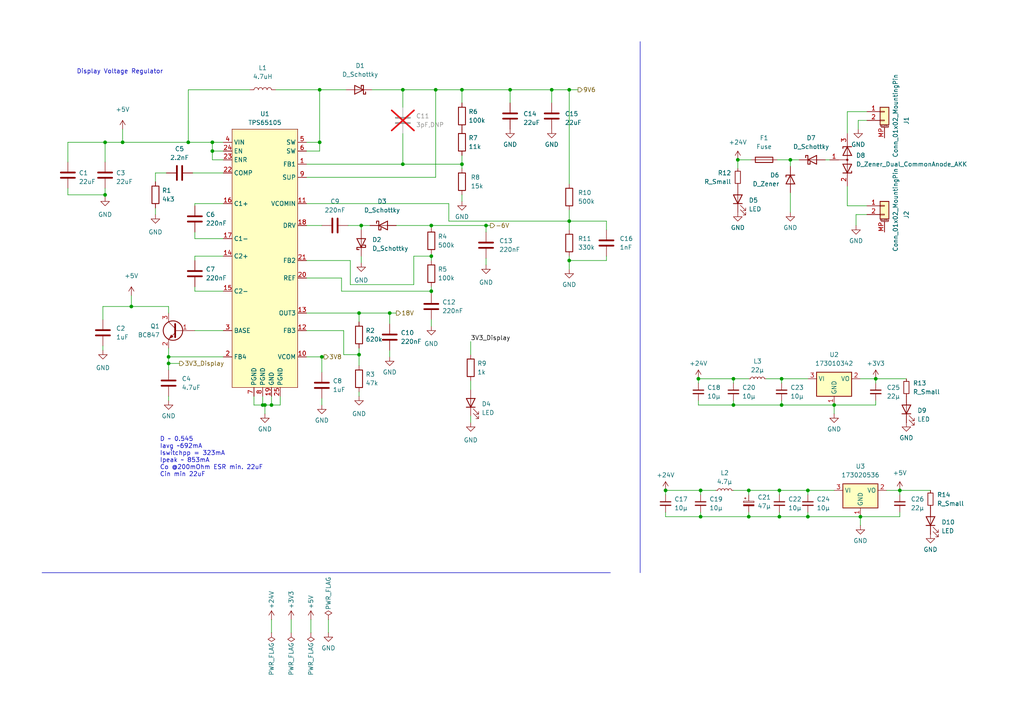
<source format=kicad_sch>
(kicad_sch
	(version 20231120)
	(generator "eeschema")
	(generator_version "8.0")
	(uuid "2e0788da-83c1-4cf9-982c-6e9feead5c48")
	(paper "A4")
	
	(junction
		(at 104.14 102.87)
		(diameter 0)
		(color 0 0 0 0)
		(uuid "02480c99-5394-4e9f-89df-ef38c9643771")
	)
	(junction
		(at 241.935 117.475)
		(diameter 0)
		(color 0 0 0 0)
		(uuid "04a24c58-7e9b-45c6-a81c-e6bd761e890c")
	)
	(junction
		(at 217.17 142.24)
		(diameter 0)
		(color 0 0 0 0)
		(uuid "06c0f182-3f01-4df1-8a91-76bc1a17447c")
	)
	(junction
		(at 226.06 149.86)
		(diameter 0)
		(color 0 0 0 0)
		(uuid "0e4f6690-f270-44bf-b823-20877548d9de")
	)
	(junction
		(at 165.1 75.565)
		(diameter 0)
		(color 0 0 0 0)
		(uuid "0eef11e6-76b0-4b3f-aa84-20f8c99ba4f2")
	)
	(junction
		(at 140.97 65.405)
		(diameter 0)
		(color 0 0 0 0)
		(uuid "111fa979-1c07-45e3-bde0-f5f2517309ef")
	)
	(junction
		(at 234.315 142.24)
		(diameter 0)
		(color 0 0 0 0)
		(uuid "1189832d-f541-4182-85cf-76441db3bde5")
	)
	(junction
		(at 113.03 90.805)
		(diameter 0)
		(color 0 0 0 0)
		(uuid "1aff85bd-376b-4c3c-a19e-28410c588aa7")
	)
	(junction
		(at 203.2 142.24)
		(diameter 0)
		(color 0 0 0 0)
		(uuid "2ab8ada9-cf74-4f1d-a11c-ea239d5d2220")
	)
	(junction
		(at 213.995 46.355)
		(diameter 0)
		(color 0 0 0 0)
		(uuid "2d680fee-d381-4b13-af58-d69b1bf4bdaf")
	)
	(junction
		(at 226.695 109.855)
		(diameter 0)
		(color 0 0 0 0)
		(uuid "328351f1-a0f5-490e-9fe1-872dcb80d8e1")
	)
	(junction
		(at 165.1 26.035)
		(diameter 0)
		(color 0 0 0 0)
		(uuid "344e26dd-0ad0-428f-9526-295351b37e18")
	)
	(junction
		(at 133.985 26.035)
		(diameter 0)
		(color 0 0 0 0)
		(uuid "38c66eb7-fe12-4132-87a9-9f307a3d4eb9")
	)
	(junction
		(at 147.955 26.035)
		(diameter 0)
		(color 0 0 0 0)
		(uuid "3a138e79-1b0d-41eb-a45e-a81d8b3b8874")
	)
	(junction
		(at 76.835 117.475)
		(diameter 0)
		(color 0 0 0 0)
		(uuid "3ae57a23-66e5-4f6a-9822-261b4ca414ba")
	)
	(junction
		(at 254 109.855)
		(diameter 0)
		(color 0 0 0 0)
		(uuid "4511e233-f111-4b3a-b25b-163e7713798c")
	)
	(junction
		(at 193.04 142.24)
		(diameter 0)
		(color 0 0 0 0)
		(uuid "4bc96748-d6a3-4db2-a6e8-1cc644e5753e")
	)
	(junction
		(at 48.895 103.505)
		(diameter 0)
		(color 0 0 0 0)
		(uuid "4c879827-91e5-4a71-a78c-ba2af39ff8cc")
	)
	(junction
		(at 30.48 56.515)
		(diameter 0)
		(color 0 0 0 0)
		(uuid "4e92d78f-ee99-497f-8aff-eb385cd4ceef")
	)
	(junction
		(at 234.315 149.86)
		(diameter 0)
		(color 0 0 0 0)
		(uuid "5503c86b-1be4-41d6-9f38-9ec79f8809d0")
	)
	(junction
		(at 126.365 26.035)
		(diameter 0)
		(color 0 0 0 0)
		(uuid "5549d3d8-ee14-4c4b-a1fd-0e90c51542ae")
	)
	(junction
		(at 226.06 142.24)
		(diameter 0)
		(color 0 0 0 0)
		(uuid "5a4015f9-032d-4d3d-913c-ef451306a780")
	)
	(junction
		(at 125.095 65.405)
		(diameter 0)
		(color 0 0 0 0)
		(uuid "5a704d20-2eda-4d66-87a0-8bb00c328bcf")
	)
	(junction
		(at 92.71 26.035)
		(diameter 0)
		(color 0 0 0 0)
		(uuid "5b385b3a-0445-40da-869e-baa34c1ab9d3")
	)
	(junction
		(at 212.725 109.855)
		(diameter 0)
		(color 0 0 0 0)
		(uuid "5fa5e9ea-85ff-4890-b60a-2622461a3342")
	)
	(junction
		(at 226.695 117.475)
		(diameter 0)
		(color 0 0 0 0)
		(uuid "5fa7211d-a933-4aea-bde3-164e64fe3f63")
	)
	(junction
		(at 212.725 117.475)
		(diameter 0)
		(color 0 0 0 0)
		(uuid "6a04c048-f0f1-48b0-bc1c-71429688fed0")
	)
	(junction
		(at 125.095 84.455)
		(diameter 0)
		(color 0 0 0 0)
		(uuid "7211e033-306c-4f5c-8969-3e6e32dd97c7")
	)
	(junction
		(at 92.71 41.275)
		(diameter 0)
		(color 0 0 0 0)
		(uuid "7402a9dc-42d2-48a3-b1d2-a3f8321a5335")
	)
	(junction
		(at 116.84 26.035)
		(diameter 0)
		(color 0 0 0 0)
		(uuid "7f7c4502-3d42-44e1-a7e5-18625ac30d0c")
	)
	(junction
		(at 260.985 142.24)
		(diameter 0)
		(color 0 0 0 0)
		(uuid "852155d9-75fa-4971-882f-601461e6471e")
	)
	(junction
		(at 48.895 105.41)
		(diameter 0)
		(color 0 0 0 0)
		(uuid "880cbe12-459f-4608-8eb4-4562e51e675d")
	)
	(junction
		(at 104.775 65.405)
		(diameter 0)
		(color 0 0 0 0)
		(uuid "8a4a63e0-e849-40f9-91ee-96af092e47fd")
	)
	(junction
		(at 217.17 149.86)
		(diameter 0)
		(color 0 0 0 0)
		(uuid "8b98e2fb-4d6d-4946-a73a-5b44141d0f81")
	)
	(junction
		(at 61.595 41.275)
		(diameter 0)
		(color 0 0 0 0)
		(uuid "8bd06123-3b1f-4075-822e-b7d3ffc7ad6e")
	)
	(junction
		(at 35.56 41.275)
		(diameter 0)
		(color 0 0 0 0)
		(uuid "946eaa14-4756-4a6c-b144-1058732f0d1c")
	)
	(junction
		(at 229.235 46.355)
		(diameter 0)
		(color 0 0 0 0)
		(uuid "94db514d-ef3e-4902-96b4-9fe23020fd4b")
	)
	(junction
		(at 104.14 90.805)
		(diameter 0)
		(color 0 0 0 0)
		(uuid "98259442-0017-4839-bdf1-ccc12bd3d4f7")
	)
	(junction
		(at 116.84 47.625)
		(diameter 0)
		(color 0 0 0 0)
		(uuid "9f5c1de7-45f5-4975-85f4-4b3a322e112d")
	)
	(junction
		(at 165.1 64.135)
		(diameter 0)
		(color 0 0 0 0)
		(uuid "a1991491-5b08-4a3c-ae36-86e5c0059fef")
	)
	(junction
		(at 125.095 74.295)
		(diameter 0)
		(color 0 0 0 0)
		(uuid "ac6cee30-b003-4257-a4d2-6306d34acee1")
	)
	(junction
		(at 30.48 41.275)
		(diameter 0)
		(color 0 0 0 0)
		(uuid "acd4fa46-8ba8-4b24-9066-b22d8cf3695d")
	)
	(junction
		(at 203.2 149.86)
		(diameter 0)
		(color 0 0 0 0)
		(uuid "bb8147b5-df2f-4f1f-b47e-d53b75aaa380")
	)
	(junction
		(at 249.555 149.86)
		(diameter 0)
		(color 0 0 0 0)
		(uuid "bde9bff5-32a4-42ae-899d-568ddf240b6b")
	)
	(junction
		(at 61.595 43.815)
		(diameter 0)
		(color 0 0 0 0)
		(uuid "c1c24b44-9fed-402f-8691-27fc96c5a404")
	)
	(junction
		(at 54.61 41.275)
		(diameter 0)
		(color 0 0 0 0)
		(uuid "c9b49b51-7016-4f86-93c8-0a5edcbf1dc4")
	)
	(junction
		(at 93.345 103.505)
		(diameter 0)
		(color 0 0 0 0)
		(uuid "d3af76d2-6f6b-4958-8007-465843bcff28")
	)
	(junction
		(at 38.1 88.9)
		(diameter 0)
		(color 0 0 0 0)
		(uuid "e12a7a30-2a13-4e59-a86b-14e9581d754f")
	)
	(junction
		(at 133.985 47.625)
		(diameter 0)
		(color 0 0 0 0)
		(uuid "e164d6d7-daed-4ba2-a4fa-8829f5fa4bf1")
	)
	(junction
		(at 202.565 109.855)
		(diameter 0)
		(color 0 0 0 0)
		(uuid "ea330dce-f339-4a47-abfa-3285e15e9c53")
	)
	(junction
		(at 78.74 117.475)
		(diameter 0)
		(color 0 0 0 0)
		(uuid "eabb1f12-056b-4086-8108-3847910fb0d1")
	)
	(junction
		(at 76.2 117.475)
		(diameter 0)
		(color 0 0 0 0)
		(uuid "eb96f160-0639-40eb-a4cf-f184fd8acebd")
	)
	(junction
		(at 160.02 26.035)
		(diameter 0)
		(color 0 0 0 0)
		(uuid "eecf3a55-a51b-4037-bc03-6c24e0b5c442")
	)
	(wire
		(pts
			(xy 104.14 114.935) (xy 104.14 113.665)
		)
		(stroke
			(width 0)
			(type default)
		)
		(uuid "00823f29-0ed6-4b92-afdd-b2458f8bb606")
	)
	(wire
		(pts
			(xy 245.745 59.69) (xy 245.745 53.975)
		)
		(stroke
			(width 0)
			(type default)
		)
		(uuid "01d5c222-f50c-448c-ab1c-ce44f0e6fca5")
	)
	(wire
		(pts
			(xy 48.895 105.41) (xy 48.895 107.315)
		)
		(stroke
			(width 0)
			(type default)
		)
		(uuid "0799669d-565f-4907-8ed6-4e84a36a826f")
	)
	(wire
		(pts
			(xy 125.095 84.455) (xy 125.095 85.09)
		)
		(stroke
			(width 0)
			(type default)
		)
		(uuid "07ec2872-4565-4fd8-959e-8f2af70ca30b")
	)
	(wire
		(pts
			(xy 45.085 60.325) (xy 45.085 62.23)
		)
		(stroke
			(width 0)
			(type default)
		)
		(uuid "080956e7-576e-44ee-9c9c-360358df7091")
	)
	(wire
		(pts
			(xy 114.935 65.405) (xy 125.095 65.405)
		)
		(stroke
			(width 0)
			(type default)
		)
		(uuid "0a825527-7b27-4b9a-a7f6-00a4872c8489")
	)
	(wire
		(pts
			(xy 99.06 80.645) (xy 99.06 84.455)
		)
		(stroke
			(width 0)
			(type default)
		)
		(uuid "0a831453-75b6-47ab-904c-b600c87ef6b9")
	)
	(wire
		(pts
			(xy 61.595 46.355) (xy 61.595 43.815)
		)
		(stroke
			(width 0)
			(type default)
		)
		(uuid "0ac840e0-b447-402f-b2e4-f37f6065362a")
	)
	(wire
		(pts
			(xy 104.14 90.805) (xy 104.14 93.345)
		)
		(stroke
			(width 0)
			(type default)
		)
		(uuid "0b2e23e4-beac-4bd1-be47-6b52b832fb7c")
	)
	(wire
		(pts
			(xy 140.97 65.405) (xy 142.24 65.405)
		)
		(stroke
			(width 0)
			(type default)
		)
		(uuid "0e047021-d1ef-4727-9754-e9dc1692b3ca")
	)
	(wire
		(pts
			(xy 245.745 32.385) (xy 251.46 32.385)
		)
		(stroke
			(width 0)
			(type default)
		)
		(uuid "0f6fedef-d831-419e-8095-bd13e46f06de")
	)
	(wire
		(pts
			(xy 202.565 109.855) (xy 202.565 111.125)
		)
		(stroke
			(width 0)
			(type default)
		)
		(uuid "0fc213a9-8817-48cf-8836-66336aa93cfa")
	)
	(wire
		(pts
			(xy 88.9 90.805) (xy 104.14 90.805)
		)
		(stroke
			(width 0)
			(type default)
		)
		(uuid "163b8def-cacd-4a76-822e-3fb9e29d98bf")
	)
	(wire
		(pts
			(xy 72.39 26.035) (xy 54.61 26.035)
		)
		(stroke
			(width 0)
			(type default)
		)
		(uuid "17ac2bd9-85ec-48d8-b4ea-5c8f921070e6")
	)
	(wire
		(pts
			(xy 136.525 120.65) (xy 136.525 122.555)
		)
		(stroke
			(width 0)
			(type default)
		)
		(uuid "1964f7d3-f983-4af4-9501-c4191a058a6e")
	)
	(wire
		(pts
			(xy 84.455 179.705) (xy 84.455 183.515)
		)
		(stroke
			(width 0)
			(type default)
		)
		(uuid "19ba5657-00e9-43ab-87c5-6d42229359f6")
	)
	(wire
		(pts
			(xy 165.1 60.96) (xy 165.1 64.135)
		)
		(stroke
			(width 0)
			(type default)
		)
		(uuid "19f8f6bd-03e2-4d0d-88e8-d2cde4815ce5")
	)
	(wire
		(pts
			(xy 260.985 148.59) (xy 260.985 149.86)
		)
		(stroke
			(width 0)
			(type default)
		)
		(uuid "1b51f0eb-7bb4-40fd-8a18-b2b7c8dece5a")
	)
	(wire
		(pts
			(xy 133.985 47.625) (xy 133.985 48.895)
		)
		(stroke
			(width 0)
			(type default)
		)
		(uuid "1bee50ad-234a-4553-a3d2-31e3d0fcb897")
	)
	(wire
		(pts
			(xy 125.095 65.405) (xy 140.97 65.405)
		)
		(stroke
			(width 0)
			(type default)
		)
		(uuid "1c0e80f2-a924-48f1-b1a4-5e4b60c86556")
	)
	(wire
		(pts
			(xy 202.565 109.855) (xy 212.725 109.855)
		)
		(stroke
			(width 0)
			(type default)
		)
		(uuid "1d87bcf4-7b10-4fa6-b5d8-4a243a3dec00")
	)
	(wire
		(pts
			(xy 260.985 149.86) (xy 249.555 149.86)
		)
		(stroke
			(width 0)
			(type default)
		)
		(uuid "1eae38f9-6fb6-4b12-919c-8df80453afaa")
	)
	(wire
		(pts
			(xy 92.71 43.815) (xy 92.71 41.275)
		)
		(stroke
			(width 0)
			(type default)
		)
		(uuid "1f385b83-cc47-4a50-b4f9-6e8bb1cc4ede")
	)
	(wire
		(pts
			(xy 76.2 114.935) (xy 76.2 117.475)
		)
		(stroke
			(width 0)
			(type default)
		)
		(uuid "221dba15-c87b-4d35-8df1-58681aea5818")
	)
	(wire
		(pts
			(xy 104.14 100.965) (xy 104.14 102.87)
		)
		(stroke
			(width 0)
			(type default)
		)
		(uuid "222d12e6-fedb-439c-bdcc-9db0625e529b")
	)
	(wire
		(pts
			(xy 48.895 100.965) (xy 48.895 103.505)
		)
		(stroke
			(width 0)
			(type default)
		)
		(uuid "22da2ddb-ad12-4205-b387-df7f05c0291f")
	)
	(wire
		(pts
			(xy 78.74 117.475) (xy 81.28 117.475)
		)
		(stroke
			(width 0)
			(type default)
		)
		(uuid "23471649-e877-40d3-94d4-eef45059f441")
	)
	(wire
		(pts
			(xy 56.515 59.055) (xy 64.77 59.055)
		)
		(stroke
			(width 0)
			(type default)
		)
		(uuid "24c96bfc-e05f-4742-ab89-580e45bdb5bc")
	)
	(wire
		(pts
			(xy 116.84 38.735) (xy 116.84 47.625)
		)
		(stroke
			(width 0)
			(type default)
		)
		(uuid "25928ed3-3d8c-4e5f-aa6c-ff9793b22490")
	)
	(wire
		(pts
			(xy 175.895 66.675) (xy 175.895 64.135)
		)
		(stroke
			(width 0)
			(type default)
		)
		(uuid "27933751-b7f1-48c0-9df9-818b6dfc358c")
	)
	(wire
		(pts
			(xy 226.695 117.475) (xy 241.935 117.475)
		)
		(stroke
			(width 0)
			(type default)
		)
		(uuid "27fdb692-1032-457e-a1eb-5217ad52ed2d")
	)
	(wire
		(pts
			(xy 88.9 65.405) (xy 93.345 65.405)
		)
		(stroke
			(width 0)
			(type default)
		)
		(uuid "2aee96eb-356d-44d9-bb29-b019a73320a5")
	)
	(wire
		(pts
			(xy 213.995 46.355) (xy 217.805 46.355)
		)
		(stroke
			(width 0)
			(type default)
		)
		(uuid "2b7b12dd-87cc-4177-b7c0-9d9cf43eb25a")
	)
	(wire
		(pts
			(xy 249.555 109.855) (xy 254 109.855)
		)
		(stroke
			(width 0)
			(type default)
		)
		(uuid "2c5e1399-a2da-45ff-9723-90f773008009")
	)
	(wire
		(pts
			(xy 130.175 59.055) (xy 130.175 64.135)
		)
		(stroke
			(width 0)
			(type default)
		)
		(uuid "300ab485-da27-45a6-a497-e273fd765e8c")
	)
	(wire
		(pts
			(xy 254 109.855) (xy 254 111.125)
		)
		(stroke
			(width 0)
			(type default)
		)
		(uuid "302dd4f2-4a33-462d-8779-06c1161c641e")
	)
	(wire
		(pts
			(xy 30.48 56.515) (xy 30.48 57.15)
		)
		(stroke
			(width 0)
			(type default)
		)
		(uuid "32d9f44c-5a9a-4fc5-b600-6f1b471ca49c")
	)
	(wire
		(pts
			(xy 202.565 117.475) (xy 212.725 117.475)
		)
		(stroke
			(width 0)
			(type default)
		)
		(uuid "332369f9-b2c1-4afc-8575-ba8f738f7f55")
	)
	(wire
		(pts
			(xy 193.04 142.24) (xy 193.04 143.51)
		)
		(stroke
			(width 0)
			(type default)
		)
		(uuid "3356ecf4-e784-4cfb-92ad-862b46ff013b")
	)
	(wire
		(pts
			(xy 212.725 109.855) (xy 217.17 109.855)
		)
		(stroke
			(width 0)
			(type default)
		)
		(uuid "3614b7ff-5afc-4028-9773-3f0c7087bc24")
	)
	(wire
		(pts
			(xy 175.895 75.565) (xy 175.895 74.295)
		)
		(stroke
			(width 0)
			(type default)
		)
		(uuid "38d260f8-76f5-44dd-9720-2a213e915413")
	)
	(wire
		(pts
			(xy 165.1 75.565) (xy 165.1 78.105)
		)
		(stroke
			(width 0)
			(type default)
		)
		(uuid "3c5f13ae-ad87-44f8-b10b-2a06880895da")
	)
	(wire
		(pts
			(xy 90.17 179.705) (xy 90.17 183.515)
		)
		(stroke
			(width 0)
			(type default)
		)
		(uuid "3c86607e-0dea-40df-9715-07e045dc1eb3")
	)
	(wire
		(pts
			(xy 48.895 114.935) (xy 48.895 116.205)
		)
		(stroke
			(width 0)
			(type default)
		)
		(uuid "3e5771b7-425e-4cea-8f07-1611dbbbc8c1")
	)
	(wire
		(pts
			(xy 120.015 74.295) (xy 125.095 74.295)
		)
		(stroke
			(width 0)
			(type default)
		)
		(uuid "3ed12c7c-34f2-4e62-a8b5-51abf30d6efa")
	)
	(wire
		(pts
			(xy 76.835 117.475) (xy 78.74 117.475)
		)
		(stroke
			(width 0)
			(type default)
		)
		(uuid "3fa49fd2-5e38-4518-bcaf-7808cb6d4aed")
	)
	(wire
		(pts
			(xy 88.9 80.645) (xy 99.06 80.645)
		)
		(stroke
			(width 0)
			(type default)
		)
		(uuid "3ffad75b-d711-4886-b77c-cec67b83eda9")
	)
	(wire
		(pts
			(xy 116.84 26.035) (xy 126.365 26.035)
		)
		(stroke
			(width 0)
			(type default)
		)
		(uuid "4053aa73-644b-43ff-bb1b-788caed9bc0c")
	)
	(wire
		(pts
			(xy 140.97 65.405) (xy 140.97 67.31)
		)
		(stroke
			(width 0)
			(type default)
		)
		(uuid "428491b2-7a74-46cd-bdd8-2c392c94f34c")
	)
	(wire
		(pts
			(xy 234.315 149.86) (xy 249.555 149.86)
		)
		(stroke
			(width 0)
			(type default)
		)
		(uuid "44ac89d5-fab8-4881-932b-38f36f429c6a")
	)
	(wire
		(pts
			(xy 19.685 54.61) (xy 19.685 56.515)
		)
		(stroke
			(width 0)
			(type default)
		)
		(uuid "4503344e-d636-487f-aa1d-09061e794e89")
	)
	(wire
		(pts
			(xy 30.48 46.99) (xy 30.48 41.275)
		)
		(stroke
			(width 0)
			(type default)
		)
		(uuid "45f9194a-fefb-4742-9660-7fe8e4d30a8d")
	)
	(wire
		(pts
			(xy 222.25 109.855) (xy 226.695 109.855)
		)
		(stroke
			(width 0)
			(type default)
		)
		(uuid "480bee3c-39e6-407a-89ac-1313197ace6a")
	)
	(wire
		(pts
			(xy 229.235 55.88) (xy 229.235 61.595)
		)
		(stroke
			(width 0)
			(type default)
		)
		(uuid "4a7cbbdd-5cf8-47cb-b2f7-c1bae73c379c")
	)
	(wire
		(pts
			(xy 48.895 103.505) (xy 48.895 105.41)
		)
		(stroke
			(width 0)
			(type default)
		)
		(uuid "4a9bf28b-3854-4f5d-86aa-f17baa6a09f9")
	)
	(wire
		(pts
			(xy 175.895 64.135) (xy 165.1 64.135)
		)
		(stroke
			(width 0)
			(type default)
		)
		(uuid "4adf77c0-8891-473c-b37b-e31840999359")
	)
	(wire
		(pts
			(xy 88.9 51.435) (xy 126.365 51.435)
		)
		(stroke
			(width 0)
			(type default)
		)
		(uuid "4c41f729-a7aa-477e-a842-37838a2b18f0")
	)
	(wire
		(pts
			(xy 93.345 115.57) (xy 93.345 117.475)
		)
		(stroke
			(width 0)
			(type default)
		)
		(uuid "4d35691e-4f3d-41e8-9a99-c92c22cf42d0")
	)
	(wire
		(pts
			(xy 125.095 74.295) (xy 125.095 75.565)
		)
		(stroke
			(width 0)
			(type default)
		)
		(uuid "4e1213c0-0844-4472-8738-ede19ad5a24e")
	)
	(wire
		(pts
			(xy 19.685 46.99) (xy 19.685 41.275)
		)
		(stroke
			(width 0)
			(type default)
		)
		(uuid "4e66fede-4bd0-4b9c-aa91-1d39619d61f3")
	)
	(wire
		(pts
			(xy 133.985 26.035) (xy 133.985 29.845)
		)
		(stroke
			(width 0)
			(type default)
		)
		(uuid "4e9a23db-c1ec-4e36-98bc-5688e1210cd2")
	)
	(wire
		(pts
			(xy 93.345 103.505) (xy 93.98 103.505)
		)
		(stroke
			(width 0)
			(type default)
		)
		(uuid "5042ffc9-f488-4bd7-bd38-fe064d044d8e")
	)
	(wire
		(pts
			(xy 38.1 85.725) (xy 38.1 88.9)
		)
		(stroke
			(width 0)
			(type default)
		)
		(uuid "51649ea1-af40-4422-810d-cdd7e45b347c")
	)
	(wire
		(pts
			(xy 56.515 95.885) (xy 64.77 95.885)
		)
		(stroke
			(width 0)
			(type default)
		)
		(uuid "54264b9f-8dba-4eb3-9bf5-e99612feb0a4")
	)
	(wire
		(pts
			(xy 78.74 114.935) (xy 78.74 117.475)
		)
		(stroke
			(width 0)
			(type default)
		)
		(uuid "55e01c7c-916c-475f-be83-ee46860b0f12")
	)
	(wire
		(pts
			(xy 104.775 74.295) (xy 104.775 76.2)
		)
		(stroke
			(width 0)
			(type default)
		)
		(uuid "57b5aaf8-4711-428a-983d-30d7d03219cf")
	)
	(wire
		(pts
			(xy 133.985 26.035) (xy 147.955 26.035)
		)
		(stroke
			(width 0)
			(type default)
		)
		(uuid "58008270-b81f-49d0-afe4-7fa9bf83ce48")
	)
	(wire
		(pts
			(xy 249.555 149.86) (xy 249.555 152.4)
		)
		(stroke
			(width 0)
			(type default)
		)
		(uuid "59e0d06b-cd48-45c4-a673-afeae9475e71")
	)
	(wire
		(pts
			(xy 226.695 109.855) (xy 234.315 109.855)
		)
		(stroke
			(width 0)
			(type default)
		)
		(uuid "5a092afa-26ce-4acf-9da0-d2d8700de100")
	)
	(wire
		(pts
			(xy 212.725 142.24) (xy 217.17 142.24)
		)
		(stroke
			(width 0)
			(type default)
		)
		(uuid "5ac9dccd-b877-4c45-9b87-2745bb154a56")
	)
	(wire
		(pts
			(xy 19.685 41.275) (xy 30.48 41.275)
		)
		(stroke
			(width 0)
			(type default)
		)
		(uuid "5cd14f0a-b143-4082-9e76-fccb2d9c8aab")
	)
	(wire
		(pts
			(xy 234.315 142.24) (xy 234.315 143.51)
		)
		(stroke
			(width 0)
			(type default)
		)
		(uuid "5ea3e315-df2f-48a8-96ed-2eaa15b323b6")
	)
	(wire
		(pts
			(xy 55.88 50.165) (xy 64.77 50.165)
		)
		(stroke
			(width 0)
			(type default)
		)
		(uuid "617ebabc-9728-49d9-9e00-efeb649c11f6")
	)
	(wire
		(pts
			(xy 147.955 26.035) (xy 160.02 26.035)
		)
		(stroke
			(width 0)
			(type default)
		)
		(uuid "657cd257-f6de-4892-9294-8726d142da8b")
	)
	(wire
		(pts
			(xy 234.315 148.59) (xy 234.315 149.86)
		)
		(stroke
			(width 0)
			(type default)
		)
		(uuid "667d36d3-48b8-4b44-b1fa-ee04e1f5c87d")
	)
	(wire
		(pts
			(xy 56.515 74.295) (xy 64.77 74.295)
		)
		(stroke
			(width 0)
			(type default)
		)
		(uuid "66b80e20-c5b1-452c-9103-9af133e4d706")
	)
	(wire
		(pts
			(xy 104.14 102.87) (xy 99.695 102.87)
		)
		(stroke
			(width 0)
			(type default)
		)
		(uuid "67b76565-5e98-4729-99f3-4273774598b5")
	)
	(wire
		(pts
			(xy 45.085 50.165) (xy 45.085 52.705)
		)
		(stroke
			(width 0)
			(type default)
		)
		(uuid "68479ddf-a13d-466d-a3dd-c310eda8a653")
	)
	(wire
		(pts
			(xy 126.365 26.035) (xy 133.985 26.035)
		)
		(stroke
			(width 0)
			(type default)
		)
		(uuid "6b0e775c-807c-4a32-a894-95f8e30cbef4")
	)
	(wire
		(pts
			(xy 56.515 59.69) (xy 56.515 59.055)
		)
		(stroke
			(width 0)
			(type default)
		)
		(uuid "6dbbb99c-db6b-4ccc-b564-a41e646c330c")
	)
	(wire
		(pts
			(xy 64.77 41.275) (xy 61.595 41.275)
		)
		(stroke
			(width 0)
			(type default)
		)
		(uuid "6e623211-e1cd-4bb0-8c65-12b92a48f710")
	)
	(wire
		(pts
			(xy 88.9 43.815) (xy 92.71 43.815)
		)
		(stroke
			(width 0)
			(type default)
		)
		(uuid "701e3aab-ec5b-4755-bb01-b828558ba117")
	)
	(wire
		(pts
			(xy 212.725 116.205) (xy 212.725 117.475)
		)
		(stroke
			(width 0)
			(type default)
		)
		(uuid "70876b54-5088-4016-b2c6-b9cdcb757352")
	)
	(wire
		(pts
			(xy 226.695 109.855) (xy 226.695 111.125)
		)
		(stroke
			(width 0)
			(type default)
		)
		(uuid "712cf10d-3255-4a39-896b-4c3e9382c6bb")
	)
	(wire
		(pts
			(xy 61.595 41.275) (xy 61.595 43.815)
		)
		(stroke
			(width 0)
			(type default)
		)
		(uuid "73f9ed79-636c-4d16-b0ba-9b534cedcbd4")
	)
	(wire
		(pts
			(xy 126.365 51.435) (xy 126.365 26.035)
		)
		(stroke
			(width 0)
			(type default)
		)
		(uuid "75501156-2b60-4ebc-abfc-4b7c0bc99d2c")
	)
	(wire
		(pts
			(xy 93.345 103.505) (xy 88.9 103.505)
		)
		(stroke
			(width 0)
			(type default)
		)
		(uuid "773e3727-396a-430f-829a-1968126d4e63")
	)
	(wire
		(pts
			(xy 160.02 26.035) (xy 160.02 29.845)
		)
		(stroke
			(width 0)
			(type default)
		)
		(uuid "77434a9a-e97c-4f9b-8efa-a7dc56aa4462")
	)
	(wire
		(pts
			(xy 226.06 142.24) (xy 234.315 142.24)
		)
		(stroke
			(width 0)
			(type default)
		)
		(uuid "77962264-d713-4ddf-a55d-58dc53a2553c")
	)
	(wire
		(pts
			(xy 241.935 117.475) (xy 241.935 120.015)
		)
		(stroke
			(width 0)
			(type default)
		)
		(uuid "79e771bd-867c-48d0-9c84-c44a0cc2997a")
	)
	(wire
		(pts
			(xy 56.515 84.455) (xy 56.515 83.185)
		)
		(stroke
			(width 0)
			(type default)
		)
		(uuid "7a908a54-37ff-4256-af3c-d37a3211a15b")
	)
	(wire
		(pts
			(xy 147.955 26.035) (xy 147.955 29.845)
		)
		(stroke
			(width 0)
			(type default)
		)
		(uuid "7cbe0ff7-148d-4655-918d-3fd6cb63e2aa")
	)
	(wire
		(pts
			(xy 226.06 149.86) (xy 234.315 149.86)
		)
		(stroke
			(width 0)
			(type default)
		)
		(uuid "7cd4b97d-4582-43af-aca8-950338b402d8")
	)
	(wire
		(pts
			(xy 260.985 142.24) (xy 260.985 143.51)
		)
		(stroke
			(width 0)
			(type default)
		)
		(uuid "7d05d595-c664-446c-899f-b00e20cb5d7c")
	)
	(wire
		(pts
			(xy 225.425 46.355) (xy 229.235 46.355)
		)
		(stroke
			(width 0)
			(type default)
		)
		(uuid "83f0a0e4-0e23-480e-abfa-d05b91b18526")
	)
	(wire
		(pts
			(xy 64.77 84.455) (xy 56.515 84.455)
		)
		(stroke
			(width 0)
			(type default)
		)
		(uuid "86f78524-9a71-4576-a34f-c214cf02f681")
	)
	(wire
		(pts
			(xy 251.46 59.69) (xy 245.745 59.69)
		)
		(stroke
			(width 0)
			(type default)
		)
		(uuid "87012fd7-8a04-4de3-b126-2893f3235d87")
	)
	(wire
		(pts
			(xy 93.345 107.95) (xy 93.345 103.505)
		)
		(stroke
			(width 0)
			(type default)
		)
		(uuid "8798140f-a61d-4399-a02f-340a61efc57d")
	)
	(wire
		(pts
			(xy 125.095 73.66) (xy 125.095 74.295)
		)
		(stroke
			(width 0)
			(type default)
		)
		(uuid "88f13fe5-ddc3-4a21-b5bb-3f329bf29ec0")
	)
	(wire
		(pts
			(xy 165.1 64.135) (xy 165.1 66.675)
		)
		(stroke
			(width 0)
			(type default)
		)
		(uuid "897704ad-d967-4d2d-8238-9398ddfd04e8")
	)
	(wire
		(pts
			(xy 125.095 92.71) (xy 125.095 94.615)
		)
		(stroke
			(width 0)
			(type default)
		)
		(uuid "89de10db-0bda-4bc4-9a11-7f45b3fef9be")
	)
	(wire
		(pts
			(xy 217.17 149.86) (xy 226.06 149.86)
		)
		(stroke
			(width 0)
			(type default)
		)
		(uuid "8a27771f-2b91-4f3b-9898-b82752fb21fc")
	)
	(wire
		(pts
			(xy 64.77 69.215) (xy 56.515 69.215)
		)
		(stroke
			(width 0)
			(type default)
		)
		(uuid "8a8dc90e-ea11-473f-9e5a-ccd56726e7dd")
	)
	(wire
		(pts
			(xy 64.77 46.355) (xy 61.595 46.355)
		)
		(stroke
			(width 0)
			(type default)
		)
		(uuid "8acd4fdb-7a63-49b9-921f-6a3c041e95ba")
	)
	(wire
		(pts
			(xy 73.66 117.475) (xy 73.66 114.935)
		)
		(stroke
			(width 0)
			(type default)
		)
		(uuid "8d1114c9-b33d-4f1b-8db3-570129fb19cf")
	)
	(wire
		(pts
			(xy 29.845 100.33) (xy 29.845 101.6)
		)
		(stroke
			(width 0)
			(type default)
		)
		(uuid "8d604371-f602-4f10-8f7d-d7976b912214")
	)
	(wire
		(pts
			(xy 165.1 26.035) (xy 167.64 26.035)
		)
		(stroke
			(width 0)
			(type default)
		)
		(uuid "8df34f58-b9bf-4d62-a0cb-39cfca58113f")
	)
	(wire
		(pts
			(xy 81.28 117.475) (xy 81.28 114.935)
		)
		(stroke
			(width 0)
			(type default)
		)
		(uuid "8e4e0ab3-c78b-4d6b-83be-d326c20004d9")
	)
	(wire
		(pts
			(xy 80.01 26.035) (xy 92.71 26.035)
		)
		(stroke
			(width 0)
			(type default)
		)
		(uuid "8f7a9dab-1d18-4219-bf90-07989e70b3dd")
	)
	(wire
		(pts
			(xy 52.07 105.41) (xy 48.895 105.41)
		)
		(stroke
			(width 0)
			(type default)
		)
		(uuid "94aa258d-f4ad-427f-ba76-7fd9489e4b20")
	)
	(wire
		(pts
			(xy 203.2 142.24) (xy 207.645 142.24)
		)
		(stroke
			(width 0)
			(type default)
		)
		(uuid "94d921d1-88bd-4867-aa9a-cdede2375614")
	)
	(wire
		(pts
			(xy 104.14 102.87) (xy 104.14 106.045)
		)
		(stroke
			(width 0)
			(type default)
		)
		(uuid "956030bd-a931-463c-9702-ffe626dcacb0")
	)
	(wire
		(pts
			(xy 193.04 148.59) (xy 193.04 149.86)
		)
		(stroke
			(width 0)
			(type default)
		)
		(uuid "95e44266-98b9-465d-997c-8e65b0c3d557")
	)
	(wire
		(pts
			(xy 193.04 149.86) (xy 203.2 149.86)
		)
		(stroke
			(width 0)
			(type default)
		)
		(uuid "95ef0836-fe34-4f04-a9c1-a920779ba8c0")
	)
	(wire
		(pts
			(xy 104.775 65.405) (xy 104.775 66.675)
		)
		(stroke
			(width 0)
			(type default)
		)
		(uuid "969bf748-1c2f-4967-9526-ffed487a9abc")
	)
	(wire
		(pts
			(xy 100.965 65.405) (xy 104.775 65.405)
		)
		(stroke
			(width 0)
			(type default)
		)
		(uuid "97431ce8-64bf-4192-aad3-405003b70cfe")
	)
	(wire
		(pts
			(xy 88.9 95.885) (xy 99.695 95.885)
		)
		(stroke
			(width 0)
			(type default)
		)
		(uuid "9a9225e3-868c-4477-b879-f49bba58cc6e")
	)
	(wire
		(pts
			(xy 203.2 142.24) (xy 203.2 143.51)
		)
		(stroke
			(width 0)
			(type default)
		)
		(uuid "9bc2d68c-2a43-4c1e-b669-9820a12d7c87")
	)
	(wire
		(pts
			(xy 193.04 142.24) (xy 203.2 142.24)
		)
		(stroke
			(width 0)
			(type default)
		)
		(uuid "9be69bc9-acb1-4f03-83ec-e3780facc1a4")
	)
	(wire
		(pts
			(xy 226.06 142.24) (xy 226.06 143.51)
		)
		(stroke
			(width 0)
			(type default)
		)
		(uuid "9c20c29c-79a9-4227-bc95-44d50437e955")
	)
	(wire
		(pts
			(xy 78.74 179.705) (xy 78.74 183.515)
		)
		(stroke
			(width 0)
			(type default)
		)
		(uuid "9c24de27-c859-48f7-9157-0b37caf30266")
	)
	(wire
		(pts
			(xy 29.845 88.9) (xy 38.1 88.9)
		)
		(stroke
			(width 0)
			(type default)
		)
		(uuid "9c740c80-d003-43c1-8383-19f33549312b")
	)
	(wire
		(pts
			(xy 125.095 83.185) (xy 125.095 84.455)
		)
		(stroke
			(width 0)
			(type default)
		)
		(uuid "9cdd0481-4694-4c64-b4e1-2ac7094da946")
	)
	(wire
		(pts
			(xy 133.985 45.085) (xy 133.985 47.625)
		)
		(stroke
			(width 0)
			(type default)
		)
		(uuid "9d3a9fba-99dc-4dfe-9ad9-da65da83c5c1")
	)
	(wire
		(pts
			(xy 101.6 82.55) (xy 101.6 75.565)
		)
		(stroke
			(width 0)
			(type default)
		)
		(uuid "9d439632-2771-4b13-b38a-61e86e6e924f")
	)
	(wire
		(pts
			(xy 217.17 148.59) (xy 217.17 149.86)
		)
		(stroke
			(width 0)
			(type default)
		)
		(uuid "9d9a9931-bf71-46df-845b-1ed3d2f68e2f")
	)
	(wire
		(pts
			(xy 217.17 142.24) (xy 226.06 142.24)
		)
		(stroke
			(width 0)
			(type default)
		)
		(uuid "9fb78350-b05c-4e18-96f6-8b518da4b61f")
	)
	(wire
		(pts
			(xy 239.395 46.355) (xy 240.665 46.355)
		)
		(stroke
			(width 0)
			(type default)
		)
		(uuid "9fd4398d-20ba-4f5d-9704-910887c29899")
	)
	(wire
		(pts
			(xy 35.56 41.275) (xy 54.61 41.275)
		)
		(stroke
			(width 0)
			(type default)
		)
		(uuid "a046b0f3-3f83-4557-8cc6-a95126a672fd")
	)
	(wire
		(pts
			(xy 101.6 75.565) (xy 88.9 75.565)
		)
		(stroke
			(width 0)
			(type default)
		)
		(uuid "a05d54da-1a6c-4acd-a749-c01660a4d3b6")
	)
	(wire
		(pts
			(xy 120.015 82.55) (xy 120.015 74.295)
		)
		(stroke
			(width 0)
			(type default)
		)
		(uuid "a1984b4c-5b68-46d4-a8e4-51bc343bb260")
	)
	(wire
		(pts
			(xy 245.745 38.735) (xy 245.745 32.385)
		)
		(stroke
			(width 0)
			(type default)
		)
		(uuid "a39b8dc8-c08e-44c0-8768-dc719002f971")
	)
	(wire
		(pts
			(xy 92.71 41.275) (xy 88.9 41.275)
		)
		(stroke
			(width 0)
			(type default)
		)
		(uuid "a5562132-55e5-411a-9528-caffe9817d7d")
	)
	(wire
		(pts
			(xy 229.235 46.355) (xy 231.775 46.355)
		)
		(stroke
			(width 0)
			(type default)
		)
		(uuid "a586b49d-2519-401a-bb1a-aed73a17439d")
	)
	(wire
		(pts
			(xy 248.92 34.925) (xy 248.92 37.465)
		)
		(stroke
			(width 0)
			(type default)
		)
		(uuid "a7f0cf95-7834-4685-a120-283baf2b87ae")
	)
	(wire
		(pts
			(xy 101.6 82.55) (xy 120.015 82.55)
		)
		(stroke
			(width 0)
			(type default)
		)
		(uuid "a96e3a21-d86c-4df1-b585-ee9dec563426")
	)
	(wire
		(pts
			(xy 136.525 99.06) (xy 136.525 102.87)
		)
		(stroke
			(width 0)
			(type default)
		)
		(uuid "aab218ca-ce2c-4b98-83a0-97efcbb0006d")
	)
	(wire
		(pts
			(xy 116.84 47.625) (xy 133.985 47.625)
		)
		(stroke
			(width 0)
			(type default)
		)
		(uuid "b0d64e1d-c342-40d3-adfb-a13e1cf97f85")
	)
	(wire
		(pts
			(xy 92.71 26.035) (xy 100.33 26.035)
		)
		(stroke
			(width 0)
			(type default)
		)
		(uuid "b2b598d9-ea54-46c4-b198-2854c3ae0964")
	)
	(wire
		(pts
			(xy 212.725 109.855) (xy 212.725 111.125)
		)
		(stroke
			(width 0)
			(type default)
		)
		(uuid "b2d7c7f2-a0f2-4a7b-bd44-25162625cc2c")
	)
	(wire
		(pts
			(xy 229.235 46.355) (xy 229.235 48.26)
		)
		(stroke
			(width 0)
			(type default)
		)
		(uuid "b3813dc4-8c4a-4fe6-b246-060421727897")
	)
	(wire
		(pts
			(xy 125.095 65.405) (xy 125.095 66.04)
		)
		(stroke
			(width 0)
			(type default)
		)
		(uuid "b538a79f-8301-447f-8982-b1cd5d0d1e7d")
	)
	(wire
		(pts
			(xy 104.14 90.805) (xy 113.03 90.805)
		)
		(stroke
			(width 0)
			(type default)
		)
		(uuid "b676435c-79cb-4022-8da4-17b481badd24")
	)
	(wire
		(pts
			(xy 254 109.855) (xy 262.89 109.855)
		)
		(stroke
			(width 0)
			(type default)
		)
		(uuid "b9a869f3-b418-4a3c-b412-633044231c71")
	)
	(wire
		(pts
			(xy 116.84 26.035) (xy 116.84 31.115)
		)
		(stroke
			(width 0)
			(type default)
		)
		(uuid "baa475f9-fa32-498d-8dda-150b6afbd67e")
	)
	(wire
		(pts
			(xy 133.985 56.515) (xy 133.985 58.42)
		)
		(stroke
			(width 0)
			(type default)
		)
		(uuid "bb47b1a4-c6b1-4dee-abb1-87841d3f7ab8")
	)
	(wire
		(pts
			(xy 30.48 41.275) (xy 35.56 41.275)
		)
		(stroke
			(width 0)
			(type default)
		)
		(uuid "bbf18ba4-6465-468f-b6dd-87ab34d93271")
	)
	(wire
		(pts
			(xy 107.95 26.035) (xy 116.84 26.035)
		)
		(stroke
			(width 0)
			(type default)
		)
		(uuid "bc8311a1-3370-43fe-b5ef-6453093ce15f")
	)
	(wire
		(pts
			(xy 104.775 65.405) (xy 107.315 65.405)
		)
		(stroke
			(width 0)
			(type default)
		)
		(uuid "be7b5ac7-c4df-4e35-8db8-1e84491169a5")
	)
	(wire
		(pts
			(xy 248.92 34.925) (xy 251.46 34.925)
		)
		(stroke
			(width 0)
			(type default)
		)
		(uuid "bfc00bab-747c-45e0-907d-9561bb4e313e")
	)
	(wire
		(pts
			(xy 260.985 142.24) (xy 269.875 142.24)
		)
		(stroke
			(width 0)
			(type default)
		)
		(uuid "c059af58-227b-4126-bc75-17672365464e")
	)
	(wire
		(pts
			(xy 61.595 43.815) (xy 64.77 43.815)
		)
		(stroke
			(width 0)
			(type default)
		)
		(uuid "c23f76b7-d61d-429f-bc58-6bc1546c1ccb")
	)
	(wire
		(pts
			(xy 48.895 88.9) (xy 48.895 90.805)
		)
		(stroke
			(width 0)
			(type default)
		)
		(uuid "c47a81a0-8572-4817-a997-173ded2bc84a")
	)
	(wire
		(pts
			(xy 99.695 102.87) (xy 99.695 95.885)
		)
		(stroke
			(width 0)
			(type default)
		)
		(uuid "c600e4a2-59ff-4eb3-b3aa-d29d8905aa43")
	)
	(wire
		(pts
			(xy 92.71 26.035) (xy 92.71 41.275)
		)
		(stroke
			(width 0)
			(type default)
		)
		(uuid "c675f9b7-362f-4a6a-a14c-49ef3e58fba4")
	)
	(wire
		(pts
			(xy 113.03 90.805) (xy 114.935 90.805)
		)
		(stroke
			(width 0)
			(type default)
		)
		(uuid "c70e0b07-9a0c-4e2c-9423-68f7c0d295ad")
	)
	(wire
		(pts
			(xy 54.61 26.035) (xy 54.61 41.275)
		)
		(stroke
			(width 0)
			(type default)
		)
		(uuid "c81f3ce7-5892-49a8-aed5-3d99dcf1b8c2")
	)
	(wire
		(pts
			(xy 212.725 117.475) (xy 226.695 117.475)
		)
		(stroke
			(width 0)
			(type default)
		)
		(uuid "c9b5c6a6-7840-45f7-bf7c-939b5fec923a")
	)
	(wire
		(pts
			(xy 73.66 117.475) (xy 76.2 117.475)
		)
		(stroke
			(width 0)
			(type default)
		)
		(uuid "ca2317ec-4f7e-4a1e-bc9b-1f482c5c144b")
	)
	(wire
		(pts
			(xy 257.175 142.24) (xy 260.985 142.24)
		)
		(stroke
			(width 0)
			(type default)
		)
		(uuid "cc004d13-9add-4e97-845e-3e804265ffd2")
	)
	(wire
		(pts
			(xy 113.03 93.98) (xy 113.03 90.805)
		)
		(stroke
			(width 0)
			(type default)
		)
		(uuid "cea8c313-f55b-4706-a4ce-a07406514fc9")
	)
	(wire
		(pts
			(xy 217.17 142.24) (xy 217.17 143.51)
		)
		(stroke
			(width 0)
			(type default)
		)
		(uuid "ceea175b-8c86-4dc4-ad65-8552da28bb49")
	)
	(wire
		(pts
			(xy 202.565 116.205) (xy 202.565 117.475)
		)
		(stroke
			(width 0)
			(type default)
		)
		(uuid "cf976ad3-d5e8-44a1-ad25-e1f1375f850a")
	)
	(wire
		(pts
			(xy 203.2 148.59) (xy 203.2 149.86)
		)
		(stroke
			(width 0)
			(type default)
		)
		(uuid "d068cbbe-b30f-4096-855c-e4e765fdfc8b")
	)
	(wire
		(pts
			(xy 226.06 148.59) (xy 226.06 149.86)
		)
		(stroke
			(width 0)
			(type default)
		)
		(uuid "d110e9db-9250-42b3-a3d7-2377030b6281")
	)
	(wire
		(pts
			(xy 248.285 62.23) (xy 248.285 65.405)
		)
		(stroke
			(width 0)
			(type default)
		)
		(uuid "d2ab178a-c830-41e7-8c74-ec1e72641c87")
	)
	(wire
		(pts
			(xy 213.995 48.895) (xy 213.995 46.355)
		)
		(stroke
			(width 0)
			(type default)
		)
		(uuid "d2c8035f-dd0f-43b4-85c2-ab9a349eff76")
	)
	(wire
		(pts
			(xy 165.1 75.565) (xy 175.895 75.565)
		)
		(stroke
			(width 0)
			(type default)
		)
		(uuid "d2e88e99-690a-4d37-99f2-7f9516b6f326")
	)
	(wire
		(pts
			(xy 226.695 116.205) (xy 226.695 117.475)
		)
		(stroke
			(width 0)
			(type default)
		)
		(uuid "d3daa0a2-e9bd-4444-ad66-cea4cd3ca5d7")
	)
	(wire
		(pts
			(xy 136.525 110.49) (xy 136.525 113.03)
		)
		(stroke
			(width 0)
			(type default)
		)
		(uuid "d4161612-fd40-48fe-a351-00b7e4adcfbe")
	)
	(wire
		(pts
			(xy 130.175 64.135) (xy 165.1 64.135)
		)
		(stroke
			(width 0)
			(type default)
		)
		(uuid "d5ceb0ee-59a6-4a5b-8b20-e84781423f12")
	)
	(wire
		(pts
			(xy 19.685 56.515) (xy 30.48 56.515)
		)
		(stroke
			(width 0)
			(type default)
		)
		(uuid "d61a543b-9dcd-435b-b998-d906143230cf")
	)
	(wire
		(pts
			(xy 160.02 26.035) (xy 165.1 26.035)
		)
		(stroke
			(width 0)
			(type default)
		)
		(uuid "d67cfc73-2f37-43f5-b169-e6f6da32e183")
	)
	(wire
		(pts
			(xy 165.1 53.34) (xy 165.1 26.035)
		)
		(stroke
			(width 0)
			(type default)
		)
		(uuid "d6da516f-31eb-472e-8e11-fc8eaed560bd")
	)
	(wire
		(pts
			(xy 95.25 179.705) (xy 95.25 183.515)
		)
		(stroke
			(width 0)
			(type default)
		)
		(uuid "d9c612f8-7c2f-4324-b10f-d343c64ec6f2")
	)
	(wire
		(pts
			(xy 251.46 62.23) (xy 248.285 62.23)
		)
		(stroke
			(width 0)
			(type default)
		)
		(uuid "dd658e3c-7274-4321-b280-f43d36ee4d16")
	)
	(polyline
		(pts
			(xy 185.674 12.065) (xy 185.674 166.116)
		)
		(stroke
			(width 0)
			(type default)
		)
		(uuid "de12261a-a488-4b78-817c-4b9eb5382cff")
	)
	(wire
		(pts
			(xy 241.935 117.475) (xy 254 117.475)
		)
		(stroke
			(width 0)
			(type default)
		)
		(uuid "de34fdb2-911d-4e50-850b-6065a7d83da0")
	)
	(wire
		(pts
			(xy 254 116.205) (xy 254 117.475)
		)
		(stroke
			(width 0)
			(type default)
		)
		(uuid "e03a3999-a189-4e3a-9992-e15734b4284e")
	)
	(wire
		(pts
			(xy 38.1 88.9) (xy 48.895 88.9)
		)
		(stroke
			(width 0)
			(type default)
		)
		(uuid "e1a33295-b560-45c6-8354-41493a75e6ac")
	)
	(wire
		(pts
			(xy 76.2 117.475) (xy 76.835 117.475)
		)
		(stroke
			(width 0)
			(type default)
		)
		(uuid "e27ec589-21f0-4132-bba5-5f01ebec4ed6")
	)
	(wire
		(pts
			(xy 234.315 142.24) (xy 241.935 142.24)
		)
		(stroke
			(width 0)
			(type default)
		)
		(uuid "e3e45f86-75c2-4a7b-8e12-738d3f6ab87b")
	)
	(wire
		(pts
			(xy 76.835 120.015) (xy 76.835 117.475)
		)
		(stroke
			(width 0)
			(type default)
		)
		(uuid "e5d29de3-76d9-4d1f-bd48-1db3511cdccc")
	)
	(wire
		(pts
			(xy 56.515 67.31) (xy 56.515 69.215)
		)
		(stroke
			(width 0)
			(type default)
		)
		(uuid "e6b0c24b-4150-4332-a7c7-0d39e7f824ea")
	)
	(polyline
		(pts
			(xy 177.038 166.116) (xy 12.192 166.116)
		)
		(stroke
			(width 0)
			(type default)
		)
		(uuid "ebb4d48e-7fd2-4425-bfc3-8c97a2151f56")
	)
	(wire
		(pts
			(xy 30.48 54.61) (xy 30.48 56.515)
		)
		(stroke
			(width 0)
			(type default)
		)
		(uuid "ece631b4-0e02-43fb-b41a-644be4704600")
	)
	(wire
		(pts
			(xy 35.56 37.465) (xy 35.56 41.275)
		)
		(stroke
			(width 0)
			(type default)
		)
		(uuid "f1386fce-793d-4913-a953-a88c993a5b95")
	)
	(wire
		(pts
			(xy 88.9 59.055) (xy 130.175 59.055)
		)
		(stroke
			(width 0)
			(type default)
		)
		(uuid "f3562cc0-2151-446c-bd56-2a5bee7be719")
	)
	(wire
		(pts
			(xy 140.97 74.93) (xy 140.97 76.835)
		)
		(stroke
			(width 0)
			(type default)
		)
		(uuid "f3d8f24c-b507-44f7-8732-b3c371928ecb")
	)
	(wire
		(pts
			(xy 125.095 84.455) (xy 99.06 84.455)
		)
		(stroke
			(width 0)
			(type default)
		)
		(uuid "f6449bb3-8d7c-4b3a-9a15-2919c2df39af")
	)
	(wire
		(pts
			(xy 113.03 101.6) (xy 113.03 103.505)
		)
		(stroke
			(width 0)
			(type default)
		)
		(uuid "f7be613d-7fb5-4dc4-b02c-1351c2aa01c7")
	)
	(wire
		(pts
			(xy 29.845 92.71) (xy 29.845 88.9)
		)
		(stroke
			(width 0)
			(type default)
		)
		(uuid "f8e84344-ce9e-4c5e-97bc-74f941bbd8a0")
	)
	(wire
		(pts
			(xy 48.26 50.165) (xy 45.085 50.165)
		)
		(stroke
			(width 0)
			(type default)
		)
		(uuid "f9e3e4aa-9ed3-42cc-837e-7d4db58a8c93")
	)
	(wire
		(pts
			(xy 88.9 47.625) (xy 116.84 47.625)
		)
		(stroke
			(width 0)
			(type default)
		)
		(uuid "fadc7548-00c4-4b95-815e-4752d586b062")
	)
	(wire
		(pts
			(xy 54.61 41.275) (xy 61.595 41.275)
		)
		(stroke
			(width 0)
			(type default)
		)
		(uuid "fb9dd6eb-a407-465c-bdd0-9e6702cd7114")
	)
	(wire
		(pts
			(xy 165.1 74.295) (xy 165.1 75.565)
		)
		(stroke
			(width 0)
			(type default)
		)
		(uuid "fdb7f7ec-34ca-408a-8796-515229f08d2a")
	)
	(wire
		(pts
			(xy 203.2 149.86) (xy 217.17 149.86)
		)
		(stroke
			(width 0)
			(type default)
		)
		(uuid "ff5aa988-d6c5-4cd5-82e2-efeba6acf235")
	)
	(wire
		(pts
			(xy 56.515 75.565) (xy 56.515 74.295)
		)
		(stroke
			(width 0)
			(type default)
		)
		(uuid "fff3473a-487e-4977-8567-12d8ad2c7bb6")
	)
	(wire
		(pts
			(xy 64.77 103.505) (xy 48.895 103.505)
		)
		(stroke
			(width 0)
			(type default)
		)
		(uuid "fff59099-86ec-467f-bb16-15a656a10544")
	)
	(text "Display Voltage Regulator"
		(exclude_from_sim no)
		(at 22.225 21.59 0)
		(effects
			(font
				(size 1.27 1.27)
			)
			(justify left bottom)
		)
		(uuid "1f474138-6b54-4b9f-883a-725cd7720b17")
	)
	(text "D ~ 0.545\nIavg ~692mA\nIswitchpp = 323mA\nIpeak ~ 853mA\nCo @200mOhm ESR min. 22uF\nCin min 22uF"
		(exclude_from_sim no)
		(at 46.355 138.43 0)
		(effects
			(font
				(size 1.27 1.27)
			)
			(justify left bottom)
		)
		(uuid "33680474-88a3-4d9f-8dec-4a0171750541")
	)
	(label "3V3_Display"
		(at 136.525 99.06 0)
		(effects
			(font
				(size 1.27 1.27)
			)
			(justify left bottom)
		)
		(uuid "5b6ad534-6e9c-4ace-9ff6-45d2d419853a")
	)
	(hierarchical_label "-6V"
		(shape output)
		(at 142.24 65.405 0)
		(effects
			(font
				(size 1.27 1.27)
			)
			(justify left)
		)
		(uuid "10a1f8b7-7c59-4a9f-b5fd-6b76bd4e4d31")
	)
	(hierarchical_label "3V8"
		(shape output)
		(at 93.98 103.505 0)
		(effects
			(font
				(size 1.27 1.27)
			)
			(justify left)
		)
		(uuid "1bdbdf6f-be11-4d84-9a73-803e320634e5")
	)
	(hierarchical_label "9V6"
		(shape output)
		(at 167.64 26.035 0)
		(effects
			(font
				(size 1.27 1.27)
			)
			(justify left)
		)
		(uuid "6962b2c5-bb1b-42d5-a7f3-8e7e10364e54")
	)
	(hierarchical_label "18V"
		(shape output)
		(at 114.935 90.805 0)
		(effects
			(font
				(size 1.27 1.27)
			)
			(justify left)
		)
		(uuid "7170a6be-81dc-41bb-96f9-c4f8e678cf95")
	)
	(hierarchical_label "3V3_Display"
		(shape output)
		(at 52.07 105.41 0)
		(effects
			(font
				(size 1.27 1.27)
			)
			(justify left)
		)
		(uuid "8a5139f5-172e-4e5d-8d26-2bb63149f8dd")
	)
	(symbol
		(lib_name "GND_1")
		(lib_id "power:GND")
		(at 241.935 120.015 0)
		(unit 1)
		(exclude_from_sim no)
		(in_bom yes)
		(on_board yes)
		(dnp no)
		(fields_autoplaced yes)
		(uuid "0097b9e9-f135-4212-abcf-461c3487287a")
		(property "Reference" "#PWR028"
			(at 241.935 126.365 0)
			(effects
				(font
					(size 1.27 1.27)
				)
				(hide yes)
			)
		)
		(property "Value" "GND"
			(at 241.935 124.46 0)
			(effects
				(font
					(size 1.27 1.27)
				)
			)
		)
		(property "Footprint" ""
			(at 241.935 120.015 0)
			(effects
				(font
					(size 1.27 1.27)
				)
				(hide yes)
			)
		)
		(property "Datasheet" ""
			(at 241.935 120.015 0)
			(effects
				(font
					(size 1.27 1.27)
				)
				(hide yes)
			)
		)
		(property "Description" "Power symbol creates a global label with name \"GND\" , ground"
			(at 241.935 120.015 0)
			(effects
				(font
					(size 1.27 1.27)
				)
				(hide yes)
			)
		)
		(pin "1"
			(uuid "1d3f4457-f9c7-448b-9324-3e5ab268d5f5")
		)
		(instances
			(project ""
				(path "/0dca9b66-f638-4727-874b-1b91b6921c17/91c9895f-7dce-429f-866f-2980d966c967"
					(reference "#PWR028")
					(unit 1)
				)
			)
		)
	)
	(symbol
		(lib_id "power:GND")
		(at 140.97 76.835 0)
		(unit 1)
		(exclude_from_sim no)
		(in_bom yes)
		(on_board yes)
		(dnp no)
		(fields_autoplaced yes)
		(uuid "0211d642-bfd2-42bb-92be-ef43fe816b16")
		(property "Reference" "#PWR019"
			(at 140.97 83.185 0)
			(effects
				(font
					(size 1.27 1.27)
				)
				(hide yes)
			)
		)
		(property "Value" "GND"
			(at 140.97 81.915 0)
			(effects
				(font
					(size 1.27 1.27)
				)
			)
		)
		(property "Footprint" ""
			(at 140.97 76.835 0)
			(effects
				(font
					(size 1.27 1.27)
				)
				(hide yes)
			)
		)
		(property "Datasheet" ""
			(at 140.97 76.835 0)
			(effects
				(font
					(size 1.27 1.27)
				)
				(hide yes)
			)
		)
		(property "Description" ""
			(at 140.97 76.835 0)
			(effects
				(font
					(size 1.27 1.27)
				)
				(hide yes)
			)
		)
		(pin "1"
			(uuid "337ed4d5-a2c3-4d8b-88c2-bd90cf166f21")
		)
		(instances
			(project "FT25-Charger"
				(path "/0dca9b66-f638-4727-874b-1b91b6921c17/91c9895f-7dce-429f-866f-2980d966c967"
					(reference "#PWR019")
					(unit 1)
				)
			)
		)
	)
	(symbol
		(lib_id "Device:R")
		(at 125.095 79.375 0)
		(unit 1)
		(exclude_from_sim no)
		(in_bom yes)
		(on_board yes)
		(dnp no)
		(fields_autoplaced yes)
		(uuid "024057f2-71de-48fe-b865-441d4b893af6")
		(property "Reference" "R5"
			(at 127 78.1049 0)
			(effects
				(font
					(size 1.27 1.27)
				)
				(justify left)
			)
		)
		(property "Value" "100k"
			(at 127 80.6449 0)
			(effects
				(font
					(size 1.27 1.27)
				)
				(justify left)
			)
		)
		(property "Footprint" "Resistor_SMD:R_0603_1608Metric"
			(at 123.317 79.375 90)
			(effects
				(font
					(size 1.27 1.27)
				)
				(hide yes)
			)
		)
		(property "Datasheet" "~"
			(at 125.095 79.375 0)
			(effects
				(font
					(size 1.27 1.27)
				)
				(hide yes)
			)
		)
		(property "Description" ""
			(at 125.095 79.375 0)
			(effects
				(font
					(size 1.27 1.27)
				)
				(hide yes)
			)
		)
		(pin "1"
			(uuid "5e5b5d5e-12bf-4a44-8d25-4d8e8a4fd7bf")
		)
		(pin "2"
			(uuid "ec527aca-aedf-4a45-bb8b-9af3a031ecb6")
		)
		(instances
			(project "FT25-Charger"
				(path "/0dca9b66-f638-4727-874b-1b91b6921c17/91c9895f-7dce-429f-866f-2980d966c967"
					(reference "R5")
					(unit 1)
				)
			)
		)
	)
	(symbol
		(lib_id "power:PWR_FLAG")
		(at 78.74 183.515 180)
		(unit 1)
		(exclude_from_sim no)
		(in_bom yes)
		(on_board yes)
		(dnp no)
		(uuid "0586f22e-7298-4e44-94ab-3de20e1bdd44")
		(property "Reference" "#FLG01"
			(at 78.74 185.42 0)
			(effects
				(font
					(size 1.27 1.27)
				)
				(hide yes)
			)
		)
		(property "Value" "PWR_FLAG"
			(at 78.74 191.135 90)
			(effects
				(font
					(size 1.27 1.27)
				)
			)
		)
		(property "Footprint" ""
			(at 78.74 183.515 0)
			(effects
				(font
					(size 1.27 1.27)
				)
				(hide yes)
			)
		)
		(property "Datasheet" "~"
			(at 78.74 183.515 0)
			(effects
				(font
					(size 1.27 1.27)
				)
				(hide yes)
			)
		)
		(property "Description" "Special symbol for telling ERC where power comes from"
			(at 78.74 183.515 0)
			(effects
				(font
					(size 1.27 1.27)
				)
				(hide yes)
			)
		)
		(pin "1"
			(uuid "5d415866-93f2-477f-af05-776f16d5095c")
		)
		(instances
			(project ""
				(path "/0dca9b66-f638-4727-874b-1b91b6921c17/91c9895f-7dce-429f-866f-2980d966c967"
					(reference "#FLG01")
					(unit 1)
				)
			)
		)
	)
	(symbol
		(lib_id "Connector_Generic_MountingPin:Conn_01x02_MountingPin")
		(at 256.54 32.385 0)
		(unit 1)
		(exclude_from_sim no)
		(in_bom yes)
		(on_board yes)
		(dnp no)
		(uuid "06896810-f0f6-4d5b-bd44-7b61fd6dcf73")
		(property "Reference" "J1"
			(at 262.89 36.195 90)
			(effects
				(font
					(size 1.27 1.27)
				)
				(justify left)
			)
		)
		(property "Value" "Conn_01x02_MountingPin"
			(at 259.715 45.72 90)
			(effects
				(font
					(size 1.27 1.27)
				)
				(justify left)
			)
		)
		(property "Footprint" ""
			(at 256.54 32.385 0)
			(effects
				(font
					(size 1.27 1.27)
				)
				(hide yes)
			)
		)
		(property "Datasheet" "~"
			(at 256.54 32.385 0)
			(effects
				(font
					(size 1.27 1.27)
				)
				(hide yes)
			)
		)
		(property "Description" "Generic connectable mounting pin connector, single row, 01x02, script generated (kicad-library-utils/schlib/autogen/connector/)"
			(at 256.54 32.385 0)
			(effects
				(font
					(size 1.27 1.27)
				)
				(hide yes)
			)
		)
		(pin "2"
			(uuid "d36f966d-023f-49ea-9eb7-7771c5072bcb")
		)
		(pin "1"
			(uuid "2a69f439-106c-4ada-b718-089d7adfce09")
		)
		(pin "MP"
			(uuid "ed8aa45d-1523-4bd5-849b-d48ffebbe6f9")
		)
		(instances
			(project "FT25-Charger"
				(path "/0dca9b66-f638-4727-874b-1b91b6921c17/91c9895f-7dce-429f-866f-2980d966c967"
					(reference "J1")
					(unit 1)
				)
			)
		)
	)
	(symbol
		(lib_id "power:+3V3")
		(at 84.455 179.705 0)
		(unit 1)
		(exclude_from_sim no)
		(in_bom yes)
		(on_board yes)
		(dnp no)
		(uuid "0e024177-c028-4e32-97fc-284f1d478a4a")
		(property "Reference" "#PWR09"
			(at 84.455 183.515 0)
			(effects
				(font
					(size 1.27 1.27)
				)
				(hide yes)
			)
		)
		(property "Value" "+3V3"
			(at 84.455 173.99 90)
			(effects
				(font
					(size 1.27 1.27)
				)
			)
		)
		(property "Footprint" ""
			(at 84.455 179.705 0)
			(effects
				(font
					(size 1.27 1.27)
				)
				(hide yes)
			)
		)
		(property "Datasheet" ""
			(at 84.455 179.705 0)
			(effects
				(font
					(size 1.27 1.27)
				)
				(hide yes)
			)
		)
		(property "Description" "Power symbol creates a global label with name \"+3V3\""
			(at 84.455 179.705 0)
			(effects
				(font
					(size 1.27 1.27)
				)
				(hide yes)
			)
		)
		(pin "1"
			(uuid "568b55dd-6fbc-4efe-92ba-2c88edebf9b8")
		)
		(instances
			(project "FT25-Charger"
				(path "/0dca9b66-f638-4727-874b-1b91b6921c17/91c9895f-7dce-429f-866f-2980d966c967"
					(reference "#PWR09")
					(unit 1)
				)
			)
		)
	)
	(symbol
		(lib_id "power:+24V")
		(at 213.995 46.355 0)
		(unit 1)
		(exclude_from_sim no)
		(in_bom yes)
		(on_board yes)
		(dnp no)
		(fields_autoplaced yes)
		(uuid "0ebe9d61-67b0-4e17-a2a4-f9e6c46e61b7")
		(property "Reference" "#PWR025"
			(at 213.995 50.165 0)
			(effects
				(font
					(size 1.27 1.27)
				)
				(hide yes)
			)
		)
		(property "Value" "+24V"
			(at 213.995 41.275 0)
			(effects
				(font
					(size 1.27 1.27)
				)
			)
		)
		(property "Footprint" ""
			(at 213.995 46.355 0)
			(effects
				(font
					(size 1.27 1.27)
				)
				(hide yes)
			)
		)
		(property "Datasheet" ""
			(at 213.995 46.355 0)
			(effects
				(font
					(size 1.27 1.27)
				)
				(hide yes)
			)
		)
		(property "Description" "Power symbol creates a global label with name \"+24V\""
			(at 213.995 46.355 0)
			(effects
				(font
					(size 1.27 1.27)
				)
				(hide yes)
			)
		)
		(pin "1"
			(uuid "6ca15951-0ac5-498a-9e41-e26f62a39d2c")
		)
		(instances
			(project "FT25-Charger"
				(path "/0dca9b66-f638-4727-874b-1b91b6921c17/91c9895f-7dce-429f-866f-2980d966c967"
					(reference "#PWR025")
					(unit 1)
				)
			)
		)
	)
	(symbol
		(lib_id "Device:C")
		(at 30.48 50.8 0)
		(unit 1)
		(exclude_from_sim no)
		(in_bom yes)
		(on_board yes)
		(dnp no)
		(fields_autoplaced yes)
		(uuid "1c59b83d-0227-4cba-9115-ab41eaff0620")
		(property "Reference" "C3"
			(at 33.655 50.165 0)
			(effects
				(font
					(size 1.27 1.27)
				)
				(justify left)
			)
		)
		(property "Value" "22uF"
			(at 33.655 52.705 0)
			(effects
				(font
					(size 1.27 1.27)
				)
				(justify left)
			)
		)
		(property "Footprint" "Capacitor_SMD:C_1206_3216Metric"
			(at 31.4452 54.61 0)
			(effects
				(font
					(size 1.27 1.27)
				)
				(hide yes)
			)
		)
		(property "Datasheet" "~"
			(at 30.48 50.8 0)
			(effects
				(font
					(size 1.27 1.27)
				)
				(hide yes)
			)
		)
		(property "Description" ""
			(at 30.48 50.8 0)
			(effects
				(font
					(size 1.27 1.27)
				)
				(hide yes)
			)
		)
		(pin "1"
			(uuid "f857f49e-5297-4d90-a581-b3fe81b9fa26")
		)
		(pin "2"
			(uuid "bab1ab93-a59d-4f5d-8874-2c63a7174d4c")
		)
		(instances
			(project "FT25-Charger"
				(path "/0dca9b66-f638-4727-874b-1b91b6921c17/91c9895f-7dce-429f-866f-2980d966c967"
					(reference "C3")
					(unit 1)
				)
			)
		)
	)
	(symbol
		(lib_id "Device:C_Small")
		(at 202.565 113.665 0)
		(unit 1)
		(exclude_from_sim no)
		(in_bom yes)
		(on_board yes)
		(dnp no)
		(fields_autoplaced yes)
		(uuid "1cd5afde-c1c7-43bb-834e-bc765a3e4d1f")
		(property "Reference" "C18"
			(at 205.105 112.4012 0)
			(effects
				(font
					(size 1.27 1.27)
				)
				(justify left)
			)
		)
		(property "Value" "10µ"
			(at 205.105 114.9412 0)
			(effects
				(font
					(size 1.27 1.27)
				)
				(justify left)
			)
		)
		(property "Footprint" "Capacitor_SMD:C_1206_3216Metric"
			(at 202.565 113.665 0)
			(effects
				(font
					(size 1.27 1.27)
				)
				(hide yes)
			)
		)
		(property "Datasheet" "~"
			(at 202.565 113.665 0)
			(effects
				(font
					(size 1.27 1.27)
				)
				(hide yes)
			)
		)
		(property "Description" "Unpolarized capacitor, X5R"
			(at 202.565 113.665 0)
			(effects
				(font
					(size 1.27 1.27)
				)
				(hide yes)
			)
		)
		(pin "2"
			(uuid "e928f51f-2947-4e29-870b-a93b81ae9f25")
		)
		(pin "1"
			(uuid "b1b83dc6-28e5-43d1-88b9-0c0d908bcc90")
		)
		(instances
			(project ""
				(path "/0dca9b66-f638-4727-874b-1b91b6921c17/91c9895f-7dce-429f-866f-2980d966c967"
					(reference "C18")
					(unit 1)
				)
			)
		)
	)
	(symbol
		(lib_id "Device:C")
		(at 113.03 97.79 0)
		(unit 1)
		(exclude_from_sim no)
		(in_bom yes)
		(on_board yes)
		(dnp no)
		(fields_autoplaced yes)
		(uuid "1e16c2ea-8979-4194-900b-b39273384441")
		(property "Reference" "C10"
			(at 116.205 96.5199 0)
			(effects
				(font
					(size 1.27 1.27)
				)
				(justify left)
			)
		)
		(property "Value" "220nF"
			(at 116.205 99.0599 0)
			(effects
				(font
					(size 1.27 1.27)
				)
				(justify left)
			)
		)
		(property "Footprint" "Capacitor_SMD:C_0603_1608Metric"
			(at 113.9952 101.6 0)
			(effects
				(font
					(size 1.27 1.27)
				)
				(hide yes)
			)
		)
		(property "Datasheet" "~"
			(at 113.03 97.79 0)
			(effects
				(font
					(size 1.27 1.27)
				)
				(hide yes)
			)
		)
		(property "Description" ""
			(at 113.03 97.79 0)
			(effects
				(font
					(size 1.27 1.27)
				)
				(hide yes)
			)
		)
		(pin "1"
			(uuid "ec0c1143-4510-4286-9389-87cd650b86d4")
		)
		(pin "2"
			(uuid "6fe99ab7-3088-45cb-85df-063262941798")
		)
		(instances
			(project "FT25-Charger"
				(path "/0dca9b66-f638-4727-874b-1b91b6921c17/91c9895f-7dce-429f-866f-2980d966c967"
					(reference "C10")
					(unit 1)
				)
			)
		)
	)
	(symbol
		(lib_id "Device:C")
		(at 52.07 50.165 270)
		(unit 1)
		(exclude_from_sim no)
		(in_bom yes)
		(on_board yes)
		(dnp no)
		(fields_autoplaced yes)
		(uuid "219793c2-bb1c-42ce-a2a8-4030e2360022")
		(property "Reference" "C5"
			(at 52.07 43.18 90)
			(effects
				(font
					(size 1.27 1.27)
				)
			)
		)
		(property "Value" "2.2nF"
			(at 52.07 45.72 90)
			(effects
				(font
					(size 1.27 1.27)
				)
			)
		)
		(property "Footprint" "Capacitor_SMD:C_0603_1608Metric"
			(at 48.26 51.1302 0)
			(effects
				(font
					(size 1.27 1.27)
				)
				(hide yes)
			)
		)
		(property "Datasheet" "~"
			(at 52.07 50.165 0)
			(effects
				(font
					(size 1.27 1.27)
				)
				(hide yes)
			)
		)
		(property "Description" ""
			(at 52.07 50.165 0)
			(effects
				(font
					(size 1.27 1.27)
				)
				(hide yes)
			)
		)
		(pin "1"
			(uuid "adafc0ed-c738-447b-a40d-fdf25f85c087")
		)
		(pin "2"
			(uuid "0c1051c6-8fa9-48ad-b108-7d5d6ffd99b3")
		)
		(instances
			(project "FT25-Charger"
				(path "/0dca9b66-f638-4727-874b-1b91b6921c17/91c9895f-7dce-429f-866f-2980d966c967"
					(reference "C5")
					(unit 1)
				)
			)
		)
	)
	(symbol
		(lib_id "power:PWR_FLAG")
		(at 84.455 183.515 180)
		(unit 1)
		(exclude_from_sim no)
		(in_bom yes)
		(on_board yes)
		(dnp no)
		(uuid "2bceba27-c21b-48e0-9713-397d79e2d434")
		(property "Reference" "#FLG02"
			(at 84.455 185.42 0)
			(effects
				(font
					(size 1.27 1.27)
				)
				(hide yes)
			)
		)
		(property "Value" "PWR_FLAG"
			(at 84.455 191.135 90)
			(effects
				(font
					(size 1.27 1.27)
				)
			)
		)
		(property "Footprint" ""
			(at 84.455 183.515 0)
			(effects
				(font
					(size 1.27 1.27)
				)
				(hide yes)
			)
		)
		(property "Datasheet" "~"
			(at 84.455 183.515 0)
			(effects
				(font
					(size 1.27 1.27)
				)
				(hide yes)
			)
		)
		(property "Description" "Special symbol for telling ERC where power comes from"
			(at 84.455 183.515 0)
			(effects
				(font
					(size 1.27 1.27)
				)
				(hide yes)
			)
		)
		(pin "1"
			(uuid "dd7ddcd9-4bbc-4a7a-822a-bf7e34f2d211")
		)
		(instances
			(project "FT25-Charger"
				(path "/0dca9b66-f638-4727-874b-1b91b6921c17/91c9895f-7dce-429f-866f-2980d966c967"
					(reference "#FLG02")
					(unit 1)
				)
			)
		)
	)
	(symbol
		(lib_id "power:GND")
		(at 133.985 58.42 0)
		(unit 1)
		(exclude_from_sim no)
		(in_bom yes)
		(on_board yes)
		(dnp no)
		(fields_autoplaced yes)
		(uuid "356957a9-33e2-4be6-b4a7-c1e718e459bc")
		(property "Reference" "#PWR017"
			(at 133.985 64.77 0)
			(effects
				(font
					(size 1.27 1.27)
				)
				(hide yes)
			)
		)
		(property "Value" "GND"
			(at 133.985 62.865 0)
			(effects
				(font
					(size 1.27 1.27)
				)
			)
		)
		(property "Footprint" ""
			(at 133.985 58.42 0)
			(effects
				(font
					(size 1.27 1.27)
				)
				(hide yes)
			)
		)
		(property "Datasheet" ""
			(at 133.985 58.42 0)
			(effects
				(font
					(size 1.27 1.27)
				)
				(hide yes)
			)
		)
		(property "Description" ""
			(at 133.985 58.42 0)
			(effects
				(font
					(size 1.27 1.27)
				)
				(hide yes)
			)
		)
		(pin "1"
			(uuid "3ea0bb13-9062-4809-af56-3e4e9a288ad3")
		)
		(instances
			(project "FT25-Charger"
				(path "/0dca9b66-f638-4727-874b-1b91b6921c17/91c9895f-7dce-429f-866f-2980d966c967"
					(reference "#PWR017")
					(unit 1)
				)
			)
		)
	)
	(symbol
		(lib_id "power:+3V3")
		(at 254 109.855 0)
		(unit 1)
		(exclude_from_sim no)
		(in_bom yes)
		(on_board yes)
		(dnp no)
		(fields_autoplaced yes)
		(uuid "3744e53c-eedd-4b25-91ee-ee95cba9c227")
		(property "Reference" "#PWR032"
			(at 254 113.665 0)
			(effects
				(font
					(size 1.27 1.27)
				)
				(hide yes)
			)
		)
		(property "Value" "+3V3"
			(at 254 105.41 0)
			(effects
				(font
					(size 1.27 1.27)
				)
			)
		)
		(property "Footprint" ""
			(at 254 109.855 0)
			(effects
				(font
					(size 1.27 1.27)
				)
				(hide yes)
			)
		)
		(property "Datasheet" ""
			(at 254 109.855 0)
			(effects
				(font
					(size 1.27 1.27)
				)
				(hide yes)
			)
		)
		(property "Description" "Power symbol creates a global label with name \"+3V3\""
			(at 254 109.855 0)
			(effects
				(font
					(size 1.27 1.27)
				)
				(hide yes)
			)
		)
		(pin "1"
			(uuid "e4f7c178-5b94-4935-9e4e-07b494defc80")
		)
		(instances
			(project ""
				(path "/0dca9b66-f638-4727-874b-1b91b6921c17/91c9895f-7dce-429f-866f-2980d966c967"
					(reference "#PWR032")
					(unit 1)
				)
			)
		)
	)
	(symbol
		(lib_id "power:GND")
		(at 136.525 122.555 0)
		(unit 1)
		(exclude_from_sim no)
		(in_bom yes)
		(on_board yes)
		(dnp no)
		(fields_autoplaced yes)
		(uuid "38b5c490-0a2d-44ef-9df5-decc4f53117c")
		(property "Reference" "#PWR018"
			(at 136.525 128.905 0)
			(effects
				(font
					(size 1.27 1.27)
				)
				(hide yes)
			)
		)
		(property "Value" "GND"
			(at 136.525 127.635 0)
			(effects
				(font
					(size 1.27 1.27)
				)
			)
		)
		(property "Footprint" ""
			(at 136.525 122.555 0)
			(effects
				(font
					(size 1.27 1.27)
				)
				(hide yes)
			)
		)
		(property "Datasheet" ""
			(at 136.525 122.555 0)
			(effects
				(font
					(size 1.27 1.27)
				)
				(hide yes)
			)
		)
		(property "Description" ""
			(at 136.525 122.555 0)
			(effects
				(font
					(size 1.27 1.27)
				)
				(hide yes)
			)
		)
		(pin "1"
			(uuid "6491f74a-1afe-447b-a09f-c28ae4474241")
		)
		(instances
			(project "FT25-Charger"
				(path "/0dca9b66-f638-4727-874b-1b91b6921c17/91c9895f-7dce-429f-866f-2980d966c967"
					(reference "#PWR018")
					(unit 1)
				)
			)
		)
	)
	(symbol
		(lib_id "Device:L_Small")
		(at 210.185 142.24 90)
		(unit 1)
		(exclude_from_sim no)
		(in_bom yes)
		(on_board yes)
		(dnp no)
		(fields_autoplaced yes)
		(uuid "3e882de1-e1e6-4020-96e9-e2d958e62a35")
		(property "Reference" "L2"
			(at 210.185 137.16 90)
			(effects
				(font
					(size 1.27 1.27)
				)
			)
		)
		(property "Value" "4.7µ"
			(at 210.185 139.7 90)
			(effects
				(font
					(size 1.27 1.27)
				)
			)
		)
		(property "Footprint" ""
			(at 210.185 142.24 0)
			(effects
				(font
					(size 1.27 1.27)
				)
				(hide yes)
			)
		)
		(property "Datasheet" "~"
			(at 210.185 142.24 0)
			(effects
				(font
					(size 1.27 1.27)
				)
				(hide yes)
			)
		)
		(property "Description" "Inductor, small symbol"
			(at 210.185 142.24 0)
			(effects
				(font
					(size 1.27 1.27)
				)
				(hide yes)
			)
		)
		(pin "1"
			(uuid "992d52fc-ec90-4654-afe4-6258af698a5f")
		)
		(pin "2"
			(uuid "ad2532e3-bfed-4997-8809-269d81f5bfeb")
		)
		(instances
			(project "FT25-Charger"
				(path "/0dca9b66-f638-4727-874b-1b91b6921c17/91c9895f-7dce-429f-866f-2980d966c967"
					(reference "L2")
					(unit 1)
				)
			)
		)
	)
	(symbol
		(lib_name "+5V_1")
		(lib_id "power:+5V")
		(at 260.985 142.24 0)
		(unit 1)
		(exclude_from_sim no)
		(in_bom yes)
		(on_board yes)
		(dnp no)
		(fields_autoplaced yes)
		(uuid "401c3214-0ec5-4c80-a433-21a79dc5db8b")
		(property "Reference" "#PWR033"
			(at 260.985 146.05 0)
			(effects
				(font
					(size 1.27 1.27)
				)
				(hide yes)
			)
		)
		(property "Value" "+5V"
			(at 260.985 137.16 0)
			(effects
				(font
					(size 1.27 1.27)
				)
			)
		)
		(property "Footprint" ""
			(at 260.985 142.24 0)
			(effects
				(font
					(size 1.27 1.27)
				)
				(hide yes)
			)
		)
		(property "Datasheet" ""
			(at 260.985 142.24 0)
			(effects
				(font
					(size 1.27 1.27)
				)
				(hide yes)
			)
		)
		(property "Description" "Power symbol creates a global label with name \"+5V\""
			(at 260.985 142.24 0)
			(effects
				(font
					(size 1.27 1.27)
				)
				(hide yes)
			)
		)
		(pin "1"
			(uuid "6b647960-4296-4b72-9b22-ddff559c35e7")
		)
		(instances
			(project ""
				(path "/0dca9b66-f638-4727-874b-1b91b6921c17/91c9895f-7dce-429f-866f-2980d966c967"
					(reference "#PWR033")
					(unit 1)
				)
			)
		)
	)
	(symbol
		(lib_id "Device:R")
		(at 136.525 106.68 0)
		(unit 1)
		(exclude_from_sim no)
		(in_bom yes)
		(on_board yes)
		(dnp no)
		(fields_autoplaced yes)
		(uuid "40553ddf-86e2-4018-877b-f3e545149b48")
		(property "Reference" "R9"
			(at 138.43 105.4099 0)
			(effects
				(font
					(size 1.27 1.27)
				)
				(justify left)
			)
		)
		(property "Value" "1k"
			(at 138.43 107.9499 0)
			(effects
				(font
					(size 1.27 1.27)
				)
				(justify left)
			)
		)
		(property "Footprint" "Resistor_SMD:R_0603_1608Metric"
			(at 134.747 106.68 90)
			(effects
				(font
					(size 1.27 1.27)
				)
				(hide yes)
			)
		)
		(property "Datasheet" "~"
			(at 136.525 106.68 0)
			(effects
				(font
					(size 1.27 1.27)
				)
				(hide yes)
			)
		)
		(property "Description" ""
			(at 136.525 106.68 0)
			(effects
				(font
					(size 1.27 1.27)
				)
				(hide yes)
			)
		)
		(pin "1"
			(uuid "ac507b26-2575-4a2f-89db-687510f76c6e")
		)
		(pin "2"
			(uuid "0d7325fe-3705-4896-b183-c9601dd4cf4c")
		)
		(instances
			(project "FT25-Charger"
				(path "/0dca9b66-f638-4727-874b-1b91b6921c17/91c9895f-7dce-429f-866f-2980d966c967"
					(reference "R9")
					(unit 1)
				)
			)
		)
	)
	(symbol
		(lib_id "Device:L")
		(at 76.2 26.035 90)
		(unit 1)
		(exclude_from_sim no)
		(in_bom yes)
		(on_board yes)
		(dnp no)
		(fields_autoplaced yes)
		(uuid "41ce5080-6c35-46a8-b152-ec5d5e38c0d5")
		(property "Reference" "L1"
			(at 76.2 19.685 90)
			(effects
				(font
					(size 1.27 1.27)
				)
			)
		)
		(property "Value" "4.7uH"
			(at 76.2 22.225 90)
			(effects
				(font
					(size 1.27 1.27)
				)
			)
		)
		(property "Footprint" "Inductor_SMD:L_Bourns-SRN6028"
			(at 76.2 26.035 0)
			(effects
				(font
					(size 1.27 1.27)
				)
				(hide yes)
			)
		)
		(property "Datasheet" "~"
			(at 76.2 26.035 0)
			(effects
				(font
					(size 1.27 1.27)
				)
				(hide yes)
			)
		)
		(property "Description" ""
			(at 76.2 26.035 0)
			(effects
				(font
					(size 1.27 1.27)
				)
				(hide yes)
			)
		)
		(pin "1"
			(uuid "273fae3c-c7b7-4597-a542-8796225b9ebb")
		)
		(pin "2"
			(uuid "f5448276-445b-46ec-99fa-664de47c6fc1")
		)
		(instances
			(project "FT25-Charger"
				(path "/0dca9b66-f638-4727-874b-1b91b6921c17/91c9895f-7dce-429f-866f-2980d966c967"
					(reference "L1")
					(unit 1)
				)
			)
		)
	)
	(symbol
		(lib_id "Device:R")
		(at 125.095 69.85 0)
		(unit 1)
		(exclude_from_sim no)
		(in_bom yes)
		(on_board yes)
		(dnp no)
		(fields_autoplaced yes)
		(uuid "41e3df13-2623-4118-97ae-3098f05859b0")
		(property "Reference" "R4"
			(at 127 68.5799 0)
			(effects
				(font
					(size 1.27 1.27)
				)
				(justify left)
			)
		)
		(property "Value" "500k"
			(at 127 71.1199 0)
			(effects
				(font
					(size 1.27 1.27)
				)
				(justify left)
			)
		)
		(property "Footprint" "Resistor_SMD:R_0603_1608Metric"
			(at 123.317 69.85 90)
			(effects
				(font
					(size 1.27 1.27)
				)
				(hide yes)
			)
		)
		(property "Datasheet" "~"
			(at 125.095 69.85 0)
			(effects
				(font
					(size 1.27 1.27)
				)
				(hide yes)
			)
		)
		(property "Description" ""
			(at 125.095 69.85 0)
			(effects
				(font
					(size 1.27 1.27)
				)
				(hide yes)
			)
		)
		(pin "1"
			(uuid "d139a671-56af-4528-9de5-aa9bdbfcaf1e")
		)
		(pin "2"
			(uuid "4ab99c98-5160-4013-bbf4-fd4c9e7493ff")
		)
		(instances
			(project "FT25-Charger"
				(path "/0dca9b66-f638-4727-874b-1b91b6921c17/91c9895f-7dce-429f-866f-2980d966c967"
					(reference "R4")
					(unit 1)
				)
			)
		)
	)
	(symbol
		(lib_id "Device:D_Schottky")
		(at 104.775 70.485 90)
		(unit 1)
		(exclude_from_sim no)
		(in_bom yes)
		(on_board yes)
		(dnp no)
		(fields_autoplaced yes)
		(uuid "4392524e-6a2c-46ec-addb-3241aafaf715")
		(property "Reference" "D2"
			(at 107.95 69.5324 90)
			(effects
				(font
					(size 1.27 1.27)
				)
				(justify right)
			)
		)
		(property "Value" "D_Schottky"
			(at 107.95 72.0724 90)
			(effects
				(font
					(size 1.27 1.27)
				)
				(justify right)
			)
		)
		(property "Footprint" "Diode_SMD:D_SMA"
			(at 104.775 70.485 0)
			(effects
				(font
					(size 1.27 1.27)
				)
				(hide yes)
			)
		)
		(property "Datasheet" "~"
			(at 104.775 70.485 0)
			(effects
				(font
					(size 1.27 1.27)
				)
				(hide yes)
			)
		)
		(property "Description" ""
			(at 104.775 70.485 0)
			(effects
				(font
					(size 1.27 1.27)
				)
				(hide yes)
			)
		)
		(pin "1"
			(uuid "79daa8b6-c776-4956-94b8-29b8d57f9465")
		)
		(pin "2"
			(uuid "2c148d7e-1197-4f6e-ae44-e303a5e7e49d")
		)
		(instances
			(project "FT25-Charger"
				(path "/0dca9b66-f638-4727-874b-1b91b6921c17/91c9895f-7dce-429f-866f-2980d966c967"
					(reference "D2")
					(unit 1)
				)
			)
		)
	)
	(symbol
		(lib_id "Device:C_Small")
		(at 226.695 113.665 0)
		(unit 1)
		(exclude_from_sim no)
		(in_bom yes)
		(on_board yes)
		(dnp no)
		(fields_autoplaced yes)
		(uuid "46d4c4c9-9fa7-48ee-965f-f49e6d99d712")
		(property "Reference" "C23"
			(at 229.235 112.4012 0)
			(effects
				(font
					(size 1.27 1.27)
				)
				(justify left)
			)
		)
		(property "Value" "10µ"
			(at 229.235 114.9412 0)
			(effects
				(font
					(size 1.27 1.27)
				)
				(justify left)
			)
		)
		(property "Footprint" "Capacitor_SMD:C_1206_3216Metric"
			(at 226.695 113.665 0)
			(effects
				(font
					(size 1.27 1.27)
				)
				(hide yes)
			)
		)
		(property "Datasheet" "~"
			(at 226.695 113.665 0)
			(effects
				(font
					(size 1.27 1.27)
				)
				(hide yes)
			)
		)
		(property "Description" "Unpolarized capacitor, X5R"
			(at 226.695 113.665 0)
			(effects
				(font
					(size 1.27 1.27)
				)
				(hide yes)
			)
		)
		(pin "2"
			(uuid "f04dd1d4-e508-420b-b401-4de0002bdeca")
		)
		(pin "1"
			(uuid "e9a64173-59d0-4d7e-a4b3-219daa1aff2b")
		)
		(instances
			(project "FT25-Charger"
				(path "/0dca9b66-f638-4727-874b-1b91b6921c17/91c9895f-7dce-429f-866f-2980d966c967"
					(reference "C23")
					(unit 1)
				)
			)
		)
	)
	(symbol
		(lib_id "Device:C")
		(at 93.345 111.76 0)
		(unit 1)
		(exclude_from_sim no)
		(in_bom yes)
		(on_board yes)
		(dnp no)
		(fields_autoplaced yes)
		(uuid "4b9d3aaa-4f75-42e6-a8d8-542443ea0f4f")
		(property "Reference" "C8"
			(at 96.52 110.4899 0)
			(effects
				(font
					(size 1.27 1.27)
				)
				(justify left)
			)
		)
		(property "Value" "1uF"
			(at 96.52 113.0299 0)
			(effects
				(font
					(size 1.27 1.27)
				)
				(justify left)
			)
		)
		(property "Footprint" "Capacitor_SMD:C_0603_1608Metric"
			(at 94.3102 115.57 0)
			(effects
				(font
					(size 1.27 1.27)
				)
				(hide yes)
			)
		)
		(property "Datasheet" "~"
			(at 93.345 111.76 0)
			(effects
				(font
					(size 1.27 1.27)
				)
				(hide yes)
			)
		)
		(property "Description" ""
			(at 93.345 111.76 0)
			(effects
				(font
					(size 1.27 1.27)
				)
				(hide yes)
			)
		)
		(pin "1"
			(uuid "01eec1f3-a653-40ad-b4ea-534a90d81500")
		)
		(pin "2"
			(uuid "1675fa7b-11cd-4f82-9a83-71252db08f10")
		)
		(instances
			(project "FT25-Charger"
				(path "/0dca9b66-f638-4727-874b-1b91b6921c17/91c9895f-7dce-429f-866f-2980d966c967"
					(reference "C8")
					(unit 1)
				)
			)
		)
	)
	(symbol
		(lib_id "Device:D_Schottky")
		(at 104.14 26.035 180)
		(unit 1)
		(exclude_from_sim no)
		(in_bom yes)
		(on_board yes)
		(dnp no)
		(fields_autoplaced yes)
		(uuid "4f6f05b6-9711-4a1a-b7f5-89dc045629e2")
		(property "Reference" "D1"
			(at 104.4575 19.05 0)
			(effects
				(font
					(size 1.27 1.27)
				)
			)
		)
		(property "Value" "D_Schottky"
			(at 104.4575 21.59 0)
			(effects
				(font
					(size 1.27 1.27)
				)
			)
		)
		(property "Footprint" "Diode_SMD:D_SMA"
			(at 104.14 26.035 0)
			(effects
				(font
					(size 1.27 1.27)
				)
				(hide yes)
			)
		)
		(property "Datasheet" "~"
			(at 104.14 26.035 0)
			(effects
				(font
					(size 1.27 1.27)
				)
				(hide yes)
			)
		)
		(property "Description" ""
			(at 104.14 26.035 0)
			(effects
				(font
					(size 1.27 1.27)
				)
				(hide yes)
			)
		)
		(pin "1"
			(uuid "1214dba8-394d-4de9-9b03-d268636e476e")
		)
		(pin "2"
			(uuid "73873b7f-dd50-4937-bd2a-549bdcce4e00")
		)
		(instances
			(project "FT25-Charger"
				(path "/0dca9b66-f638-4727-874b-1b91b6921c17/91c9895f-7dce-429f-866f-2980d966c967"
					(reference "D1")
					(unit 1)
				)
			)
		)
	)
	(symbol
		(lib_id "Device:LED")
		(at 269.875 151.13 90)
		(unit 1)
		(exclude_from_sim no)
		(in_bom yes)
		(on_board yes)
		(dnp no)
		(fields_autoplaced yes)
		(uuid "52227d5c-5628-4328-9718-a73a14e1790e")
		(property "Reference" "D10"
			(at 273.05 151.4474 90)
			(effects
				(font
					(size 1.27 1.27)
				)
				(justify right)
			)
		)
		(property "Value" "LED"
			(at 273.05 153.9874 90)
			(effects
				(font
					(size 1.27 1.27)
				)
				(justify right)
			)
		)
		(property "Footprint" "LED_SMD:LED_0603_1608Metric"
			(at 269.875 151.13 0)
			(effects
				(font
					(size 1.27 1.27)
				)
				(hide yes)
			)
		)
		(property "Datasheet" "~"
			(at 269.875 151.13 0)
			(effects
				(font
					(size 1.27 1.27)
				)
				(hide yes)
			)
		)
		(property "Description" "Light emitting diode"
			(at 269.875 151.13 0)
			(effects
				(font
					(size 1.27 1.27)
				)
				(hide yes)
			)
		)
		(pin "1"
			(uuid "c3920319-7c4e-4b2a-a449-d6da3c8f86e2")
		)
		(pin "2"
			(uuid "0fb84552-f8f9-4fb3-ac79-de0caeccdcad")
		)
		(instances
			(project "FT25-Charger"
				(path "/0dca9b66-f638-4727-874b-1b91b6921c17/91c9895f-7dce-429f-866f-2980d966c967"
					(reference "D10")
					(unit 1)
				)
			)
		)
	)
	(symbol
		(lib_id "power:GND")
		(at 104.775 76.2 0)
		(unit 1)
		(exclude_from_sim no)
		(in_bom yes)
		(on_board yes)
		(dnp no)
		(fields_autoplaced yes)
		(uuid "55870a90-29bb-41b8-b6e7-a97da0042946")
		(property "Reference" "#PWR014"
			(at 104.775 82.55 0)
			(effects
				(font
					(size 1.27 1.27)
				)
				(hide yes)
			)
		)
		(property "Value" "GND"
			(at 104.775 81.28 0)
			(effects
				(font
					(size 1.27 1.27)
				)
			)
		)
		(property "Footprint" ""
			(at 104.775 76.2 0)
			(effects
				(font
					(size 1.27 1.27)
				)
				(hide yes)
			)
		)
		(property "Datasheet" ""
			(at 104.775 76.2 0)
			(effects
				(font
					(size 1.27 1.27)
				)
				(hide yes)
			)
		)
		(property "Description" ""
			(at 104.775 76.2 0)
			(effects
				(font
					(size 1.27 1.27)
				)
				(hide yes)
			)
		)
		(pin "1"
			(uuid "0b8f1627-d427-46b5-86e6-42f90656d395")
		)
		(instances
			(project "FT25-Charger"
				(path "/0dca9b66-f638-4727-874b-1b91b6921c17/91c9895f-7dce-429f-866f-2980d966c967"
					(reference "#PWR014")
					(unit 1)
				)
			)
		)
	)
	(symbol
		(lib_id "power:GND")
		(at 30.48 57.15 0)
		(unit 1)
		(exclude_from_sim no)
		(in_bom yes)
		(on_board yes)
		(dnp no)
		(fields_autoplaced yes)
		(uuid "5d50c6ba-9398-49b1-bdf4-bd5b4abf04aa")
		(property "Reference" "#PWR02"
			(at 30.48 63.5 0)
			(effects
				(font
					(size 1.27 1.27)
				)
				(hide yes)
			)
		)
		(property "Value" "GND"
			(at 30.48 62.23 0)
			(effects
				(font
					(size 1.27 1.27)
				)
			)
		)
		(property "Footprint" ""
			(at 30.48 57.15 0)
			(effects
				(font
					(size 1.27 1.27)
				)
				(hide yes)
			)
		)
		(property "Datasheet" ""
			(at 30.48 57.15 0)
			(effects
				(font
					(size 1.27 1.27)
				)
				(hide yes)
			)
		)
		(property "Description" ""
			(at 30.48 57.15 0)
			(effects
				(font
					(size 1.27 1.27)
				)
				(hide yes)
			)
		)
		(pin "1"
			(uuid "4c8606f1-8220-4257-8d59-72d32ddd81d4")
		)
		(instances
			(project "FT25-Charger"
				(path "/0dca9b66-f638-4727-874b-1b91b6921c17/91c9895f-7dce-429f-866f-2980d966c967"
					(reference "#PWR02")
					(unit 1)
				)
			)
		)
	)
	(symbol
		(lib_id "TPS6510x:TPS65105")
		(at 77.47 74.295 0)
		(unit 1)
		(exclude_from_sim no)
		(in_bom yes)
		(on_board yes)
		(dnp no)
		(uuid "5eeb9d87-21d0-4fe2-ba3d-e4993ede6a1a")
		(property "Reference" "U1"
			(at 76.835 33.02 0)
			(effects
				(font
					(size 1.27 1.27)
				)
			)
		)
		(property "Value" "TPS65105"
			(at 76.835 35.56 0)
			(effects
				(font
					(size 1.27 1.27)
				)
			)
		)
		(property "Footprint" "Package_SO:HTSSOP-24-1EP_4.4x7.8mm_P0.65mm_EP3.4x7.8mm_Mask2.4x4.68mm"
			(at 77.47 34.925 0)
			(effects
				(font
					(size 1.27 1.27)
				)
				(hide yes)
			)
		)
		(property "Datasheet" "https://www.ti.com/lit/ds/symlink/tps65101.pdf?HQS=dis-mous-null-mousermode-dsf-pf-null-wwe&ts=1672757737464&ref_url=https%253A%252F%252Fwww.mouser.co.uk%252F"
			(at 77.47 34.925 0)
			(effects
				(font
					(size 1.27 1.27)
				)
				(hide yes)
			)
		)
		(property "Description" ""
			(at 77.47 74.295 0)
			(effects
				(font
					(size 1.27 1.27)
				)
				(hide yes)
			)
		)
		(pin "1"
			(uuid "da91077e-a48f-4745-84d0-1ba9b49e8a00")
		)
		(pin "10"
			(uuid "d2be711a-9c3b-4a1d-b12d-01f471c96221")
		)
		(pin "11"
			(uuid "ab1dfed3-9ad3-40c9-a3d3-fd41bebb36b6")
		)
		(pin "12"
			(uuid "436ab1e1-1334-4f94-857d-06aea374522a")
		)
		(pin "13"
			(uuid "3348e683-4e50-4878-9d42-61a274bd943e")
		)
		(pin "14"
			(uuid "024100ff-a68b-4a8f-920f-8de2346a6050")
		)
		(pin "15"
			(uuid "23b9c9b8-0fe2-47b7-8305-29446bc19392")
		)
		(pin "16"
			(uuid "39667286-723b-44c2-a5b6-95da961bb79c")
		)
		(pin "17"
			(uuid "0284ea28-ec15-4c5b-b8c7-271d7cd728c2")
		)
		(pin "18"
			(uuid "6fbfcb51-08d4-4c2e-ac9d-ce6991657222")
		)
		(pin "19"
			(uuid "b8a6aa3c-fccf-402c-aa4b-7d5832eb05af")
		)
		(pin "2"
			(uuid "9c94c2f4-6beb-48b5-a54c-4122626f444d")
		)
		(pin "20"
			(uuid "e67e7178-f460-4360-b76a-4719d306cc19")
		)
		(pin "21"
			(uuid "3ce2ee0c-8062-4929-9a66-0f5da8233e56")
		)
		(pin "22"
			(uuid "9aae0c5c-a018-4ee2-b3fb-54a1d109ab92")
		)
		(pin "23"
			(uuid "4f5c0240-0216-4895-a2e7-2dda28f39a97")
		)
		(pin "24"
			(uuid "e19b24f7-2983-4953-be64-3c0d0feeea3a")
		)
		(pin "25"
			(uuid "cba70898-1709-4009-b23e-775447ca8aac")
		)
		(pin "3"
			(uuid "1a7ed60b-1472-4bf5-a496-f29d4e3221cc")
		)
		(pin "4"
			(uuid "b45b783f-970a-40a1-8d84-2edf02d324ec")
		)
		(pin "5"
			(uuid "032fd7a7-a5ad-4ae1-a7c8-b2dda5cb8734")
		)
		(pin "6"
			(uuid "ff736285-577f-4a2c-bc8c-577615cf0fed")
		)
		(pin "7"
			(uuid "6469732f-d877-4b48-b48e-ab0997e2edf3")
		)
		(pin "8"
			(uuid "9c4380b4-d97a-4b9a-86e4-322d97f60237")
		)
		(pin "9"
			(uuid "a38b4ef8-13b5-42b7-9d17-a000d32216d1")
		)
		(instances
			(project "FT25-Charger"
				(path "/0dca9b66-f638-4727-874b-1b91b6921c17/91c9895f-7dce-429f-866f-2980d966c967"
					(reference "U1")
					(unit 1)
				)
			)
		)
	)
	(symbol
		(lib_id "Device:LED")
		(at 213.995 57.785 90)
		(unit 1)
		(exclude_from_sim no)
		(in_bom yes)
		(on_board yes)
		(dnp no)
		(fields_autoplaced yes)
		(uuid "6005bdc1-d8b1-40ef-aff7-c4510e1fab62")
		(property "Reference" "D5"
			(at 217.17 58.1024 90)
			(effects
				(font
					(size 1.27 1.27)
				)
				(justify right)
			)
		)
		(property "Value" "LED"
			(at 217.17 60.6424 90)
			(effects
				(font
					(size 1.27 1.27)
				)
				(justify right)
			)
		)
		(property "Footprint" "LED_SMD:LED_0603_1608Metric"
			(at 213.995 57.785 0)
			(effects
				(font
					(size 1.27 1.27)
				)
				(hide yes)
			)
		)
		(property "Datasheet" "~"
			(at 213.995 57.785 0)
			(effects
				(font
					(size 1.27 1.27)
				)
				(hide yes)
			)
		)
		(property "Description" "Light emitting diode"
			(at 213.995 57.785 0)
			(effects
				(font
					(size 1.27 1.27)
				)
				(hide yes)
			)
		)
		(pin "1"
			(uuid "df9486d5-0b45-4c10-9c24-c37345168d8e")
		)
		(pin "2"
			(uuid "26b41669-4483-4792-9ae4-11e6779d0021")
		)
		(instances
			(project "FT25-Charger"
				(path "/0dca9b66-f638-4727-874b-1b91b6921c17/91c9895f-7dce-429f-866f-2980d966c967"
					(reference "D5")
					(unit 1)
				)
			)
		)
	)
	(symbol
		(lib_id "Device:D_Zener_Dual_CommonAnode_AKK")
		(at 245.745 46.355 270)
		(mirror x)
		(unit 1)
		(exclude_from_sim no)
		(in_bom yes)
		(on_board yes)
		(dnp no)
		(uuid "62992655-377b-4202-a12c-a610fa6c6c09")
		(property "Reference" "D8"
			(at 248.285 45.0849 90)
			(effects
				(font
					(size 1.27 1.27)
				)
				(justify left)
			)
		)
		(property "Value" "D_Zener_Dual_CommonAnode_AKK"
			(at 248.285 47.6249 90)
			(effects
				(font
					(size 1.27 1.27)
				)
				(justify left)
			)
		)
		(property "Footprint" ""
			(at 245.745 46.355 0)
			(effects
				(font
					(size 1.27 1.27)
				)
				(hide yes)
			)
		)
		(property "Datasheet" "~"
			(at 245.745 46.355 0)
			(effects
				(font
					(size 1.27 1.27)
				)
				(hide yes)
			)
		)
		(property "Description" "Dual Zener diode, common anode on pin 1"
			(at 245.745 46.355 0)
			(effects
				(font
					(size 1.27 1.27)
				)
				(hide yes)
			)
		)
		(pin "2"
			(uuid "4c3fa2e6-fa23-4c37-a5be-515593f4a5d6")
		)
		(pin "1"
			(uuid "d5bbde50-9f74-4ea5-ba55-30a8fd9434c2")
		)
		(pin "3"
			(uuid "fbd4234f-5c4d-4556-9b22-48e0083cae43")
		)
		(instances
			(project ""
				(path "/0dca9b66-f638-4727-874b-1b91b6921c17/91c9895f-7dce-429f-866f-2980d966c967"
					(reference "D8")
					(unit 1)
				)
			)
		)
	)
	(symbol
		(lib_name "GND_1")
		(lib_id "power:GND")
		(at 269.875 154.94 0)
		(unit 1)
		(exclude_from_sim no)
		(in_bom yes)
		(on_board yes)
		(dnp no)
		(fields_autoplaced yes)
		(uuid "648916e7-d058-4174-8896-12f87f44e5dc")
		(property "Reference" "#PWR035"
			(at 269.875 161.29 0)
			(effects
				(font
					(size 1.27 1.27)
				)
				(hide yes)
			)
		)
		(property "Value" "GND"
			(at 269.875 159.385 0)
			(effects
				(font
					(size 1.27 1.27)
				)
			)
		)
		(property "Footprint" ""
			(at 269.875 154.94 0)
			(effects
				(font
					(size 1.27 1.27)
				)
				(hide yes)
			)
		)
		(property "Datasheet" ""
			(at 269.875 154.94 0)
			(effects
				(font
					(size 1.27 1.27)
				)
				(hide yes)
			)
		)
		(property "Description" "Power symbol creates a global label with name \"GND\" , ground"
			(at 269.875 154.94 0)
			(effects
				(font
					(size 1.27 1.27)
				)
				(hide yes)
			)
		)
		(pin "1"
			(uuid "ff3b91a1-9082-4b2c-85c2-277022cb7ab7")
		)
		(instances
			(project "FT25-Charger"
				(path "/0dca9b66-f638-4727-874b-1b91b6921c17/91c9895f-7dce-429f-866f-2980d966c967"
					(reference "#PWR035")
					(unit 1)
				)
			)
		)
	)
	(symbol
		(lib_id "Regulator_Linear:LD1117S12TR_SOT223")
		(at 241.935 109.855 0)
		(unit 1)
		(exclude_from_sim no)
		(in_bom yes)
		(on_board yes)
		(dnp no)
		(fields_autoplaced yes)
		(uuid "6581db89-2b3b-44c1-97f9-94f17d1a447e")
		(property "Reference" "U2"
			(at 241.935 102.87 0)
			(effects
				(font
					(size 1.27 1.27)
				)
			)
		)
		(property "Value" "173010342"
			(at 241.935 105.41 0)
			(effects
				(font
					(size 1.27 1.27)
				)
			)
		)
		(property "Footprint" "Package_TO_SOT_SMD:SOT-223-3_TabPin2"
			(at 241.935 104.775 0)
			(effects
				(font
					(size 1.27 1.27)
				)
				(hide yes)
			)
		)
		(property "Datasheet" "https://www.we-online.com/components/products/datasheet/173010342.pdf"
			(at 244.475 116.205 0)
			(effects
				(font
					(size 1.27 1.27)
				)
				(hide yes)
			)
		)
		(property "Description" "800mA Fixed Low Drop Positive Voltage Regulator, Fixed Output 1.2V, SOT-223"
			(at 241.935 109.855 0)
			(effects
				(font
					(size 1.27 1.27)
				)
				(hide yes)
			)
		)
		(pin "1"
			(uuid "fe80c938-66d4-49ae-b3e8-7645d5bb7502")
		)
		(pin "2"
			(uuid "0ac30713-bff3-434f-96c3-fba8dc0b31d7")
		)
		(pin "3"
			(uuid "24162cc5-8fee-4e18-b63a-fcbb33e3a9af")
		)
		(instances
			(project ""
				(path "/0dca9b66-f638-4727-874b-1b91b6921c17/91c9895f-7dce-429f-866f-2980d966c967"
					(reference "U2")
					(unit 1)
				)
			)
		)
	)
	(symbol
		(lib_id "Device:R_Small")
		(at 213.995 51.435 0)
		(mirror y)
		(unit 1)
		(exclude_from_sim no)
		(in_bom yes)
		(on_board yes)
		(dnp no)
		(uuid "66e30763-8187-460f-9920-ac1f86bcb40e")
		(property "Reference" "R12"
			(at 212.09 50.1649 0)
			(effects
				(font
					(size 1.27 1.27)
				)
				(justify left)
			)
		)
		(property "Value" "R_Small"
			(at 212.09 52.7049 0)
			(effects
				(font
					(size 1.27 1.27)
				)
				(justify left)
			)
		)
		(property "Footprint" "Resistor_SMD:R_0603_1608Metric"
			(at 213.995 51.435 0)
			(effects
				(font
					(size 1.27 1.27)
				)
				(hide yes)
			)
		)
		(property "Datasheet" "~"
			(at 213.995 51.435 0)
			(effects
				(font
					(size 1.27 1.27)
				)
				(hide yes)
			)
		)
		(property "Description" "Resistor, small symbol"
			(at 213.995 51.435 0)
			(effects
				(font
					(size 1.27 1.27)
				)
				(hide yes)
			)
		)
		(pin "1"
			(uuid "786c6b56-fb6e-43b5-81d2-ae86caf68900")
		)
		(pin "2"
			(uuid "d51a8d7c-c569-4c8e-9cb9-11536d2af6f8")
		)
		(instances
			(project "FT25-Charger"
				(path "/0dca9b66-f638-4727-874b-1b91b6921c17/91c9895f-7dce-429f-866f-2980d966c967"
					(reference "R12")
					(unit 1)
				)
			)
		)
	)
	(symbol
		(lib_name "+5V_1")
		(lib_id "power:+5V")
		(at 90.17 179.705 0)
		(unit 1)
		(exclude_from_sim no)
		(in_bom yes)
		(on_board yes)
		(dnp no)
		(uuid "680254f6-2252-4391-a24b-f9ab2f1bd4a3")
		(property "Reference" "#PWR010"
			(at 90.17 183.515 0)
			(effects
				(font
					(size 1.27 1.27)
				)
				(hide yes)
			)
		)
		(property "Value" "+5V"
			(at 90.17 174.625 90)
			(effects
				(font
					(size 1.27 1.27)
				)
			)
		)
		(property "Footprint" ""
			(at 90.17 179.705 0)
			(effects
				(font
					(size 1.27 1.27)
				)
				(hide yes)
			)
		)
		(property "Datasheet" ""
			(at 90.17 179.705 0)
			(effects
				(font
					(size 1.27 1.27)
				)
				(hide yes)
			)
		)
		(property "Description" "Power symbol creates a global label with name \"+5V\""
			(at 90.17 179.705 0)
			(effects
				(font
					(size 1.27 1.27)
				)
				(hide yes)
			)
		)
		(pin "1"
			(uuid "dc7c6667-360c-4e9e-a5ab-a0efb71a532e")
		)
		(instances
			(project "FT25-Charger"
				(path "/0dca9b66-f638-4727-874b-1b91b6921c17/91c9895f-7dce-429f-866f-2980d966c967"
					(reference "#PWR010")
					(unit 1)
				)
			)
		)
	)
	(symbol
		(lib_name "GND_1")
		(lib_id "power:GND")
		(at 262.89 122.555 0)
		(unit 1)
		(exclude_from_sim no)
		(in_bom yes)
		(on_board yes)
		(dnp no)
		(fields_autoplaced yes)
		(uuid "6b6163c7-cb44-4f88-8a1f-230e96dce114")
		(property "Reference" "#PWR034"
			(at 262.89 128.905 0)
			(effects
				(font
					(size 1.27 1.27)
				)
				(hide yes)
			)
		)
		(property "Value" "GND"
			(at 262.89 127 0)
			(effects
				(font
					(size 1.27 1.27)
				)
			)
		)
		(property "Footprint" ""
			(at 262.89 122.555 0)
			(effects
				(font
					(size 1.27 1.27)
				)
				(hide yes)
			)
		)
		(property "Datasheet" ""
			(at 262.89 122.555 0)
			(effects
				(font
					(size 1.27 1.27)
				)
				(hide yes)
			)
		)
		(property "Description" "Power symbol creates a global label with name \"GND\" , ground"
			(at 262.89 122.555 0)
			(effects
				(font
					(size 1.27 1.27)
				)
				(hide yes)
			)
		)
		(pin "1"
			(uuid "fc1ff36e-43c7-40d0-888f-f777d1125263")
		)
		(instances
			(project "FT25-Charger"
				(path "/0dca9b66-f638-4727-874b-1b91b6921c17/91c9895f-7dce-429f-866f-2980d966c967"
					(reference "#PWR034")
					(unit 1)
				)
			)
		)
	)
	(symbol
		(lib_id "power:+5V")
		(at 35.56 37.465 0)
		(unit 1)
		(exclude_from_sim no)
		(in_bom yes)
		(on_board yes)
		(dnp no)
		(fields_autoplaced yes)
		(uuid "6d3fa04a-778a-4fd3-b4e9-c37eebf34814")
		(property "Reference" "#PWR03"
			(at 35.56 41.275 0)
			(effects
				(font
					(size 1.27 1.27)
				)
				(hide yes)
			)
		)
		(property "Value" "+5V"
			(at 35.56 31.75 0)
			(effects
				(font
					(size 1.27 1.27)
				)
			)
		)
		(property "Footprint" ""
			(at 35.56 37.465 0)
			(effects
				(font
					(size 1.27 1.27)
				)
				(hide yes)
			)
		)
		(property "Datasheet" ""
			(at 35.56 37.465 0)
			(effects
				(font
					(size 1.27 1.27)
				)
				(hide yes)
			)
		)
		(property "Description" ""
			(at 35.56 37.465 0)
			(effects
				(font
					(size 1.27 1.27)
				)
				(hide yes)
			)
		)
		(pin "1"
			(uuid "ec6c9656-0420-4c64-a66a-72cd878c4094")
		)
		(instances
			(project "FT25-Charger"
				(path "/0dca9b66-f638-4727-874b-1b91b6921c17/91c9895f-7dce-429f-866f-2980d966c967"
					(reference "#PWR03")
					(unit 1)
				)
			)
		)
	)
	(symbol
		(lib_id "Device:C")
		(at 97.155 65.405 90)
		(unit 1)
		(exclude_from_sim no)
		(in_bom yes)
		(on_board yes)
		(dnp no)
		(fields_autoplaced yes)
		(uuid "7337ee22-ce2c-44b2-9160-1fc5f436a206")
		(property "Reference" "C9"
			(at 97.155 58.42 90)
			(effects
				(font
					(size 1.27 1.27)
				)
			)
		)
		(property "Value" "220nF"
			(at 97.155 60.96 90)
			(effects
				(font
					(size 1.27 1.27)
				)
			)
		)
		(property "Footprint" "Capacitor_SMD:C_0603_1608Metric"
			(at 100.965 64.4398 0)
			(effects
				(font
					(size 1.27 1.27)
				)
				(hide yes)
			)
		)
		(property "Datasheet" "~"
			(at 97.155 65.405 0)
			(effects
				(font
					(size 1.27 1.27)
				)
				(hide yes)
			)
		)
		(property "Description" ""
			(at 97.155 65.405 0)
			(effects
				(font
					(size 1.27 1.27)
				)
				(hide yes)
			)
		)
		(pin "1"
			(uuid "d852ebd2-273e-4177-aa7c-cd8137c46803")
		)
		(pin "2"
			(uuid "e774608f-79dd-448f-a240-03e077db1968")
		)
		(instances
			(project "FT25-Charger"
				(path "/0dca9b66-f638-4727-874b-1b91b6921c17/91c9895f-7dce-429f-866f-2980d966c967"
					(reference "C9")
					(unit 1)
				)
			)
		)
	)
	(symbol
		(lib_id "Regulator_Linear:LD1117S12TR_SOT223")
		(at 249.555 142.24 0)
		(unit 1)
		(exclude_from_sim no)
		(in_bom yes)
		(on_board yes)
		(dnp no)
		(fields_autoplaced yes)
		(uuid "766cd1f4-7a16-4730-be17-f2bd264f3acb")
		(property "Reference" "U3"
			(at 249.555 135.255 0)
			(effects
				(font
					(size 1.27 1.27)
				)
			)
		)
		(property "Value" "173020536"
			(at 249.555 137.795 0)
			(effects
				(font
					(size 1.27 1.27)
				)
			)
		)
		(property "Footprint" "Package_TO_SOT_SMD:SOT-223-3_TabPin2"
			(at 249.555 137.16 0)
			(effects
				(font
					(size 1.27 1.27)
				)
				(hide yes)
			)
		)
		(property "Datasheet" "https://www.we-online.com/components/products/datasheet/173020536.pdf"
			(at 252.095 148.59 0)
			(effects
				(font
					(size 1.27 1.27)
				)
				(hide yes)
			)
		)
		(property "Description" "800mA Fixed Low Drop Positive Voltage Regulator, Fixed Output 1.2V, SOT-223"
			(at 249.555 142.24 0)
			(effects
				(font
					(size 1.27 1.27)
				)
				(hide yes)
			)
		)
		(pin "1"
			(uuid "b7882165-0e27-45d3-a632-2523529cc7ac")
		)
		(pin "2"
			(uuid "2a559e95-b5b2-4b27-a790-34196a8ff191")
		)
		(pin "3"
			(uuid "b73d4622-0a91-44cb-ac0f-678373ae6e92")
		)
		(instances
			(project "FT25-Charger"
				(path "/0dca9b66-f638-4727-874b-1b91b6921c17/91c9895f-7dce-429f-866f-2980d966c967"
					(reference "U3")
					(unit 1)
				)
			)
		)
	)
	(symbol
		(lib_id "Device:C")
		(at 56.515 79.375 0)
		(unit 1)
		(exclude_from_sim no)
		(in_bom yes)
		(on_board yes)
		(dnp no)
		(fields_autoplaced yes)
		(uuid "76b74c98-e3f6-47dc-ad39-d82b7a7c4349")
		(property "Reference" "C7"
			(at 59.69 78.1049 0)
			(effects
				(font
					(size 1.27 1.27)
				)
				(justify left)
			)
		)
		(property "Value" "220nF"
			(at 59.69 80.6449 0)
			(effects
				(font
					(size 1.27 1.27)
				)
				(justify left)
			)
		)
		(property "Footprint" "Capacitor_SMD:C_0603_1608Metric"
			(at 57.4802 83.185 0)
			(effects
				(font
					(size 1.27 1.27)
				)
				(hide yes)
			)
		)
		(property "Datasheet" "~"
			(at 56.515 79.375 0)
			(effects
				(font
					(size 1.27 1.27)
				)
				(hide yes)
			)
		)
		(property "Description" ""
			(at 56.515 79.375 0)
			(effects
				(font
					(size 1.27 1.27)
				)
				(hide yes)
			)
		)
		(pin "1"
			(uuid "7350c42d-bdf6-415c-9f3b-b6a26d005f17")
		)
		(pin "2"
			(uuid "0eaf7066-5ca5-415e-91f3-d2845c502e73")
		)
		(instances
			(project "FT25-Charger"
				(path "/0dca9b66-f638-4727-874b-1b91b6921c17/91c9895f-7dce-429f-866f-2980d966c967"
					(reference "C7")
					(unit 1)
				)
			)
		)
	)
	(symbol
		(lib_id "Device:R_Small")
		(at 262.89 112.395 0)
		(unit 1)
		(exclude_from_sim no)
		(in_bom yes)
		(on_board yes)
		(dnp no)
		(fields_autoplaced yes)
		(uuid "7869ef9e-26b4-460c-9d8e-0f097c21cf5c")
		(property "Reference" "R13"
			(at 264.795 111.1249 0)
			(effects
				(font
					(size 1.27 1.27)
				)
				(justify left)
			)
		)
		(property "Value" "R_Small"
			(at 264.795 113.6649 0)
			(effects
				(font
					(size 1.27 1.27)
				)
				(justify left)
			)
		)
		(property "Footprint" "Resistor_SMD:R_0603_1608Metric"
			(at 262.89 112.395 0)
			(effects
				(font
					(size 1.27 1.27)
				)
				(hide yes)
			)
		)
		(property "Datasheet" "~"
			(at 262.89 112.395 0)
			(effects
				(font
					(size 1.27 1.27)
				)
				(hide yes)
			)
		)
		(property "Description" "Resistor, small symbol"
			(at 262.89 112.395 0)
			(effects
				(font
					(size 1.27 1.27)
				)
				(hide yes)
			)
		)
		(pin "1"
			(uuid "7cedff04-297e-41b3-ba7c-4aa9be4ee018")
		)
		(pin "2"
			(uuid "b38cb478-9de7-48c5-8b32-30e37ad2e3bc")
		)
		(instances
			(project ""
				(path "/0dca9b66-f638-4727-874b-1b91b6921c17/91c9895f-7dce-429f-866f-2980d966c967"
					(reference "R13")
					(unit 1)
				)
			)
		)
	)
	(symbol
		(lib_id "power:GND")
		(at 160.02 37.465 0)
		(unit 1)
		(exclude_from_sim no)
		(in_bom yes)
		(on_board yes)
		(dnp no)
		(fields_autoplaced yes)
		(uuid "79a6140a-15bb-4555-bb1c-a8c7a8812816")
		(property "Reference" "#PWR021"
			(at 160.02 43.815 0)
			(effects
				(font
					(size 1.27 1.27)
				)
				(hide yes)
			)
		)
		(property "Value" "GND"
			(at 160.02 41.91 0)
			(effects
				(font
					(size 1.27 1.27)
				)
			)
		)
		(property "Footprint" ""
			(at 160.02 37.465 0)
			(effects
				(font
					(size 1.27 1.27)
				)
				(hide yes)
			)
		)
		(property "Datasheet" ""
			(at 160.02 37.465 0)
			(effects
				(font
					(size 1.27 1.27)
				)
				(hide yes)
			)
		)
		(property "Description" ""
			(at 160.02 37.465 0)
			(effects
				(font
					(size 1.27 1.27)
				)
				(hide yes)
			)
		)
		(pin "1"
			(uuid "64d38606-5e70-4cb0-bc92-656530c959b3")
		)
		(instances
			(project "FT25-Charger"
				(path "/0dca9b66-f638-4727-874b-1b91b6921c17/91c9895f-7dce-429f-866f-2980d966c967"
					(reference "#PWR021")
					(unit 1)
				)
			)
		)
	)
	(symbol
		(lib_id "Device:C_Small")
		(at 193.04 146.05 0)
		(unit 1)
		(exclude_from_sim no)
		(in_bom yes)
		(on_board yes)
		(dnp no)
		(fields_autoplaced yes)
		(uuid "7a704174-118a-4b4c-9a78-55b503339d8c")
		(property "Reference" "C17"
			(at 195.58 144.7862 0)
			(effects
				(font
					(size 1.27 1.27)
				)
				(justify left)
			)
		)
		(property "Value" "10µ"
			(at 195.58 147.3262 0)
			(effects
				(font
					(size 1.27 1.27)
				)
				(justify left)
			)
		)
		(property "Footprint" "Capacitor_SMD:C_1206_3216Metric"
			(at 193.04 146.05 0)
			(effects
				(font
					(size 1.27 1.27)
				)
				(hide yes)
			)
		)
		(property "Datasheet" "~"
			(at 193.04 146.05 0)
			(effects
				(font
					(size 1.27 1.27)
				)
				(hide yes)
			)
		)
		(property "Description" "Unpolarized capacitor, X5R"
			(at 193.04 146.05 0)
			(effects
				(font
					(size 1.27 1.27)
				)
				(hide yes)
			)
		)
		(pin "2"
			(uuid "0bb0e7f1-ddca-4a8c-b9d9-86aab54c267c")
		)
		(pin "1"
			(uuid "5adcdf8c-27cb-4625-b966-3d6d494f81b6")
		)
		(instances
			(project "FT25-Charger"
				(path "/0dca9b66-f638-4727-874b-1b91b6921c17/91c9895f-7dce-429f-866f-2980d966c967"
					(reference "C17")
					(unit 1)
				)
			)
		)
	)
	(symbol
		(lib_id "power:GND")
		(at 104.14 114.935 0)
		(unit 1)
		(exclude_from_sim no)
		(in_bom yes)
		(on_board yes)
		(dnp no)
		(fields_autoplaced yes)
		(uuid "81c79f52-fd2a-4270-925e-aca847c1911e")
		(property "Reference" "#PWR013"
			(at 104.14 121.285 0)
			(effects
				(font
					(size 1.27 1.27)
				)
				(hide yes)
			)
		)
		(property "Value" "GND"
			(at 104.14 120.015 0)
			(effects
				(font
					(size 1.27 1.27)
				)
			)
		)
		(property "Footprint" ""
			(at 104.14 114.935 0)
			(effects
				(font
					(size 1.27 1.27)
				)
				(hide yes)
			)
		)
		(property "Datasheet" ""
			(at 104.14 114.935 0)
			(effects
				(font
					(size 1.27 1.27)
				)
				(hide yes)
			)
		)
		(property "Description" ""
			(at 104.14 114.935 0)
			(effects
				(font
					(size 1.27 1.27)
				)
				(hide yes)
			)
		)
		(pin "1"
			(uuid "5dd41b32-670d-4548-a438-b1a2583ed137")
		)
		(instances
			(project "FT25-Charger"
				(path "/0dca9b66-f638-4727-874b-1b91b6921c17/91c9895f-7dce-429f-866f-2980d966c967"
					(reference "#PWR013")
					(unit 1)
				)
			)
		)
	)
	(symbol
		(lib_id "power:GND")
		(at 147.955 37.465 0)
		(unit 1)
		(exclude_from_sim no)
		(in_bom yes)
		(on_board yes)
		(dnp no)
		(fields_autoplaced yes)
		(uuid "825b16ea-df0a-4321-ba26-1a684d7ff835")
		(property "Reference" "#PWR020"
			(at 147.955 43.815 0)
			(effects
				(font
					(size 1.27 1.27)
				)
				(hide yes)
			)
		)
		(property "Value" "GND"
			(at 147.955 41.91 0)
			(effects
				(font
					(size 1.27 1.27)
				)
			)
		)
		(property "Footprint" ""
			(at 147.955 37.465 0)
			(effects
				(font
					(size 1.27 1.27)
				)
				(hide yes)
			)
		)
		(property "Datasheet" ""
			(at 147.955 37.465 0)
			(effects
				(font
					(size 1.27 1.27)
				)
				(hide yes)
			)
		)
		(property "Description" ""
			(at 147.955 37.465 0)
			(effects
				(font
					(size 1.27 1.27)
				)
				(hide yes)
			)
		)
		(pin "1"
			(uuid "6c221de3-1504-460c-af73-84310d72ff13")
		)
		(instances
			(project "FT25-Charger"
				(path "/0dca9b66-f638-4727-874b-1b91b6921c17/91c9895f-7dce-429f-866f-2980d966c967"
					(reference "#PWR020")
					(unit 1)
				)
			)
		)
	)
	(symbol
		(lib_id "Device:C_Small")
		(at 203.2 146.05 0)
		(unit 1)
		(exclude_from_sim no)
		(in_bom yes)
		(on_board yes)
		(dnp no)
		(fields_autoplaced yes)
		(uuid "8296d8c5-38de-4125-a485-446d9758f8f2")
		(property "Reference" "C19"
			(at 205.74 144.7862 0)
			(effects
				(font
					(size 1.27 1.27)
				)
				(justify left)
			)
		)
		(property "Value" "10µ"
			(at 205.74 147.3262 0)
			(effects
				(font
					(size 1.27 1.27)
				)
				(justify left)
			)
		)
		(property "Footprint" "Capacitor_SMD:C_1206_3216Metric"
			(at 203.2 146.05 0)
			(effects
				(font
					(size 1.27 1.27)
				)
				(hide yes)
			)
		)
		(property "Datasheet" "~"
			(at 203.2 146.05 0)
			(effects
				(font
					(size 1.27 1.27)
				)
				(hide yes)
			)
		)
		(property "Description" "Unpolarized capacitor, X5R"
			(at 203.2 146.05 0)
			(effects
				(font
					(size 1.27 1.27)
				)
				(hide yes)
			)
		)
		(pin "2"
			(uuid "59345752-1a92-4ff9-ba6c-893e2ef2fbdc")
		)
		(pin "1"
			(uuid "4a3410e7-7978-4377-83c3-2ee81b882411")
		)
		(instances
			(project "FT25-Charger"
				(path "/0dca9b66-f638-4727-874b-1b91b6921c17/91c9895f-7dce-429f-866f-2980d966c967"
					(reference "C19")
					(unit 1)
				)
			)
		)
	)
	(symbol
		(lib_id "power:GND")
		(at 248.285 65.405 0)
		(mirror y)
		(unit 1)
		(exclude_from_sim no)
		(in_bom yes)
		(on_board yes)
		(dnp no)
		(fields_autoplaced yes)
		(uuid "854c002b-fe1f-42e2-bf7c-117374ccd672")
		(property "Reference" "#PWR029"
			(at 248.285 71.755 0)
			(effects
				(font
					(size 1.27 1.27)
				)
				(hide yes)
			)
		)
		(property "Value" "GND"
			(at 248.285 69.85 0)
			(effects
				(font
					(size 1.27 1.27)
				)
			)
		)
		(property "Footprint" ""
			(at 248.285 65.405 0)
			(effects
				(font
					(size 1.27 1.27)
				)
				(hide yes)
			)
		)
		(property "Datasheet" ""
			(at 248.285 65.405 0)
			(effects
				(font
					(size 1.27 1.27)
				)
				(hide yes)
			)
		)
		(property "Description" "Power symbol creates a global label with name \"GND\" , ground"
			(at 248.285 65.405 0)
			(effects
				(font
					(size 1.27 1.27)
				)
				(hide yes)
			)
		)
		(pin "1"
			(uuid "3c959850-6429-4dac-822a-cc6530d26f45")
		)
		(instances
			(project "FT25-Charger"
				(path "/0dca9b66-f638-4727-874b-1b91b6921c17/91c9895f-7dce-429f-866f-2980d966c967"
					(reference "#PWR029")
					(unit 1)
				)
			)
		)
	)
	(symbol
		(lib_id "Transistor_BJT:BC847")
		(at 51.435 95.885 0)
		(mirror y)
		(unit 1)
		(exclude_from_sim no)
		(in_bom yes)
		(on_board yes)
		(dnp no)
		(fields_autoplaced yes)
		(uuid "85673b5f-21f1-42e3-a738-3c9ba0739a9f")
		(property "Reference" "Q1"
			(at 46.355 94.6149 0)
			(effects
				(font
					(size 1.27 1.27)
				)
				(justify left)
			)
		)
		(property "Value" "BC847"
			(at 46.355 97.1549 0)
			(effects
				(font
					(size 1.27 1.27)
				)
				(justify left)
			)
		)
		(property "Footprint" "Package_TO_SOT_SMD:SOT-23"
			(at 46.355 97.79 0)
			(effects
				(font
					(size 1.27 1.27)
					(italic yes)
				)
				(justify left)
				(hide yes)
			)
		)
		(property "Datasheet" "http://www.infineon.com/dgdl/Infineon-BC847SERIES_BC848SERIES_BC849SERIES_BC850SERIES-DS-v01_01-en.pdf?fileId=db3a304314dca389011541d4630a1657"
			(at 51.435 95.885 0)
			(effects
				(font
					(size 1.27 1.27)
				)
				(justify left)
				(hide yes)
			)
		)
		(property "Description" ""
			(at 51.435 95.885 0)
			(effects
				(font
					(size 1.27 1.27)
				)
				(hide yes)
			)
		)
		(pin "1"
			(uuid "405288a8-40e0-474e-abea-cd4daa7e4a71")
		)
		(pin "2"
			(uuid "9d270c9e-295f-4b46-acbc-8140fbefdb33")
		)
		(pin "3"
			(uuid "55bff022-53c8-4cbe-b685-0fdd039ae42b")
		)
		(instances
			(project "FT25-Charger"
				(path "/0dca9b66-f638-4727-874b-1b91b6921c17/91c9895f-7dce-429f-866f-2980d966c967"
					(reference "Q1")
					(unit 1)
				)
			)
		)
	)
	(symbol
		(lib_id "Device:C")
		(at 116.84 34.925 0)
		(unit 1)
		(exclude_from_sim no)
		(in_bom yes)
		(on_board yes)
		(dnp yes)
		(fields_autoplaced yes)
		(uuid "88b2feae-416a-4c2d-8b93-c52d05d8b369")
		(property "Reference" "C11"
			(at 120.65 33.6549 0)
			(effects
				(font
					(size 1.27 1.27)
				)
				(justify left)
			)
		)
		(property "Value" "3pF,DNP"
			(at 120.65 36.1949 0)
			(effects
				(font
					(size 1.27 1.27)
				)
				(justify left)
			)
		)
		(property "Footprint" "Capacitor_SMD:C_0603_1608Metric"
			(at 117.8052 38.735 0)
			(effects
				(font
					(size 1.27 1.27)
				)
				(hide yes)
			)
		)
		(property "Datasheet" "~"
			(at 116.84 34.925 0)
			(effects
				(font
					(size 1.27 1.27)
				)
				(hide yes)
			)
		)
		(property "Description" ""
			(at 116.84 34.925 0)
			(effects
				(font
					(size 1.27 1.27)
				)
				(hide yes)
			)
		)
		(pin "1"
			(uuid "135d5dd7-507b-4553-9fd7-27de6dc92960")
		)
		(pin "2"
			(uuid "c0de4c4c-7b9b-4cc0-ae6f-ffe5a900d266")
		)
		(instances
			(project "FT25-Charger"
				(path "/0dca9b66-f638-4727-874b-1b91b6921c17/91c9895f-7dce-429f-866f-2980d966c967"
					(reference "C11")
					(unit 1)
				)
			)
		)
	)
	(symbol
		(lib_id "Device:C_Polarized_Small")
		(at 217.17 146.05 0)
		(unit 1)
		(exclude_from_sim no)
		(in_bom yes)
		(on_board yes)
		(dnp no)
		(fields_autoplaced yes)
		(uuid "8e3e4ce7-fd80-411a-bae8-e3b7b371f81a")
		(property "Reference" "C21"
			(at 219.71 144.2338 0)
			(effects
				(font
					(size 1.27 1.27)
				)
				(justify left)
			)
		)
		(property "Value" "47µ"
			(at 219.71 146.7738 0)
			(effects
				(font
					(size 1.27 1.27)
				)
				(justify left)
			)
		)
		(property "Footprint" ""
			(at 217.17 146.05 0)
			(effects
				(font
					(size 1.27 1.27)
				)
				(hide yes)
			)
		)
		(property "Datasheet" "~"
			(at 217.17 146.05 0)
			(effects
				(font
					(size 1.27 1.27)
				)
				(hide yes)
			)
		)
		(property "Description" "Polarized capacitor, small symbol"
			(at 217.17 146.05 0)
			(effects
				(font
					(size 1.27 1.27)
				)
				(hide yes)
			)
		)
		(pin "1"
			(uuid "b633d14b-c385-4d63-a323-4bbe75b6f1b6")
		)
		(pin "2"
			(uuid "277416e4-0441-436d-9454-0762d7bdc2f5")
		)
		(instances
			(project ""
				(path "/0dca9b66-f638-4727-874b-1b91b6921c17/91c9895f-7dce-429f-866f-2980d966c967"
					(reference "C21")
					(unit 1)
				)
			)
		)
	)
	(symbol
		(lib_id "power:GND")
		(at 213.995 61.595 0)
		(mirror y)
		(unit 1)
		(exclude_from_sim no)
		(in_bom yes)
		(on_board yes)
		(dnp no)
		(fields_autoplaced yes)
		(uuid "992831a6-f6cf-4778-92f6-bf4748be7819")
		(property "Reference" "#PWR026"
			(at 213.995 67.945 0)
			(effects
				(font
					(size 1.27 1.27)
				)
				(hide yes)
			)
		)
		(property "Value" "GND"
			(at 213.995 66.04 0)
			(effects
				(font
					(size 1.27 1.27)
				)
			)
		)
		(property "Footprint" ""
			(at 213.995 61.595 0)
			(effects
				(font
					(size 1.27 1.27)
				)
				(hide yes)
			)
		)
		(property "Datasheet" ""
			(at 213.995 61.595 0)
			(effects
				(font
					(size 1.27 1.27)
				)
				(hide yes)
			)
		)
		(property "Description" "Power symbol creates a global label with name \"GND\" , ground"
			(at 213.995 61.595 0)
			(effects
				(font
					(size 1.27 1.27)
				)
				(hide yes)
			)
		)
		(pin "1"
			(uuid "9bc2a1e8-fd6b-4851-8ffc-6c1d6fa02c62")
		)
		(instances
			(project "FT25-Charger"
				(path "/0dca9b66-f638-4727-874b-1b91b6921c17/91c9895f-7dce-429f-866f-2980d966c967"
					(reference "#PWR026")
					(unit 1)
				)
			)
		)
	)
	(symbol
		(lib_id "power:GND")
		(at 45.085 62.23 0)
		(unit 1)
		(exclude_from_sim no)
		(in_bom yes)
		(on_board yes)
		(dnp no)
		(fields_autoplaced yes)
		(uuid "9d7bfdc7-00d1-4e4c-9625-8792ffc76474")
		(property "Reference" "#PWR05"
			(at 45.085 68.58 0)
			(effects
				(font
					(size 1.27 1.27)
				)
				(hide yes)
			)
		)
		(property "Value" "GND"
			(at 45.085 67.31 0)
			(effects
				(font
					(size 1.27 1.27)
				)
			)
		)
		(property "Footprint" ""
			(at 45.085 62.23 0)
			(effects
				(font
					(size 1.27 1.27)
				)
				(hide yes)
			)
		)
		(property "Datasheet" ""
			(at 45.085 62.23 0)
			(effects
				(font
					(size 1.27 1.27)
				)
				(hide yes)
			)
		)
		(property "Description" ""
			(at 45.085 62.23 0)
			(effects
				(font
					(size 1.27 1.27)
				)
				(hide yes)
			)
		)
		(pin "1"
			(uuid "0ecf53f4-9c0c-47c8-8528-04a68b450269")
		)
		(instances
			(project "FT25-Charger"
				(path "/0dca9b66-f638-4727-874b-1b91b6921c17/91c9895f-7dce-429f-866f-2980d966c967"
					(reference "#PWR05")
					(unit 1)
				)
			)
		)
	)
	(symbol
		(lib_id "power:+24V")
		(at 202.565 109.855 0)
		(unit 1)
		(exclude_from_sim no)
		(in_bom yes)
		(on_board yes)
		(dnp no)
		(fields_autoplaced yes)
		(uuid "9d7e8418-f8d4-41fe-a4ce-07720b2ad11d")
		(property "Reference" "#PWR024"
			(at 202.565 113.665 0)
			(effects
				(font
					(size 1.27 1.27)
				)
				(hide yes)
			)
		)
		(property "Value" "+24V"
			(at 202.565 105.41 0)
			(effects
				(font
					(size 1.27 1.27)
				)
			)
		)
		(property "Footprint" ""
			(at 202.565 109.855 0)
			(effects
				(font
					(size 1.27 1.27)
				)
				(hide yes)
			)
		)
		(property "Datasheet" ""
			(at 202.565 109.855 0)
			(effects
				(font
					(size 1.27 1.27)
				)
				(hide yes)
			)
		)
		(property "Description" "Power symbol creates a global label with name \"+24V\""
			(at 202.565 109.855 0)
			(effects
				(font
					(size 1.27 1.27)
				)
				(hide yes)
			)
		)
		(pin "1"
			(uuid "ac961686-c765-4756-94ba-ce0044bb3a3c")
		)
		(instances
			(project ""
				(path "/0dca9b66-f638-4727-874b-1b91b6921c17/91c9895f-7dce-429f-866f-2980d966c967"
					(reference "#PWR024")
					(unit 1)
				)
			)
		)
	)
	(symbol
		(lib_id "Device:R")
		(at 165.1 57.15 0)
		(unit 1)
		(exclude_from_sim no)
		(in_bom yes)
		(on_board yes)
		(dnp no)
		(fields_autoplaced yes)
		(uuid "9fe33b16-85f0-4ee3-92e9-d587d8dcac12")
		(property "Reference" "R10"
			(at 167.64 55.8799 0)
			(effects
				(font
					(size 1.27 1.27)
				)
				(justify left)
			)
		)
		(property "Value" "500k"
			(at 167.64 58.4199 0)
			(effects
				(font
					(size 1.27 1.27)
				)
				(justify left)
			)
		)
		(property "Footprint" "Resistor_SMD:R_0603_1608Metric"
			(at 163.322 57.15 90)
			(effects
				(font
					(size 1.27 1.27)
				)
				(hide yes)
			)
		)
		(property "Datasheet" "~"
			(at 165.1 57.15 0)
			(effects
				(font
					(size 1.27 1.27)
				)
				(hide yes)
			)
		)
		(property "Description" ""
			(at 165.1 57.15 0)
			(effects
				(font
					(size 1.27 1.27)
				)
				(hide yes)
			)
		)
		(pin "1"
			(uuid "ace44c63-fa6a-45ca-9471-eb9f477b3b0a")
		)
		(pin "2"
			(uuid "35c8ad29-32ee-4dea-8df9-a43f002a8676")
		)
		(instances
			(project "FT25-Charger"
				(path "/0dca9b66-f638-4727-874b-1b91b6921c17/91c9895f-7dce-429f-866f-2980d966c967"
					(reference "R10")
					(unit 1)
				)
			)
		)
	)
	(symbol
		(lib_id "power:GND")
		(at 93.345 117.475 0)
		(unit 1)
		(exclude_from_sim no)
		(in_bom yes)
		(on_board yes)
		(dnp no)
		(fields_autoplaced yes)
		(uuid "a0d5fb3b-2480-4f49-bc15-4dd6256a9e2d")
		(property "Reference" "#PWR011"
			(at 93.345 123.825 0)
			(effects
				(font
					(size 1.27 1.27)
				)
				(hide yes)
			)
		)
		(property "Value" "GND"
			(at 93.345 121.92 0)
			(effects
				(font
					(size 1.27 1.27)
				)
			)
		)
		(property "Footprint" ""
			(at 93.345 117.475 0)
			(effects
				(font
					(size 1.27 1.27)
				)
				(hide yes)
			)
		)
		(property "Datasheet" ""
			(at 93.345 117.475 0)
			(effects
				(font
					(size 1.27 1.27)
				)
				(hide yes)
			)
		)
		(property "Description" ""
			(at 93.345 117.475 0)
			(effects
				(font
					(size 1.27 1.27)
				)
				(hide yes)
			)
		)
		(pin "1"
			(uuid "3a05bfcc-02f1-479c-b0cc-728af540781e")
		)
		(instances
			(project "FT25-Charger"
				(path "/0dca9b66-f638-4727-874b-1b91b6921c17/91c9895f-7dce-429f-866f-2980d966c967"
					(reference "#PWR011")
					(unit 1)
				)
			)
		)
	)
	(symbol
		(lib_id "Device:R_Small")
		(at 269.875 144.78 0)
		(unit 1)
		(exclude_from_sim no)
		(in_bom yes)
		(on_board yes)
		(dnp no)
		(fields_autoplaced yes)
		(uuid "a30390ba-fb76-4038-ba9e-55cbbf5f59e9")
		(property "Reference" "R14"
			(at 271.78 143.5099 0)
			(effects
				(font
					(size 1.27 1.27)
				)
				(justify left)
			)
		)
		(property "Value" "R_Small"
			(at 271.78 146.0499 0)
			(effects
				(font
					(size 1.27 1.27)
				)
				(justify left)
			)
		)
		(property "Footprint" "Resistor_SMD:R_0603_1608Metric"
			(at 269.875 144.78 0)
			(effects
				(font
					(size 1.27 1.27)
				)
				(hide yes)
			)
		)
		(property "Datasheet" "~"
			(at 269.875 144.78 0)
			(effects
				(font
					(size 1.27 1.27)
				)
				(hide yes)
			)
		)
		(property "Description" "Resistor, small symbol"
			(at 269.875 144.78 0)
			(effects
				(font
					(size 1.27 1.27)
				)
				(hide yes)
			)
		)
		(pin "1"
			(uuid "9bc63386-2bec-4954-ab36-15a758b09f55")
		)
		(pin "2"
			(uuid "1745c5e4-d5a1-48c9-94d5-d1a8827d623a")
		)
		(instances
			(project "FT25-Charger"
				(path "/0dca9b66-f638-4727-874b-1b91b6921c17/91c9895f-7dce-429f-866f-2980d966c967"
					(reference "R14")
					(unit 1)
				)
			)
		)
	)
	(symbol
		(lib_id "Device:D_Schottky")
		(at 111.125 65.405 0)
		(unit 1)
		(exclude_from_sim no)
		(in_bom yes)
		(on_board yes)
		(dnp no)
		(fields_autoplaced yes)
		(uuid "a9bf9249-0c50-40cf-801a-b526f2f444db")
		(property "Reference" "D3"
			(at 110.8075 58.42 0)
			(effects
				(font
					(size 1.27 1.27)
				)
			)
		)
		(property "Value" "D_Schottky"
			(at 110.8075 60.96 0)
			(effects
				(font
					(size 1.27 1.27)
				)
			)
		)
		(property "Footprint" "Diode_SMD:D_SMA"
			(at 111.125 65.405 0)
			(effects
				(font
					(size 1.27 1.27)
				)
				(hide yes)
			)
		)
		(property "Datasheet" "~"
			(at 111.125 65.405 0)
			(effects
				(font
					(size 1.27 1.27)
				)
				(hide yes)
			)
		)
		(property "Description" ""
			(at 111.125 65.405 0)
			(effects
				(font
					(size 1.27 1.27)
				)
				(hide yes)
			)
		)
		(pin "1"
			(uuid "aa36fa53-9bd4-478c-896f-cc14744151e4")
		)
		(pin "2"
			(uuid "63d3a157-9e19-4fd7-8a23-5ab873ed5c1c")
		)
		(instances
			(project "FT25-Charger"
				(path "/0dca9b66-f638-4727-874b-1b91b6921c17/91c9895f-7dce-429f-866f-2980d966c967"
					(reference "D3")
					(unit 1)
				)
			)
		)
	)
	(symbol
		(lib_id "Connector_Generic_MountingPin:Conn_01x02_MountingPin")
		(at 256.54 59.69 0)
		(unit 1)
		(exclude_from_sim no)
		(in_bom yes)
		(on_board yes)
		(dnp no)
		(uuid "aab266a7-c833-433b-9023-4b1d64051ff0")
		(property "Reference" "J2"
			(at 262.89 63.5 90)
			(effects
				(font
					(size 1.27 1.27)
				)
				(justify left)
			)
		)
		(property "Value" "Conn_01x02_MountingPin"
			(at 259.715 73.025 90)
			(effects
				(font
					(size 1.27 1.27)
				)
				(justify left)
			)
		)
		(property "Footprint" ""
			(at 256.54 59.69 0)
			(effects
				(font
					(size 1.27 1.27)
				)
				(hide yes)
			)
		)
		(property "Datasheet" "~"
			(at 256.54 59.69 0)
			(effects
				(font
					(size 1.27 1.27)
				)
				(hide yes)
			)
		)
		(property "Description" "Generic connectable mounting pin connector, single row, 01x02, script generated (kicad-library-utils/schlib/autogen/connector/)"
			(at 256.54 59.69 0)
			(effects
				(font
					(size 1.27 1.27)
				)
				(hide yes)
			)
		)
		(pin "2"
			(uuid "b5b7768f-d185-448e-9006-60fa7da6563b")
		)
		(pin "1"
			(uuid "4cba4547-8773-4fe8-bf42-a9fb5590cd41")
		)
		(pin "MP"
			(uuid "1706b4f4-08b5-4c3a-8f09-bfd57a5f90ed")
		)
		(instances
			(project "FT25-Charger"
				(path "/0dca9b66-f638-4727-874b-1b91b6921c17/91c9895f-7dce-429f-866f-2980d966c967"
					(reference "J2")
					(unit 1)
				)
			)
		)
	)
	(symbol
		(lib_id "Device:C")
		(at 125.095 88.9 0)
		(unit 1)
		(exclude_from_sim no)
		(in_bom yes)
		(on_board yes)
		(dnp no)
		(fields_autoplaced yes)
		(uuid "adf696a4-f8bc-41cf-b103-89365607ed28")
		(property "Reference" "C12"
			(at 128.27 87.6299 0)
			(effects
				(font
					(size 1.27 1.27)
				)
				(justify left)
			)
		)
		(property "Value" "220nF"
			(at 128.27 90.1699 0)
			(effects
				(font
					(size 1.27 1.27)
				)
				(justify left)
			)
		)
		(property "Footprint" "Capacitor_SMD:C_0603_1608Metric"
			(at 126.0602 92.71 0)
			(effects
				(font
					(size 1.27 1.27)
				)
				(hide yes)
			)
		)
		(property "Datasheet" "~"
			(at 125.095 88.9 0)
			(effects
				(font
					(size 1.27 1.27)
				)
				(hide yes)
			)
		)
		(property "Description" ""
			(at 125.095 88.9 0)
			(effects
				(font
					(size 1.27 1.27)
				)
				(hide yes)
			)
		)
		(pin "1"
			(uuid "267074c7-a722-4161-acac-9ad71a0e7696")
		)
		(pin "2"
			(uuid "67fcd9dc-34cc-45cc-9871-a6daf3f65625")
		)
		(instances
			(project "FT25-Charger"
				(path "/0dca9b66-f638-4727-874b-1b91b6921c17/91c9895f-7dce-429f-866f-2980d966c967"
					(reference "C12")
					(unit 1)
				)
			)
		)
	)
	(symbol
		(lib_id "Device:C")
		(at 140.97 71.12 0)
		(unit 1)
		(exclude_from_sim no)
		(in_bom yes)
		(on_board yes)
		(dnp no)
		(fields_autoplaced yes)
		(uuid "ae4526bc-6c26-4380-9e22-ad9dd432d562")
		(property "Reference" "C13"
			(at 144.78 69.8499 0)
			(effects
				(font
					(size 1.27 1.27)
				)
				(justify left)
			)
		)
		(property "Value" "220nF"
			(at 144.78 72.3899 0)
			(effects
				(font
					(size 1.27 1.27)
				)
				(justify left)
			)
		)
		(property "Footprint" "Capacitor_SMD:C_0603_1608Metric"
			(at 141.9352 74.93 0)
			(effects
				(font
					(size 1.27 1.27)
				)
				(hide yes)
			)
		)
		(property "Datasheet" "~"
			(at 140.97 71.12 0)
			(effects
				(font
					(size 1.27 1.27)
				)
				(hide yes)
			)
		)
		(property "Description" ""
			(at 140.97 71.12 0)
			(effects
				(font
					(size 1.27 1.27)
				)
				(hide yes)
			)
		)
		(pin "1"
			(uuid "b05cf92b-88d8-4b23-9606-0ac250b9eeb4")
		)
		(pin "2"
			(uuid "515328e2-11fb-4a48-996e-6ca604e59bbd")
		)
		(instances
			(project "FT25-Charger"
				(path "/0dca9b66-f638-4727-874b-1b91b6921c17/91c9895f-7dce-429f-866f-2980d966c967"
					(reference "C13")
					(unit 1)
				)
			)
		)
	)
	(symbol
		(lib_id "Device:D_Zener")
		(at 229.235 52.07 90)
		(mirror x)
		(unit 1)
		(exclude_from_sim no)
		(in_bom yes)
		(on_board yes)
		(dnp no)
		(uuid "b206d71a-caf9-446a-b6c7-f9d75643de48")
		(property "Reference" "D6"
			(at 226.06 50.7999 90)
			(effects
				(font
					(size 1.27 1.27)
				)
				(justify left)
			)
		)
		(property "Value" "D_Zener"
			(at 226.06 53.3399 90)
			(effects
				(font
					(size 1.27 1.27)
				)
				(justify left)
			)
		)
		(property "Footprint" ""
			(at 229.235 52.07 0)
			(effects
				(font
					(size 1.27 1.27)
				)
				(hide yes)
			)
		)
		(property "Datasheet" "~"
			(at 229.235 52.07 0)
			(effects
				(font
					(size 1.27 1.27)
				)
				(hide yes)
			)
		)
		(property "Description" "Zener diode"
			(at 229.235 52.07 0)
			(effects
				(font
					(size 1.27 1.27)
				)
				(hide yes)
			)
		)
		(pin "1"
			(uuid "73d0ab82-03e6-4718-b18b-29ae8c6b4e87")
		)
		(pin "2"
			(uuid "521a6d80-5fdf-4043-8685-0d5da485e81c")
		)
		(instances
			(project "FT25-Charger"
				(path "/0dca9b66-f638-4727-874b-1b91b6921c17/91c9895f-7dce-429f-866f-2980d966c967"
					(reference "D6")
					(unit 1)
				)
			)
		)
	)
	(symbol
		(lib_id "Device:C_Small")
		(at 260.985 146.05 0)
		(unit 1)
		(exclude_from_sim no)
		(in_bom yes)
		(on_board yes)
		(dnp no)
		(fields_autoplaced yes)
		(uuid "b22e39ac-5ed1-43de-97b8-1cfc3c3ef6a5")
		(property "Reference" "C26"
			(at 264.16 144.7862 0)
			(effects
				(font
					(size 1.27 1.27)
				)
				(justify left)
			)
		)
		(property "Value" "22µ"
			(at 264.16 147.3262 0)
			(effects
				(font
					(size 1.27 1.27)
				)
				(justify left)
			)
		)
		(property "Footprint" "Capacitor_SMD:C_1206_3216Metric"
			(at 260.985 146.05 0)
			(effects
				(font
					(size 1.27 1.27)
				)
				(hide yes)
			)
		)
		(property "Datasheet" "~"
			(at 260.985 146.05 0)
			(effects
				(font
					(size 1.27 1.27)
				)
				(hide yes)
			)
		)
		(property "Description" "Unpolarized capacitor, X5R"
			(at 260.985 146.05 0)
			(effects
				(font
					(size 1.27 1.27)
				)
				(hide yes)
			)
		)
		(pin "2"
			(uuid "2e13824a-5229-4949-ad8c-486c6ae7fa20")
		)
		(pin "1"
			(uuid "2ee4cfa9-fcd8-419d-a6ac-1631711de5bd")
		)
		(instances
			(project "FT25-Charger"
				(path "/0dca9b66-f638-4727-874b-1b91b6921c17/91c9895f-7dce-429f-866f-2980d966c967"
					(reference "C26")
					(unit 1)
				)
			)
		)
	)
	(symbol
		(lib_id "power:GND")
		(at 248.92 37.465 0)
		(mirror y)
		(unit 1)
		(exclude_from_sim no)
		(in_bom yes)
		(on_board yes)
		(dnp no)
		(fields_autoplaced yes)
		(uuid "b27d7ee8-cf54-481e-8cbf-1203eedd7252")
		(property "Reference" "#PWR030"
			(at 248.92 43.815 0)
			(effects
				(font
					(size 1.27 1.27)
				)
				(hide yes)
			)
		)
		(property "Value" "GND"
			(at 248.92 41.91 0)
			(effects
				(font
					(size 1.27 1.27)
				)
			)
		)
		(property "Footprint" ""
			(at 248.92 37.465 0)
			(effects
				(font
					(size 1.27 1.27)
				)
				(hide yes)
			)
		)
		(property "Datasheet" ""
			(at 248.92 37.465 0)
			(effects
				(font
					(size 1.27 1.27)
				)
				(hide yes)
			)
		)
		(property "Description" "Power symbol creates a global label with name \"GND\" , ground"
			(at 248.92 37.465 0)
			(effects
				(font
					(size 1.27 1.27)
				)
				(hide yes)
			)
		)
		(pin "1"
			(uuid "81026bb4-7fa9-4298-82ff-ff8a2aa25117")
		)
		(instances
			(project "FT25-Charger"
				(path "/0dca9b66-f638-4727-874b-1b91b6921c17/91c9895f-7dce-429f-866f-2980d966c967"
					(reference "#PWR030")
					(unit 1)
				)
			)
		)
	)
	(symbol
		(lib_id "Device:C_Small")
		(at 212.725 113.665 0)
		(unit 1)
		(exclude_from_sim no)
		(in_bom yes)
		(on_board yes)
		(dnp no)
		(fields_autoplaced yes)
		(uuid "b3bba295-e7f2-465e-9950-c0a76a757bde")
		(property "Reference" "C20"
			(at 215.265 112.4012 0)
			(effects
				(font
					(size 1.27 1.27)
				)
				(justify left)
			)
		)
		(property "Value" "10µ"
			(at 215.265 114.9412 0)
			(effects
				(font
					(size 1.27 1.27)
				)
				(justify left)
			)
		)
		(property "Footprint" "Capacitor_SMD:C_1206_3216Metric"
			(at 212.725 113.665 0)
			(effects
				(font
					(size 1.27 1.27)
				)
				(hide yes)
			)
		)
		(property "Datasheet" "~"
			(at 212.725 113.665 0)
			(effects
				(font
					(size 1.27 1.27)
				)
				(hide yes)
			)
		)
		(property "Description" "Unpolarized capacitor, X5R"
			(at 212.725 113.665 0)
			(effects
				(font
					(size 1.27 1.27)
				)
				(hide yes)
			)
		)
		(pin "2"
			(uuid "08b830f5-0789-4949-ab54-ae22e5d48505")
		)
		(pin "1"
			(uuid "ae82723b-926c-480e-8895-9163658f48ac")
		)
		(instances
			(project "FT25-Charger"
				(path "/0dca9b66-f638-4727-874b-1b91b6921c17/91c9895f-7dce-429f-866f-2980d966c967"
					(reference "C20")
					(unit 1)
				)
			)
		)
	)
	(symbol
		(lib_id "power:GND")
		(at 165.1 78.105 0)
		(unit 1)
		(exclude_from_sim no)
		(in_bom yes)
		(on_board yes)
		(dnp no)
		(fields_autoplaced yes)
		(uuid "b474e914-f770-4c69-ad9b-3db56b4234c1")
		(property "Reference" "#PWR022"
			(at 165.1 84.455 0)
			(effects
				(font
					(size 1.27 1.27)
				)
				(hide yes)
			)
		)
		(property "Value" "GND"
			(at 165.1 82.55 0)
			(effects
				(font
					(size 1.27 1.27)
				)
			)
		)
		(property "Footprint" ""
			(at 165.1 78.105 0)
			(effects
				(font
					(size 1.27 1.27)
				)
				(hide yes)
			)
		)
		(property "Datasheet" ""
			(at 165.1 78.105 0)
			(effects
				(font
					(size 1.27 1.27)
				)
				(hide yes)
			)
		)
		(property "Description" ""
			(at 165.1 78.105 0)
			(effects
				(font
					(size 1.27 1.27)
				)
				(hide yes)
			)
		)
		(pin "1"
			(uuid "cde45184-0f1f-454a-b811-d562d787ae7a")
		)
		(instances
			(project "FT25-Charger"
				(path "/0dca9b66-f638-4727-874b-1b91b6921c17/91c9895f-7dce-429f-866f-2980d966c967"
					(reference "#PWR022")
					(unit 1)
				)
			)
		)
	)
	(symbol
		(lib_id "Device:R")
		(at 104.14 97.155 0)
		(unit 1)
		(exclude_from_sim no)
		(in_bom yes)
		(on_board yes)
		(dnp no)
		(fields_autoplaced yes)
		(uuid "b47ae682-3588-4edd-931f-d5b8777063ec")
		(property "Reference" "R2"
			(at 106.045 95.8849 0)
			(effects
				(font
					(size 1.27 1.27)
				)
				(justify left)
			)
		)
		(property "Value" "620k"
			(at 106.045 98.4249 0)
			(effects
				(font
					(size 1.27 1.27)
				)
				(justify left)
			)
		)
		(property "Footprint" "Resistor_SMD:R_0603_1608Metric"
			(at 102.362 97.155 90)
			(effects
				(font
					(size 1.27 1.27)
				)
				(hide yes)
			)
		)
		(property "Datasheet" "~"
			(at 104.14 97.155 0)
			(effects
				(font
					(size 1.27 1.27)
				)
				(hide yes)
			)
		)
		(property "Description" ""
			(at 104.14 97.155 0)
			(effects
				(font
					(size 1.27 1.27)
				)
				(hide yes)
			)
		)
		(pin "1"
			(uuid "a3beb96b-f783-455e-8e56-4e624df8d9e4")
		)
		(pin "2"
			(uuid "44896530-52c4-45e9-ae32-0dd1cdcb05a5")
		)
		(instances
			(project "FT25-Charger"
				(path "/0dca9b66-f638-4727-874b-1b91b6921c17/91c9895f-7dce-429f-866f-2980d966c967"
					(reference "R2")
					(unit 1)
				)
			)
		)
	)
	(symbol
		(lib_id "power:PWR_FLAG")
		(at 95.25 179.705 0)
		(unit 1)
		(exclude_from_sim no)
		(in_bom yes)
		(on_board yes)
		(dnp no)
		(uuid "b4f493d9-3c0b-4682-a0fa-cb387b8c334c")
		(property "Reference" "#FLG04"
			(at 95.25 177.8 0)
			(effects
				(font
					(size 1.27 1.27)
				)
				(hide yes)
			)
		)
		(property "Value" "PWR_FLAG"
			(at 95.25 172.085 90)
			(effects
				(font
					(size 1.27 1.27)
				)
			)
		)
		(property "Footprint" ""
			(at 95.25 179.705 0)
			(effects
				(font
					(size 1.27 1.27)
				)
				(hide yes)
			)
		)
		(property "Datasheet" "~"
			(at 95.25 179.705 0)
			(effects
				(font
					(size 1.27 1.27)
				)
				(hide yes)
			)
		)
		(property "Description" "Special symbol for telling ERC where power comes from"
			(at 95.25 179.705 0)
			(effects
				(font
					(size 1.27 1.27)
				)
				(hide yes)
			)
		)
		(pin "1"
			(uuid "38bccd0e-95b3-47c1-831a-072f79db3b92")
		)
		(instances
			(project "FT25-Charger"
				(path "/0dca9b66-f638-4727-874b-1b91b6921c17/91c9895f-7dce-429f-866f-2980d966c967"
					(reference "#FLG04")
					(unit 1)
				)
			)
		)
	)
	(symbol
		(lib_id "power:+24V")
		(at 193.04 142.24 0)
		(unit 1)
		(exclude_from_sim no)
		(in_bom yes)
		(on_board yes)
		(dnp no)
		(fields_autoplaced yes)
		(uuid "b5229a72-dd1c-49a5-837c-57c572b5dc50")
		(property "Reference" "#PWR023"
			(at 193.04 146.05 0)
			(effects
				(font
					(size 1.27 1.27)
				)
				(hide yes)
			)
		)
		(property "Value" "+24V"
			(at 193.04 137.795 0)
			(effects
				(font
					(size 1.27 1.27)
				)
			)
		)
		(property "Footprint" ""
			(at 193.04 142.24 0)
			(effects
				(font
					(size 1.27 1.27)
				)
				(hide yes)
			)
		)
		(property "Datasheet" ""
			(at 193.04 142.24 0)
			(effects
				(font
					(size 1.27 1.27)
				)
				(hide yes)
			)
		)
		(property "Description" "Power symbol creates a global label with name \"+24V\""
			(at 193.04 142.24 0)
			(effects
				(font
					(size 1.27 1.27)
				)
				(hide yes)
			)
		)
		(pin "1"
			(uuid "3d5d3c47-b603-4a6b-a7b1-8af42a799e92")
		)
		(instances
			(project "FT25-Charger"
				(path "/0dca9b66-f638-4727-874b-1b91b6921c17/91c9895f-7dce-429f-866f-2980d966c967"
					(reference "#PWR023")
					(unit 1)
				)
			)
		)
	)
	(symbol
		(lib_id "Device:C")
		(at 175.895 70.485 0)
		(unit 1)
		(exclude_from_sim no)
		(in_bom yes)
		(on_board yes)
		(dnp no)
		(fields_autoplaced yes)
		(uuid "b5ef1d72-e69d-4fb9-a847-eaccc19d397d")
		(property "Reference" "C16"
			(at 179.705 69.2149 0)
			(effects
				(font
					(size 1.27 1.27)
				)
				(justify left)
			)
		)
		(property "Value" "1nF"
			(at 179.705 71.7549 0)
			(effects
				(font
					(size 1.27 1.27)
				)
				(justify left)
			)
		)
		(property "Footprint" "Capacitor_SMD:C_0603_1608Metric"
			(at 176.8602 74.295 0)
			(effects
				(font
					(size 1.27 1.27)
				)
				(hide yes)
			)
		)
		(property "Datasheet" "~"
			(at 175.895 70.485 0)
			(effects
				(font
					(size 1.27 1.27)
				)
				(hide yes)
			)
		)
		(property "Description" ""
			(at 175.895 70.485 0)
			(effects
				(font
					(size 1.27 1.27)
				)
				(hide yes)
			)
		)
		(pin "1"
			(uuid "9757f894-370c-4381-abdf-bde3d30f2aa2")
		)
		(pin "2"
			(uuid "675d7078-b174-457e-8444-42d1a02cc329")
		)
		(instances
			(project "FT25-Charger"
				(path "/0dca9b66-f638-4727-874b-1b91b6921c17/91c9895f-7dce-429f-866f-2980d966c967"
					(reference "C16")
					(unit 1)
				)
			)
		)
	)
	(symbol
		(lib_id "Device:R")
		(at 165.1 70.485 0)
		(unit 1)
		(exclude_from_sim no)
		(in_bom yes)
		(on_board yes)
		(dnp no)
		(fields_autoplaced yes)
		(uuid "b703343f-2397-4367-ab92-ba9b9cab354c")
		(property "Reference" "R11"
			(at 167.64 69.2149 0)
			(effects
				(font
					(size 1.27 1.27)
				)
				(justify left)
			)
		)
		(property "Value" "330k"
			(at 167.64 71.7549 0)
			(effects
				(font
					(size 1.27 1.27)
				)
				(justify left)
			)
		)
		(property "Footprint" "Resistor_SMD:R_0603_1608Metric"
			(at 163.322 70.485 90)
			(effects
				(font
					(size 1.27 1.27)
				)
				(hide yes)
			)
		)
		(property "Datasheet" "~"
			(at 165.1 70.485 0)
			(effects
				(font
					(size 1.27 1.27)
				)
				(hide yes)
			)
		)
		(property "Description" ""
			(at 165.1 70.485 0)
			(effects
				(font
					(size 1.27 1.27)
				)
				(hide yes)
			)
		)
		(pin "1"
			(uuid "c1ddf345-0e1f-455b-b34c-60accc009655")
		)
		(pin "2"
			(uuid "a4a1ef86-1c4a-47f9-89f0-646ccf981458")
		)
		(instances
			(project "FT25-Charger"
				(path "/0dca9b66-f638-4727-874b-1b91b6921c17/91c9895f-7dce-429f-866f-2980d966c967"
					(reference "R11")
					(unit 1)
				)
			)
		)
	)
	(symbol
		(lib_id "Device:C")
		(at 56.515 63.5 0)
		(unit 1)
		(exclude_from_sim no)
		(in_bom yes)
		(on_board yes)
		(dnp no)
		(fields_autoplaced yes)
		(uuid "b78150c7-b578-43e5-8782-47e7c7589a4e")
		(property "Reference" "C6"
			(at 59.69 62.2299 0)
			(effects
				(font
					(size 1.27 1.27)
				)
				(justify left)
			)
		)
		(property "Value" "220nF"
			(at 59.69 64.7699 0)
			(effects
				(font
					(size 1.27 1.27)
				)
				(justify left)
			)
		)
		(property "Footprint" "Capacitor_SMD:C_0603_1608Metric"
			(at 57.4802 67.31 0)
			(effects
				(font
					(size 1.27 1.27)
				)
				(hide yes)
			)
		)
		(property "Datasheet" "~"
			(at 56.515 63.5 0)
			(effects
				(font
					(size 1.27 1.27)
				)
				(hide yes)
			)
		)
		(property "Description" ""
			(at 56.515 63.5 0)
			(effects
				(font
					(size 1.27 1.27)
				)
				(hide yes)
			)
		)
		(pin "1"
			(uuid "02189cc5-9fc9-4f7b-9e70-b76df41bd743")
		)
		(pin "2"
			(uuid "8e9cf6a8-6d3d-498d-900f-b369570d5036")
		)
		(instances
			(project "FT25-Charger"
				(path "/0dca9b66-f638-4727-874b-1b91b6921c17/91c9895f-7dce-429f-866f-2980d966c967"
					(reference "C6")
					(unit 1)
				)
			)
		)
	)
	(symbol
		(lib_id "Device:C")
		(at 147.955 33.655 0)
		(unit 1)
		(exclude_from_sim no)
		(in_bom yes)
		(on_board yes)
		(dnp no)
		(fields_autoplaced yes)
		(uuid "b899bd65-14e4-4d1f-99d4-f8de1e389178")
		(property "Reference" "C14"
			(at 151.765 33.02 0)
			(effects
				(font
					(size 1.27 1.27)
				)
				(justify left)
			)
		)
		(property "Value" "22uF"
			(at 151.765 35.56 0)
			(effects
				(font
					(size 1.27 1.27)
				)
				(justify left)
			)
		)
		(property "Footprint" "Capacitor_SMD:C_1206_3216Metric"
			(at 148.9202 37.465 0)
			(effects
				(font
					(size 1.27 1.27)
				)
				(hide yes)
			)
		)
		(property "Datasheet" "~"
			(at 147.955 33.655 0)
			(effects
				(font
					(size 1.27 1.27)
				)
				(hide yes)
			)
		)
		(property "Description" ""
			(at 147.955 33.655 0)
			(effects
				(font
					(size 1.27 1.27)
				)
				(hide yes)
			)
		)
		(pin "1"
			(uuid "d48309b8-c2af-41bb-9d5e-d7931442d9eb")
		)
		(pin "2"
			(uuid "e0325d44-e405-41ff-9484-b16fd3cbaf98")
		)
		(instances
			(project "FT25-Charger"
				(path "/0dca9b66-f638-4727-874b-1b91b6921c17/91c9895f-7dce-429f-866f-2980d966c967"
					(reference "C14")
					(unit 1)
				)
			)
		)
	)
	(symbol
		(lib_id "power:+5V")
		(at 38.1 85.725 0)
		(unit 1)
		(exclude_from_sim no)
		(in_bom yes)
		(on_board yes)
		(dnp no)
		(fields_autoplaced yes)
		(uuid "bb1fad1a-46da-42db-b640-7880c87bf30e")
		(property "Reference" "#PWR04"
			(at 38.1 89.535 0)
			(effects
				(font
					(size 1.27 1.27)
				)
				(hide yes)
			)
		)
		(property "Value" "+5V"
			(at 38.1 80.01 0)
			(effects
				(font
					(size 1.27 1.27)
				)
			)
		)
		(property "Footprint" ""
			(at 38.1 85.725 0)
			(effects
				(font
					(size 1.27 1.27)
				)
				(hide yes)
			)
		)
		(property "Datasheet" ""
			(at 38.1 85.725 0)
			(effects
				(font
					(size 1.27 1.27)
				)
				(hide yes)
			)
		)
		(property "Description" ""
			(at 38.1 85.725 0)
			(effects
				(font
					(size 1.27 1.27)
				)
				(hide yes)
			)
		)
		(pin "1"
			(uuid "7fcb0fca-fef7-479c-8077-9d079c12f59e")
		)
		(instances
			(project "FT25-Charger"
				(path "/0dca9b66-f638-4727-874b-1b91b6921c17/91c9895f-7dce-429f-866f-2980d966c967"
					(reference "#PWR04")
					(unit 1)
				)
			)
		)
	)
	(symbol
		(lib_name "GND_1")
		(lib_id "power:GND")
		(at 249.555 152.4 0)
		(unit 1)
		(exclude_from_sim no)
		(in_bom yes)
		(on_board yes)
		(dnp no)
		(fields_autoplaced yes)
		(uuid "bfcf298c-b9c1-4993-b4c5-87caa7a8ba40")
		(property "Reference" "#PWR031"
			(at 249.555 158.75 0)
			(effects
				(font
					(size 1.27 1.27)
				)
				(hide yes)
			)
		)
		(property "Value" "GND"
			(at 249.555 156.845 0)
			(effects
				(font
					(size 1.27 1.27)
				)
			)
		)
		(property "Footprint" ""
			(at 249.555 152.4 0)
			(effects
				(font
					(size 1.27 1.27)
				)
				(hide yes)
			)
		)
		(property "Datasheet" ""
			(at 249.555 152.4 0)
			(effects
				(font
					(size 1.27 1.27)
				)
				(hide yes)
			)
		)
		(property "Description" "Power symbol creates a global label with name \"GND\" , ground"
			(at 249.555 152.4 0)
			(effects
				(font
					(size 1.27 1.27)
				)
				(hide yes)
			)
		)
		(pin "1"
			(uuid "fd69e992-4c83-44e0-96e6-8e5ba9579809")
		)
		(instances
			(project "FT25-Charger"
				(path "/0dca9b66-f638-4727-874b-1b91b6921c17/91c9895f-7dce-429f-866f-2980d966c967"
					(reference "#PWR031")
					(unit 1)
				)
			)
		)
	)
	(symbol
		(lib_id "power:GND")
		(at 29.845 101.6 0)
		(unit 1)
		(exclude_from_sim no)
		(in_bom yes)
		(on_board yes)
		(dnp no)
		(fields_autoplaced yes)
		(uuid "c261590b-5040-4d98-9fa9-45191fe04f91")
		(property "Reference" "#PWR01"
			(at 29.845 107.95 0)
			(effects
				(font
					(size 1.27 1.27)
				)
				(hide yes)
			)
		)
		(property "Value" "GND"
			(at 29.845 106.68 0)
			(effects
				(font
					(size 1.27 1.27)
				)
			)
		)
		(property "Footprint" ""
			(at 29.845 101.6 0)
			(effects
				(font
					(size 1.27 1.27)
				)
				(hide yes)
			)
		)
		(property "Datasheet" ""
			(at 29.845 101.6 0)
			(effects
				(font
					(size 1.27 1.27)
				)
				(hide yes)
			)
		)
		(property "Description" ""
			(at 29.845 101.6 0)
			(effects
				(font
					(size 1.27 1.27)
				)
				(hide yes)
			)
		)
		(pin "1"
			(uuid "86435764-f19d-4891-bf10-9af5376b8ec6")
		)
		(instances
			(project "FT25-Charger"
				(path "/0dca9b66-f638-4727-874b-1b91b6921c17/91c9895f-7dce-429f-866f-2980d966c967"
					(reference "#PWR01")
					(unit 1)
				)
			)
		)
	)
	(symbol
		(lib_id "power:+24V")
		(at 78.74 179.705 0)
		(unit 1)
		(exclude_from_sim no)
		(in_bom yes)
		(on_board yes)
		(dnp no)
		(uuid "c691bef3-44b3-4e7a-b94c-22bc259eed91")
		(property "Reference" "#PWR08"
			(at 78.74 183.515 0)
			(effects
				(font
					(size 1.27 1.27)
				)
				(hide yes)
			)
		)
		(property "Value" "+24V"
			(at 78.74 173.99 90)
			(effects
				(font
					(size 1.27 1.27)
				)
			)
		)
		(property "Footprint" ""
			(at 78.74 179.705 0)
			(effects
				(font
					(size 1.27 1.27)
				)
				(hide yes)
			)
		)
		(property "Datasheet" ""
			(at 78.74 179.705 0)
			(effects
				(font
					(size 1.27 1.27)
				)
				(hide yes)
			)
		)
		(property "Description" "Power symbol creates a global label with name \"+24V\""
			(at 78.74 179.705 0)
			(effects
				(font
					(size 1.27 1.27)
				)
				(hide yes)
			)
		)
		(pin "1"
			(uuid "53470ea1-cc8e-4f6e-859e-5e60176ba6f5")
		)
		(instances
			(project "FT25-Charger"
				(path "/0dca9b66-f638-4727-874b-1b91b6921c17/91c9895f-7dce-429f-866f-2980d966c967"
					(reference "#PWR08")
					(unit 1)
				)
			)
		)
	)
	(symbol
		(lib_id "Device:R")
		(at 133.985 52.705 0)
		(unit 1)
		(exclude_from_sim no)
		(in_bom yes)
		(on_board yes)
		(dnp no)
		(fields_autoplaced yes)
		(uuid "c6dae52e-837b-4de3-babd-98f93479d794")
		(property "Reference" "R8"
			(at 136.525 51.4349 0)
			(effects
				(font
					(size 1.27 1.27)
				)
				(justify left)
			)
		)
		(property "Value" "15k"
			(at 136.525 53.9749 0)
			(effects
				(font
					(size 1.27 1.27)
				)
				(justify left)
			)
		)
		(property "Footprint" "Resistor_SMD:R_0603_1608Metric"
			(at 132.207 52.705 90)
			(effects
				(font
					(size 1.27 1.27)
				)
				(hide yes)
			)
		)
		(property "Datasheet" "~"
			(at 133.985 52.705 0)
			(effects
				(font
					(size 1.27 1.27)
				)
				(hide yes)
			)
		)
		(property "Description" ""
			(at 133.985 52.705 0)
			(effects
				(font
					(size 1.27 1.27)
				)
				(hide yes)
			)
		)
		(pin "1"
			(uuid "a65dbada-86b5-4c3f-8aed-a56679407d04")
		)
		(pin "2"
			(uuid "9125f2bf-5ffd-46b3-b6a9-0730dbb4c199")
		)
		(instances
			(project "FT25-Charger"
				(path "/0dca9b66-f638-4727-874b-1b91b6921c17/91c9895f-7dce-429f-866f-2980d966c967"
					(reference "R8")
					(unit 1)
				)
			)
		)
	)
	(symbol
		(lib_id "power:PWR_FLAG")
		(at 90.17 183.515 180)
		(unit 1)
		(exclude_from_sim no)
		(in_bom yes)
		(on_board yes)
		(dnp no)
		(uuid "c6f14ba9-3fa3-4d9b-b517-2b25b69f5309")
		(property "Reference" "#FLG03"
			(at 90.17 185.42 0)
			(effects
				(font
					(size 1.27 1.27)
				)
				(hide yes)
			)
		)
		(property "Value" "PWR_FLAG"
			(at 90.17 191.135 90)
			(effects
				(font
					(size 1.27 1.27)
				)
			)
		)
		(property "Footprint" ""
			(at 90.17 183.515 0)
			(effects
				(font
					(size 1.27 1.27)
				)
				(hide yes)
			)
		)
		(property "Datasheet" "~"
			(at 90.17 183.515 0)
			(effects
				(font
					(size 1.27 1.27)
				)
				(hide yes)
			)
		)
		(property "Description" "Special symbol for telling ERC where power comes from"
			(at 90.17 183.515 0)
			(effects
				(font
					(size 1.27 1.27)
				)
				(hide yes)
			)
		)
		(pin "1"
			(uuid "5709a90a-5dcc-4ce3-ae18-6018c3b89549")
		)
		(instances
			(project "FT25-Charger"
				(path "/0dca9b66-f638-4727-874b-1b91b6921c17/91c9895f-7dce-429f-866f-2980d966c967"
					(reference "#FLG03")
					(unit 1)
				)
			)
		)
	)
	(symbol
		(lib_id "Device:LED")
		(at 262.89 118.745 90)
		(unit 1)
		(exclude_from_sim no)
		(in_bom yes)
		(on_board yes)
		(dnp no)
		(fields_autoplaced yes)
		(uuid "cbec974c-aac7-4ac5-a673-79f87d84350c")
		(property "Reference" "D9"
			(at 266.065 119.0624 90)
			(effects
				(font
					(size 1.27 1.27)
				)
				(justify right)
			)
		)
		(property "Value" "LED"
			(at 266.065 121.6024 90)
			(effects
				(font
					(size 1.27 1.27)
				)
				(justify right)
			)
		)
		(property "Footprint" "LED_SMD:LED_0603_1608Metric"
			(at 262.89 118.745 0)
			(effects
				(font
					(size 1.27 1.27)
				)
				(hide yes)
			)
		)
		(property "Datasheet" "~"
			(at 262.89 118.745 0)
			(effects
				(font
					(size 1.27 1.27)
				)
				(hide yes)
			)
		)
		(property "Description" "Light emitting diode"
			(at 262.89 118.745 0)
			(effects
				(font
					(size 1.27 1.27)
				)
				(hide yes)
			)
		)
		(pin "1"
			(uuid "17d49c01-5cc8-4722-95e2-bac37f4b3a8f")
		)
		(pin "2"
			(uuid "1e14e33e-9f78-450a-9ae3-baa794f6dac3")
		)
		(instances
			(project ""
				(path "/0dca9b66-f638-4727-874b-1b91b6921c17/91c9895f-7dce-429f-866f-2980d966c967"
					(reference "D9")
					(unit 1)
				)
			)
		)
	)
	(symbol
		(lib_id "Device:C")
		(at 48.895 111.125 0)
		(unit 1)
		(exclude_from_sim no)
		(in_bom yes)
		(on_board yes)
		(dnp no)
		(fields_autoplaced yes)
		(uuid "cd30e3b3-c9fd-4977-a929-04390fe9f93f")
		(property "Reference" "C4"
			(at 52.705 109.8549 0)
			(effects
				(font
					(size 1.27 1.27)
				)
				(justify left)
			)
		)
		(property "Value" "4.7uF"
			(at 52.705 112.3949 0)
			(effects
				(font
					(size 1.27 1.27)
				)
				(justify left)
			)
		)
		(property "Footprint" "Capacitor_SMD:C_0603_1608Metric"
			(at 49.8602 114.935 0)
			(effects
				(font
					(size 1.27 1.27)
				)
				(hide yes)
			)
		)
		(property "Datasheet" "~"
			(at 48.895 111.125 0)
			(effects
				(font
					(size 1.27 1.27)
				)
				(hide yes)
			)
		)
		(property "Description" ""
			(at 48.895 111.125 0)
			(effects
				(font
					(size 1.27 1.27)
				)
				(hide yes)
			)
		)
		(pin "1"
			(uuid "2ad31ba1-ec87-447f-a069-2974d481e02d")
		)
		(pin "2"
			(uuid "14b36cca-bde1-48e6-a034-7da2dce235f5")
		)
		(instances
			(project "FT25-Charger"
				(path "/0dca9b66-f638-4727-874b-1b91b6921c17/91c9895f-7dce-429f-866f-2980d966c967"
					(reference "C4")
					(unit 1)
				)
			)
		)
	)
	(symbol
		(lib_id "Device:C")
		(at 19.685 50.8 0)
		(unit 1)
		(exclude_from_sim no)
		(in_bom yes)
		(on_board yes)
		(dnp no)
		(fields_autoplaced yes)
		(uuid "d20c7052-32f4-4aa7-9cb5-e0c8a5f8e3e8")
		(property "Reference" "C1"
			(at 22.86 50.165 0)
			(effects
				(font
					(size 1.27 1.27)
				)
				(justify left)
			)
		)
		(property "Value" "22uF"
			(at 22.86 52.705 0)
			(effects
				(font
					(size 1.27 1.27)
				)
				(justify left)
			)
		)
		(property "Footprint" "Capacitor_SMD:C_1206_3216Metric"
			(at 20.6502 54.61 0)
			(effects
				(font
					(size 1.27 1.27)
				)
				(hide yes)
			)
		)
		(property "Datasheet" "~"
			(at 19.685 50.8 0)
			(effects
				(font
					(size 1.27 1.27)
				)
				(hide yes)
			)
		)
		(property "Description" ""
			(at 19.685 50.8 0)
			(effects
				(font
					(size 1.27 1.27)
				)
				(hide yes)
			)
		)
		(pin "1"
			(uuid "332255a3-7d73-4c91-9048-1d3774ce7c9b")
		)
		(pin "2"
			(uuid "5dbc0a76-f3d8-4a1c-bc4b-50cfb777ee1a")
		)
		(instances
			(project "FT25-Charger"
				(path "/0dca9b66-f638-4727-874b-1b91b6921c17/91c9895f-7dce-429f-866f-2980d966c967"
					(reference "C1")
					(unit 1)
				)
			)
		)
	)
	(symbol
		(lib_id "Device:C_Small")
		(at 234.315 146.05 0)
		(unit 1)
		(exclude_from_sim no)
		(in_bom yes)
		(on_board yes)
		(dnp no)
		(fields_autoplaced yes)
		(uuid "d38b654c-0abb-4a57-acbc-693072b727b3")
		(property "Reference" "C24"
			(at 236.855 144.7862 0)
			(effects
				(font
					(size 1.27 1.27)
				)
				(justify left)
			)
		)
		(property "Value" "10µ"
			(at 236.855 147.3262 0)
			(effects
				(font
					(size 1.27 1.27)
				)
				(justify left)
			)
		)
		(property "Footprint" "Capacitor_SMD:C_1206_3216Metric"
			(at 234.315 146.05 0)
			(effects
				(font
					(size 1.27 1.27)
				)
				(hide yes)
			)
		)
		(property "Datasheet" "~"
			(at 234.315 146.05 0)
			(effects
				(font
					(size 1.27 1.27)
				)
				(hide yes)
			)
		)
		(property "Description" "Unpolarized capacitor, X5R"
			(at 234.315 146.05 0)
			(effects
				(font
					(size 1.27 1.27)
				)
				(hide yes)
			)
		)
		(pin "2"
			(uuid "ed234903-b9df-4cd9-8984-71f3813e9e59")
		)
		(pin "1"
			(uuid "e52c98ed-a2c4-4956-b1e2-daa0179518e7")
		)
		(instances
			(project "FT25-Charger"
				(path "/0dca9b66-f638-4727-874b-1b91b6921c17/91c9895f-7dce-429f-866f-2980d966c967"
					(reference "C24")
					(unit 1)
				)
			)
		)
	)
	(symbol
		(lib_id "power:GND")
		(at 76.835 120.015 0)
		(unit 1)
		(exclude_from_sim no)
		(in_bom yes)
		(on_board yes)
		(dnp no)
		(fields_autoplaced yes)
		(uuid "d67daea6-766b-463d-930a-a52fec442bdd")
		(property "Reference" "#PWR07"
			(at 76.835 126.365 0)
			(effects
				(font
					(size 1.27 1.27)
				)
				(hide yes)
			)
		)
		(property "Value" "GND"
			(at 76.835 124.46 0)
			(effects
				(font
					(size 1.27 1.27)
				)
			)
		)
		(property "Footprint" ""
			(at 76.835 120.015 0)
			(effects
				(font
					(size 1.27 1.27)
				)
				(hide yes)
			)
		)
		(property "Datasheet" ""
			(at 76.835 120.015 0)
			(effects
				(font
					(size 1.27 1.27)
				)
				(hide yes)
			)
		)
		(property "Description" ""
			(at 76.835 120.015 0)
			(effects
				(font
					(size 1.27 1.27)
				)
				(hide yes)
			)
		)
		(pin "1"
			(uuid "308bad4a-15e7-4b3c-9c6b-e170c3e3eff1")
		)
		(instances
			(project "FT25-Charger"
				(path "/0dca9b66-f638-4727-874b-1b91b6921c17/91c9895f-7dce-429f-866f-2980d966c967"
					(reference "#PWR07")
					(unit 1)
				)
			)
		)
	)
	(symbol
		(lib_name "GND_1")
		(lib_id "power:GND")
		(at 95.25 183.515 0)
		(unit 1)
		(exclude_from_sim no)
		(in_bom yes)
		(on_board yes)
		(dnp no)
		(fields_autoplaced yes)
		(uuid "d941a5ac-8489-49d8-8265-127c49b1758d")
		(property "Reference" "#PWR012"
			(at 95.25 189.865 0)
			(effects
				(font
					(size 1.27 1.27)
				)
				(hide yes)
			)
		)
		(property "Value" "GND"
			(at 95.25 187.96 0)
			(effects
				(font
					(size 1.27 1.27)
				)
			)
		)
		(property "Footprint" ""
			(at 95.25 183.515 0)
			(effects
				(font
					(size 1.27 1.27)
				)
				(hide yes)
			)
		)
		(property "Datasheet" ""
			(at 95.25 183.515 0)
			(effects
				(font
					(size 1.27 1.27)
				)
				(hide yes)
			)
		)
		(property "Description" "Power symbol creates a global label with name \"GND\" , ground"
			(at 95.25 183.515 0)
			(effects
				(font
					(size 1.27 1.27)
				)
				(hide yes)
			)
		)
		(pin "1"
			(uuid "b3fdea26-1630-4ae4-9776-b9a370c97afd")
		)
		(instances
			(project "FT25-Charger"
				(path "/0dca9b66-f638-4727-874b-1b91b6921c17/91c9895f-7dce-429f-866f-2980d966c967"
					(reference "#PWR012")
					(unit 1)
				)
			)
		)
	)
	(symbol
		(lib_id "Device:R")
		(at 45.085 56.515 0)
		(unit 1)
		(exclude_from_sim no)
		(in_bom yes)
		(on_board yes)
		(dnp no)
		(fields_autoplaced yes)
		(uuid "dae4f771-4608-4352-91ca-987819d9f2ad")
		(property "Reference" "R1"
			(at 46.99 55.2449 0)
			(effects
				(font
					(size 1.27 1.27)
				)
				(justify left)
			)
		)
		(property "Value" "4k3"
			(at 46.99 57.7849 0)
			(effects
				(font
					(size 1.27 1.27)
				)
				(justify left)
			)
		)
		(property "Footprint" "Resistor_SMD:R_0603_1608Metric"
			(at 43.307 56.515 90)
			(effects
				(font
					(size 1.27 1.27)
				)
				(hide yes)
			)
		)
		(property "Datasheet" "~"
			(at 45.085 56.515 0)
			(effects
				(font
					(size 1.27 1.27)
				)
				(hide yes)
			)
		)
		(property "Description" ""
			(at 45.085 56.515 0)
			(effects
				(font
					(size 1.27 1.27)
				)
				(hide yes)
			)
		)
		(pin "1"
			(uuid "1b06cded-3c90-47c4-8e13-c2afe2ceef5a")
		)
		(pin "2"
			(uuid "557d01e0-e410-459c-8632-fe30b30a5b7c")
		)
		(instances
			(project "FT25-Charger"
				(path "/0dca9b66-f638-4727-874b-1b91b6921c17/91c9895f-7dce-429f-866f-2980d966c967"
					(reference "R1")
					(unit 1)
				)
			)
		)
	)
	(symbol
		(lib_id "Device:C")
		(at 160.02 33.655 0)
		(unit 1)
		(exclude_from_sim no)
		(in_bom yes)
		(on_board yes)
		(dnp no)
		(fields_autoplaced yes)
		(uuid "dbbe1068-ffa9-4ef6-a851-ddaa74a259c0")
		(property "Reference" "C15"
			(at 163.83 33.02 0)
			(effects
				(font
					(size 1.27 1.27)
				)
				(justify left)
			)
		)
		(property "Value" "22uF"
			(at 163.83 35.56 0)
			(effects
				(font
					(size 1.27 1.27)
				)
				(justify left)
			)
		)
		(property "Footprint" "Capacitor_SMD:C_1206_3216Metric"
			(at 160.9852 37.465 0)
			(effects
				(font
					(size 1.27 1.27)
				)
				(hide yes)
			)
		)
		(property "Datasheet" "~"
			(at 160.02 33.655 0)
			(effects
				(font
					(size 1.27 1.27)
				)
				(hide yes)
			)
		)
		(property "Description" ""
			(at 160.02 33.655 0)
			(effects
				(font
					(size 1.27 1.27)
				)
				(hide yes)
			)
		)
		(pin "1"
			(uuid "430010bd-5892-470d-b098-21ed0b1e57a8")
		)
		(pin "2"
			(uuid "42728037-1921-44b3-9710-dadfca7f1dc1")
		)
		(instances
			(project "FT25-Charger"
				(path "/0dca9b66-f638-4727-874b-1b91b6921c17/91c9895f-7dce-429f-866f-2980d966c967"
					(reference "C15")
					(unit 1)
				)
			)
		)
	)
	(symbol
		(lib_id "Device:R")
		(at 133.985 33.655 0)
		(unit 1)
		(exclude_from_sim no)
		(in_bom yes)
		(on_board yes)
		(dnp no)
		(fields_autoplaced yes)
		(uuid "dbd7ff89-bfc0-4e31-a4c3-7a0efeb62ba9")
		(property "Reference" "R6"
			(at 135.89 32.3849 0)
			(effects
				(font
					(size 1.27 1.27)
				)
				(justify left)
			)
		)
		(property "Value" "100k"
			(at 135.89 34.9249 0)
			(effects
				(font
					(size 1.27 1.27)
				)
				(justify left)
			)
		)
		(property "Footprint" "Resistor_SMD:R_0603_1608Metric"
			(at 132.207 33.655 90)
			(effects
				(font
					(size 1.27 1.27)
				)
				(hide yes)
			)
		)
		(property "Datasheet" "~"
			(at 133.985 33.655 0)
			(effects
				(font
					(size 1.27 1.27)
				)
				(hide yes)
			)
		)
		(property "Description" ""
			(at 133.985 33.655 0)
			(effects
				(font
					(size 1.27 1.27)
				)
				(hide yes)
			)
		)
		(pin "1"
			(uuid "92d6f093-a789-461f-b32b-d05a7b0af03c")
		)
		(pin "2"
			(uuid "0baca74c-701a-415d-9be8-ceed606c9ce2")
		)
		(instances
			(project "FT25-Charger"
				(path "/0dca9b66-f638-4727-874b-1b91b6921c17/91c9895f-7dce-429f-866f-2980d966c967"
					(reference "R6")
					(unit 1)
				)
			)
		)
	)
	(symbol
		(lib_id "Device:L_Small")
		(at 219.71 109.855 90)
		(unit 1)
		(exclude_from_sim no)
		(in_bom yes)
		(on_board yes)
		(dnp no)
		(fields_autoplaced yes)
		(uuid "dc14514f-35a7-4e56-8b33-a9c1a7a6639d")
		(property "Reference" "L3"
			(at 219.71 104.775 90)
			(effects
				(font
					(size 1.27 1.27)
				)
			)
		)
		(property "Value" "22µ"
			(at 219.71 107.315 90)
			(effects
				(font
					(size 1.27 1.27)
				)
			)
		)
		(property "Footprint" ""
			(at 219.71 109.855 0)
			(effects
				(font
					(size 1.27 1.27)
				)
				(hide yes)
			)
		)
		(property "Datasheet" "~"
			(at 219.71 109.855 0)
			(effects
				(font
					(size 1.27 1.27)
				)
				(hide yes)
			)
		)
		(property "Description" "Inductor, small symbol"
			(at 219.71 109.855 0)
			(effects
				(font
					(size 1.27 1.27)
				)
				(hide yes)
			)
		)
		(pin "1"
			(uuid "18c129b7-cfc5-4cd3-90c4-6f8faf662b5d")
		)
		(pin "2"
			(uuid "adeb026a-556c-4ce5-b846-eba2d4866420")
		)
		(instances
			(project ""
				(path "/0dca9b66-f638-4727-874b-1b91b6921c17/91c9895f-7dce-429f-866f-2980d966c967"
					(reference "L3")
					(unit 1)
				)
			)
		)
	)
	(symbol
		(lib_id "power:GND")
		(at 113.03 103.505 0)
		(unit 1)
		(exclude_from_sim no)
		(in_bom yes)
		(on_board yes)
		(dnp no)
		(fields_autoplaced yes)
		(uuid "dec8bf59-142d-4ff6-aa90-e527fd465f4e")
		(property "Reference" "#PWR015"
			(at 113.03 109.855 0)
			(effects
				(font
					(size 1.27 1.27)
				)
				(hide yes)
			)
		)
		(property "Value" "GND"
			(at 113.03 107.95 0)
			(effects
				(font
					(size 1.27 1.27)
				)
			)
		)
		(property "Footprint" ""
			(at 113.03 103.505 0)
			(effects
				(font
					(size 1.27 1.27)
				)
				(hide yes)
			)
		)
		(property "Datasheet" ""
			(at 113.03 103.505 0)
			(effects
				(font
					(size 1.27 1.27)
				)
				(hide yes)
			)
		)
		(property "Description" ""
			(at 113.03 103.505 0)
			(effects
				(font
					(size 1.27 1.27)
				)
				(hide yes)
			)
		)
		(pin "1"
			(uuid "918c139a-15b9-43ef-9770-8516c15cce65")
		)
		(instances
			(project "FT25-Charger"
				(path "/0dca9b66-f638-4727-874b-1b91b6921c17/91c9895f-7dce-429f-866f-2980d966c967"
					(reference "#PWR015")
					(unit 1)
				)
			)
		)
	)
	(symbol
		(lib_id "power:GND")
		(at 125.095 94.615 0)
		(unit 1)
		(exclude_from_sim no)
		(in_bom yes)
		(on_board yes)
		(dnp no)
		(fields_autoplaced yes)
		(uuid "e0d1390a-18e0-45db-84bb-ec8e23d02ce3")
		(property "Reference" "#PWR016"
			(at 125.095 100.965 0)
			(effects
				(font
					(size 1.27 1.27)
				)
				(hide yes)
			)
		)
		(property "Value" "GND"
			(at 125.095 99.695 0)
			(effects
				(font
					(size 1.27 1.27)
				)
			)
		)
		(property "Footprint" ""
			(at 125.095 94.615 0)
			(effects
				(font
					(size 1.27 1.27)
				)
				(hide yes)
			)
		)
		(property "Datasheet" ""
			(at 125.095 94.615 0)
			(effects
				(font
					(size 1.27 1.27)
				)
				(hide yes)
			)
		)
		(property "Description" ""
			(at 125.095 94.615 0)
			(effects
				(font
					(size 1.27 1.27)
				)
				(hide yes)
			)
		)
		(pin "1"
			(uuid "8072b9de-ae34-4f67-b45c-f2a522dc4481")
		)
		(instances
			(project "FT25-Charger"
				(path "/0dca9b66-f638-4727-874b-1b91b6921c17/91c9895f-7dce-429f-866f-2980d966c967"
					(reference "#PWR016")
					(unit 1)
				)
			)
		)
	)
	(symbol
		(lib_id "Device:Fuse")
		(at 221.615 46.355 90)
		(unit 1)
		(exclude_from_sim no)
		(in_bom yes)
		(on_board yes)
		(dnp no)
		(fields_autoplaced yes)
		(uuid "e9470cbe-15c0-407d-97f3-78bd28792d02")
		(property "Reference" "F1"
			(at 221.615 40.005 90)
			(effects
				(font
					(size 1.27 1.27)
				)
			)
		)
		(property "Value" "Fuse"
			(at 221.615 42.545 90)
			(effects
				(font
					(size 1.27 1.27)
				)
			)
		)
		(property "Footprint" ""
			(at 221.615 48.133 90)
			(effects
				(font
					(size 1.27 1.27)
				)
				(hide yes)
			)
		)
		(property "Datasheet" "~"
			(at 221.615 46.355 0)
			(effects
				(font
					(size 1.27 1.27)
				)
				(hide yes)
			)
		)
		(property "Description" "Fuse"
			(at 221.615 46.355 0)
			(effects
				(font
					(size 1.27 1.27)
				)
				(hide yes)
			)
		)
		(pin "1"
			(uuid "1be347d4-c3a9-41f6-8220-3a0e6d4be721")
		)
		(pin "2"
			(uuid "8241e647-3337-4885-859a-755d8c4d6cec")
		)
		(instances
			(project "FT25-Charger"
				(path "/0dca9b66-f638-4727-874b-1b91b6921c17/91c9895f-7dce-429f-866f-2980d966c967"
					(reference "F1")
					(unit 1)
				)
			)
		)
	)
	(symbol
		(lib_id "Device:C_Small")
		(at 254 113.665 0)
		(unit 1)
		(exclude_from_sim no)
		(in_bom yes)
		(on_board yes)
		(dnp no)
		(fields_autoplaced yes)
		(uuid "ee351c62-5f80-4349-b1f8-80b76add0837")
		(property "Reference" "C25"
			(at 257.175 112.4012 0)
			(effects
				(font
					(size 1.27 1.27)
				)
				(justif
... [10251 chars truncated]
</source>
